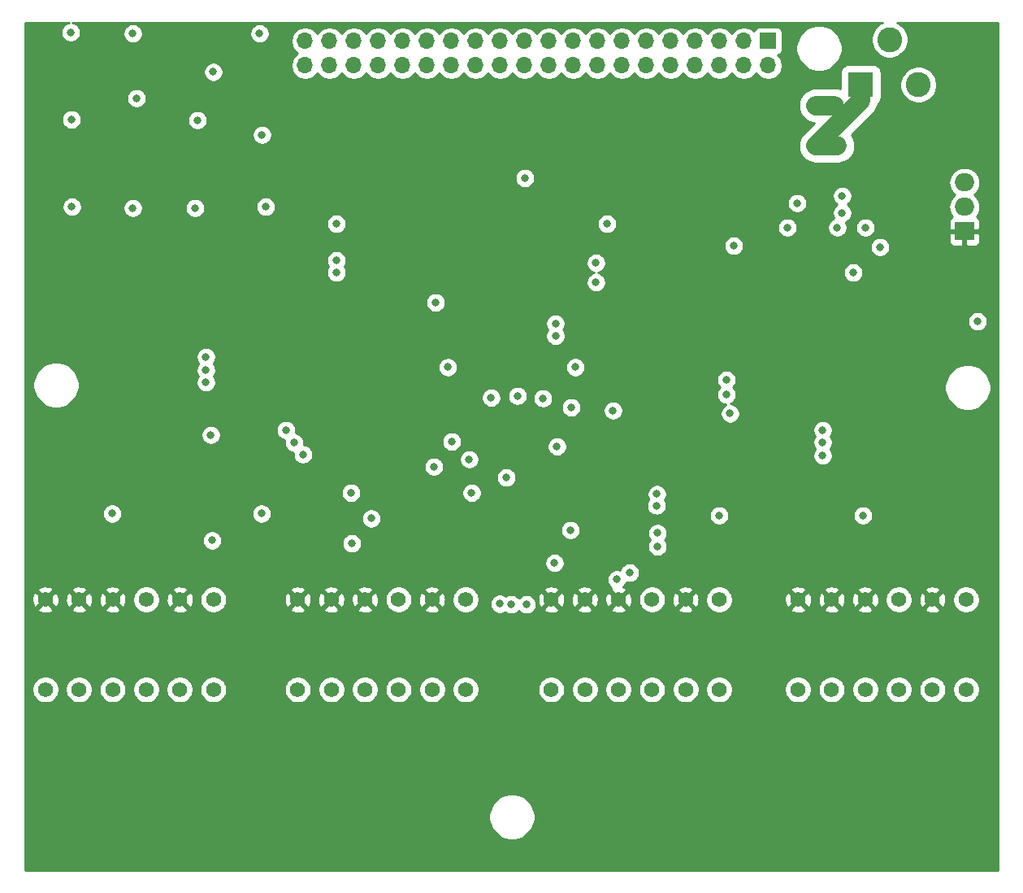
<source format=gbr>
G04 #@! TF.GenerationSoftware,KiCad,Pcbnew,5.1.5*
G04 #@! TF.CreationDate,2020-05-08T01:24:46-04:00*
G04 #@! TF.ProjectId,EVE-PCB-V3,4556452d-5043-4422-9d56-332e6b696361,rev?*
G04 #@! TF.SameCoordinates,Original*
G04 #@! TF.FileFunction,Copper,L3,Inr*
G04 #@! TF.FilePolarity,Positive*
%FSLAX46Y46*%
G04 Gerber Fmt 4.6, Leading zero omitted, Abs format (unit mm)*
G04 Created by KiCad (PCBNEW 5.1.5) date 2020-05-08 01:24:46*
%MOMM*%
%LPD*%
G04 APERTURE LIST*
%ADD10C,1.575000*%
%ADD11O,1.700000X1.700000*%
%ADD12R,1.700000X1.700000*%
%ADD13R,2.600000X2.600000*%
%ADD14C,2.600000*%
%ADD15R,2.000000X1.905000*%
%ADD16O,2.000000X1.905000*%
%ADD17C,0.800000*%
%ADD18C,2.000000*%
%ADD19C,0.254000*%
G04 APERTURE END LIST*
D10*
X108592346Y-95760000D03*
X108592346Y-105110000D03*
X105092346Y-95760000D03*
X105092346Y-105110000D03*
X101592346Y-95760000D03*
X101592346Y-105110000D03*
X98092346Y-95760000D03*
X98092346Y-105110000D03*
X94592346Y-95760000D03*
X94592346Y-105110000D03*
X91092346Y-95760000D03*
X91092346Y-105110000D03*
D11*
X118143346Y-40146769D03*
X118143346Y-37606769D03*
X120683346Y-40146769D03*
X120683346Y-37606769D03*
X123223346Y-40146769D03*
X123223346Y-37606769D03*
X125763346Y-40146769D03*
X125763346Y-37606769D03*
X128303346Y-40146769D03*
X128303346Y-37606769D03*
X130843346Y-40146769D03*
X130843346Y-37606769D03*
X133383346Y-40146769D03*
X133383346Y-37606769D03*
X135923346Y-40146769D03*
X135923346Y-37606769D03*
X138463346Y-40146769D03*
X138463346Y-37606769D03*
X141003346Y-40146769D03*
X141003346Y-37606769D03*
X143543346Y-40146769D03*
X143543346Y-37606769D03*
X146083346Y-40146769D03*
X146083346Y-37606769D03*
X148623346Y-40146769D03*
X148623346Y-37606769D03*
X151163346Y-40146769D03*
X151163346Y-37606769D03*
X153703346Y-40146769D03*
X153703346Y-37606769D03*
X156243346Y-40146769D03*
X156243346Y-37606769D03*
X158783346Y-40146769D03*
X158783346Y-37606769D03*
X161323346Y-40146769D03*
X161323346Y-37606769D03*
X163863346Y-40146769D03*
X163863346Y-37606769D03*
X166403346Y-40146769D03*
D12*
X166403346Y-37606769D03*
D10*
X187014846Y-95760000D03*
X187014846Y-105110000D03*
X183514846Y-95760000D03*
X183514846Y-105110000D03*
X180014846Y-95760000D03*
X180014846Y-105110000D03*
X176514846Y-95760000D03*
X176514846Y-105110000D03*
X173014846Y-95760000D03*
X173014846Y-105110000D03*
X169514846Y-95760000D03*
X169514846Y-105110000D03*
X161297346Y-95760000D03*
X161297346Y-105110000D03*
X157797346Y-95760000D03*
X157797346Y-105110000D03*
X154297346Y-95760000D03*
X154297346Y-105110000D03*
X150797346Y-95760000D03*
X150797346Y-105110000D03*
X147297346Y-95760000D03*
X147297346Y-105110000D03*
X143797346Y-95760000D03*
X143797346Y-105110000D03*
X134881346Y-95760000D03*
X134881346Y-105110000D03*
X131381346Y-95760000D03*
X131381346Y-105110000D03*
X127881346Y-95760000D03*
X127881346Y-105110000D03*
X124381346Y-95760000D03*
X124381346Y-105110000D03*
X120881346Y-95760000D03*
X120881346Y-105110000D03*
X117381346Y-95760000D03*
X117381346Y-105110000D03*
D13*
X176055346Y-42164000D03*
D14*
X182055346Y-42164000D03*
X179055346Y-37464000D03*
D15*
X186850346Y-57418769D03*
D16*
X186850346Y-54878769D03*
X186850346Y-52338769D03*
D17*
X167005000Y-48006000D03*
X169291000Y-48133000D03*
X169291000Y-44831000D03*
X167005000Y-44831000D03*
X188214000Y-61976000D03*
X93472000Y-40640000D03*
X99949000Y-40767000D03*
X113284000Y-40640000D03*
X100076000Y-49784000D03*
X106680000Y-49784000D03*
X94234000Y-49784000D03*
X106807000Y-58801000D03*
X113919000Y-50038000D03*
X94361000Y-59309000D03*
X100203000Y-59055000D03*
X114046000Y-58674000D03*
X166333000Y-46482000D03*
X172593000Y-69215000D03*
X105918000Y-82423000D03*
X113601500Y-68707000D03*
X154686000Y-87312500D03*
X99822000Y-121920000D03*
X126492000Y-121983500D03*
X152908000Y-121920000D03*
X178244500Y-121920000D03*
X168529000Y-79756000D03*
X106743500Y-40767000D03*
X141033500Y-51879500D03*
X150241000Y-76073000D03*
X133032500Y-71564500D03*
X108331000Y-78613000D03*
X140271500Y-74549000D03*
X131572000Y-81915000D03*
X108458000Y-89598500D03*
X188214000Y-66802000D03*
X175260000Y-61722000D03*
X162814000Y-58928000D03*
X149606000Y-56642000D03*
X121412000Y-56642000D03*
X131762500Y-64833500D03*
X142938500Y-74803000D03*
X146304000Y-71564500D03*
X139128500Y-83058000D03*
X125031500Y-87312500D03*
X93726000Y-36703000D03*
X172085000Y-80772000D03*
X100203000Y-36830000D03*
X172085000Y-79375000D03*
X113411000Y-36830000D03*
X172085000Y-78105000D03*
X106934000Y-45847000D03*
X162433000Y-76390500D03*
X162052000Y-72898000D03*
X108585000Y-40830500D03*
X100584000Y-43561000D03*
X162052000Y-74422000D03*
X113665000Y-47371000D03*
X117919500Y-80645000D03*
X114046000Y-54864000D03*
X117030500Y-79438500D03*
X93789500Y-45783500D03*
X116141500Y-78105000D03*
X107823000Y-70485000D03*
X100203000Y-54991000D03*
X107823000Y-71882000D03*
X106680000Y-54991000D03*
X107823000Y-73152000D03*
X93853000Y-54864000D03*
X173609000Y-57023000D03*
X169418000Y-54483000D03*
X178054000Y-59055000D03*
X174117000Y-53721000D03*
X174117000Y-55499000D03*
X122936000Y-84645500D03*
X122999500Y-89916000D03*
X135509000Y-84645500D03*
X168402000Y-57023000D03*
X148463000Y-60706000D03*
X144237000Y-67021000D03*
X121412000Y-60452000D03*
X144399000Y-79819500D03*
X176530000Y-57023000D03*
X148463000Y-62738000D03*
X144247351Y-68301351D03*
X121412000Y-61722000D03*
X135255000Y-81153000D03*
X171069000Y-48514000D03*
X173609000Y-48514000D03*
X173355000Y-44323000D03*
X171069000Y-44323000D03*
X176276000Y-86995000D03*
X154876500Y-90233500D03*
X113601500Y-86804500D03*
X139636500Y-96266000D03*
X151955500Y-92964000D03*
X141224000Y-96266000D03*
X161290000Y-86995000D03*
X154813000Y-84772500D03*
X98044000Y-86804500D03*
X144145000Y-91948000D03*
X150622000Y-93662500D03*
X138430000Y-96202500D03*
X137541000Y-74739500D03*
X154876500Y-88836500D03*
X154749500Y-85979000D03*
X133413500Y-79311500D03*
X145859500Y-75755500D03*
X145796000Y-88519000D03*
D18*
X173355000Y-44323000D02*
X171391001Y-44323000D01*
X176055346Y-43849655D02*
X176055346Y-42164000D01*
X173609000Y-48514000D02*
X171391001Y-48514000D01*
X171391001Y-48514000D02*
X176055346Y-43849655D01*
D19*
G36*
X93424102Y-35707774D02*
G01*
X93235744Y-35785795D01*
X93066226Y-35899063D01*
X92922063Y-36043226D01*
X92808795Y-36212744D01*
X92730774Y-36401102D01*
X92691000Y-36601061D01*
X92691000Y-36804939D01*
X92730774Y-37004898D01*
X92808795Y-37193256D01*
X92922063Y-37362774D01*
X93066226Y-37506937D01*
X93235744Y-37620205D01*
X93424102Y-37698226D01*
X93624061Y-37738000D01*
X93827939Y-37738000D01*
X94027898Y-37698226D01*
X94216256Y-37620205D01*
X94385774Y-37506937D01*
X94529937Y-37362774D01*
X94643205Y-37193256D01*
X94721226Y-37004898D01*
X94761000Y-36804939D01*
X94761000Y-36728061D01*
X99168000Y-36728061D01*
X99168000Y-36931939D01*
X99207774Y-37131898D01*
X99285795Y-37320256D01*
X99399063Y-37489774D01*
X99543226Y-37633937D01*
X99712744Y-37747205D01*
X99901102Y-37825226D01*
X100101061Y-37865000D01*
X100304939Y-37865000D01*
X100504898Y-37825226D01*
X100693256Y-37747205D01*
X100862774Y-37633937D01*
X101006937Y-37489774D01*
X101120205Y-37320256D01*
X101198226Y-37131898D01*
X101238000Y-36931939D01*
X101238000Y-36728061D01*
X112376000Y-36728061D01*
X112376000Y-36931939D01*
X112415774Y-37131898D01*
X112493795Y-37320256D01*
X112607063Y-37489774D01*
X112751226Y-37633937D01*
X112920744Y-37747205D01*
X113109102Y-37825226D01*
X113309061Y-37865000D01*
X113512939Y-37865000D01*
X113712898Y-37825226D01*
X113901256Y-37747205D01*
X114070774Y-37633937D01*
X114214937Y-37489774D01*
X114234491Y-37460509D01*
X116658346Y-37460509D01*
X116658346Y-37753029D01*
X116715414Y-38039927D01*
X116827356Y-38310180D01*
X116989871Y-38553401D01*
X117196714Y-38760244D01*
X117371106Y-38876769D01*
X117196714Y-38993294D01*
X116989871Y-39200137D01*
X116827356Y-39443358D01*
X116715414Y-39713611D01*
X116658346Y-40000509D01*
X116658346Y-40293029D01*
X116715414Y-40579927D01*
X116827356Y-40850180D01*
X116989871Y-41093401D01*
X117196714Y-41300244D01*
X117439935Y-41462759D01*
X117710188Y-41574701D01*
X117997086Y-41631769D01*
X118289606Y-41631769D01*
X118576504Y-41574701D01*
X118846757Y-41462759D01*
X119089978Y-41300244D01*
X119296821Y-41093401D01*
X119413346Y-40919009D01*
X119529871Y-41093401D01*
X119736714Y-41300244D01*
X119979935Y-41462759D01*
X120250188Y-41574701D01*
X120537086Y-41631769D01*
X120829606Y-41631769D01*
X121116504Y-41574701D01*
X121386757Y-41462759D01*
X121629978Y-41300244D01*
X121836821Y-41093401D01*
X121953346Y-40919009D01*
X122069871Y-41093401D01*
X122276714Y-41300244D01*
X122519935Y-41462759D01*
X122790188Y-41574701D01*
X123077086Y-41631769D01*
X123369606Y-41631769D01*
X123656504Y-41574701D01*
X123926757Y-41462759D01*
X124169978Y-41300244D01*
X124376821Y-41093401D01*
X124493346Y-40919009D01*
X124609871Y-41093401D01*
X124816714Y-41300244D01*
X125059935Y-41462759D01*
X125330188Y-41574701D01*
X125617086Y-41631769D01*
X125909606Y-41631769D01*
X126196504Y-41574701D01*
X126466757Y-41462759D01*
X126709978Y-41300244D01*
X126916821Y-41093401D01*
X127033346Y-40919009D01*
X127149871Y-41093401D01*
X127356714Y-41300244D01*
X127599935Y-41462759D01*
X127870188Y-41574701D01*
X128157086Y-41631769D01*
X128449606Y-41631769D01*
X128736504Y-41574701D01*
X129006757Y-41462759D01*
X129249978Y-41300244D01*
X129456821Y-41093401D01*
X129573346Y-40919009D01*
X129689871Y-41093401D01*
X129896714Y-41300244D01*
X130139935Y-41462759D01*
X130410188Y-41574701D01*
X130697086Y-41631769D01*
X130989606Y-41631769D01*
X131276504Y-41574701D01*
X131546757Y-41462759D01*
X131789978Y-41300244D01*
X131996821Y-41093401D01*
X132113346Y-40919009D01*
X132229871Y-41093401D01*
X132436714Y-41300244D01*
X132679935Y-41462759D01*
X132950188Y-41574701D01*
X133237086Y-41631769D01*
X133529606Y-41631769D01*
X133816504Y-41574701D01*
X134086757Y-41462759D01*
X134329978Y-41300244D01*
X134536821Y-41093401D01*
X134653346Y-40919009D01*
X134769871Y-41093401D01*
X134976714Y-41300244D01*
X135219935Y-41462759D01*
X135490188Y-41574701D01*
X135777086Y-41631769D01*
X136069606Y-41631769D01*
X136356504Y-41574701D01*
X136626757Y-41462759D01*
X136869978Y-41300244D01*
X137076821Y-41093401D01*
X137193346Y-40919009D01*
X137309871Y-41093401D01*
X137516714Y-41300244D01*
X137759935Y-41462759D01*
X138030188Y-41574701D01*
X138317086Y-41631769D01*
X138609606Y-41631769D01*
X138896504Y-41574701D01*
X139166757Y-41462759D01*
X139409978Y-41300244D01*
X139616821Y-41093401D01*
X139733346Y-40919009D01*
X139849871Y-41093401D01*
X140056714Y-41300244D01*
X140299935Y-41462759D01*
X140570188Y-41574701D01*
X140857086Y-41631769D01*
X141149606Y-41631769D01*
X141436504Y-41574701D01*
X141706757Y-41462759D01*
X141949978Y-41300244D01*
X142156821Y-41093401D01*
X142273346Y-40919009D01*
X142389871Y-41093401D01*
X142596714Y-41300244D01*
X142839935Y-41462759D01*
X143110188Y-41574701D01*
X143397086Y-41631769D01*
X143689606Y-41631769D01*
X143976504Y-41574701D01*
X144246757Y-41462759D01*
X144489978Y-41300244D01*
X144696821Y-41093401D01*
X144813346Y-40919009D01*
X144929871Y-41093401D01*
X145136714Y-41300244D01*
X145379935Y-41462759D01*
X145650188Y-41574701D01*
X145937086Y-41631769D01*
X146229606Y-41631769D01*
X146516504Y-41574701D01*
X146786757Y-41462759D01*
X147029978Y-41300244D01*
X147236821Y-41093401D01*
X147353346Y-40919009D01*
X147469871Y-41093401D01*
X147676714Y-41300244D01*
X147919935Y-41462759D01*
X148190188Y-41574701D01*
X148477086Y-41631769D01*
X148769606Y-41631769D01*
X149056504Y-41574701D01*
X149326757Y-41462759D01*
X149569978Y-41300244D01*
X149776821Y-41093401D01*
X149893346Y-40919009D01*
X150009871Y-41093401D01*
X150216714Y-41300244D01*
X150459935Y-41462759D01*
X150730188Y-41574701D01*
X151017086Y-41631769D01*
X151309606Y-41631769D01*
X151596504Y-41574701D01*
X151866757Y-41462759D01*
X152109978Y-41300244D01*
X152316821Y-41093401D01*
X152433346Y-40919009D01*
X152549871Y-41093401D01*
X152756714Y-41300244D01*
X152999935Y-41462759D01*
X153270188Y-41574701D01*
X153557086Y-41631769D01*
X153849606Y-41631769D01*
X154136504Y-41574701D01*
X154406757Y-41462759D01*
X154649978Y-41300244D01*
X154856821Y-41093401D01*
X154973346Y-40919009D01*
X155089871Y-41093401D01*
X155296714Y-41300244D01*
X155539935Y-41462759D01*
X155810188Y-41574701D01*
X156097086Y-41631769D01*
X156389606Y-41631769D01*
X156676504Y-41574701D01*
X156946757Y-41462759D01*
X157189978Y-41300244D01*
X157396821Y-41093401D01*
X157513346Y-40919009D01*
X157629871Y-41093401D01*
X157836714Y-41300244D01*
X158079935Y-41462759D01*
X158350188Y-41574701D01*
X158637086Y-41631769D01*
X158929606Y-41631769D01*
X159216504Y-41574701D01*
X159486757Y-41462759D01*
X159729978Y-41300244D01*
X159936821Y-41093401D01*
X160053346Y-40919009D01*
X160169871Y-41093401D01*
X160376714Y-41300244D01*
X160619935Y-41462759D01*
X160890188Y-41574701D01*
X161177086Y-41631769D01*
X161469606Y-41631769D01*
X161756504Y-41574701D01*
X162026757Y-41462759D01*
X162269978Y-41300244D01*
X162476821Y-41093401D01*
X162593346Y-40919009D01*
X162709871Y-41093401D01*
X162916714Y-41300244D01*
X163159935Y-41462759D01*
X163430188Y-41574701D01*
X163717086Y-41631769D01*
X164009606Y-41631769D01*
X164296504Y-41574701D01*
X164566757Y-41462759D01*
X164809978Y-41300244D01*
X165016821Y-41093401D01*
X165133346Y-40919009D01*
X165249871Y-41093401D01*
X165456714Y-41300244D01*
X165699935Y-41462759D01*
X165970188Y-41574701D01*
X166257086Y-41631769D01*
X166549606Y-41631769D01*
X166836504Y-41574701D01*
X167106757Y-41462759D01*
X167349978Y-41300244D01*
X167556821Y-41093401D01*
X167719336Y-40850180D01*
X167831278Y-40579927D01*
X167888346Y-40293029D01*
X167888346Y-40000509D01*
X167831278Y-39713611D01*
X167719336Y-39443358D01*
X167556821Y-39200137D01*
X167424966Y-39068282D01*
X167497526Y-39046271D01*
X167607840Y-38987306D01*
X167704531Y-38907954D01*
X167783883Y-38811263D01*
X167842848Y-38700949D01*
X167879158Y-38581251D01*
X167891418Y-38456769D01*
X167891418Y-38115818D01*
X169285701Y-38115818D01*
X169285701Y-38592182D01*
X169378635Y-39059392D01*
X169560931Y-39499494D01*
X169825585Y-39895576D01*
X170162424Y-40232415D01*
X170558506Y-40497069D01*
X170998608Y-40679365D01*
X171465818Y-40772299D01*
X171942182Y-40772299D01*
X172409392Y-40679365D01*
X172849494Y-40497069D01*
X173245576Y-40232415D01*
X173582415Y-39895576D01*
X173847069Y-39499494D01*
X174029365Y-39059392D01*
X174122299Y-38592182D01*
X174122299Y-38115818D01*
X174029365Y-37648608D01*
X173847069Y-37208506D01*
X173582415Y-36812424D01*
X173245576Y-36475585D01*
X172849494Y-36210931D01*
X172409392Y-36028635D01*
X171942182Y-35935701D01*
X171465818Y-35935701D01*
X170998608Y-36028635D01*
X170558506Y-36210931D01*
X170162424Y-36475585D01*
X169825585Y-36812424D01*
X169560931Y-37208506D01*
X169378635Y-37648608D01*
X169285701Y-38115818D01*
X167891418Y-38115818D01*
X167891418Y-36756769D01*
X167879158Y-36632287D01*
X167842848Y-36512589D01*
X167783883Y-36402275D01*
X167704531Y-36305584D01*
X167607840Y-36226232D01*
X167497526Y-36167267D01*
X167377828Y-36130957D01*
X167253346Y-36118697D01*
X165553346Y-36118697D01*
X165428864Y-36130957D01*
X165309166Y-36167267D01*
X165198852Y-36226232D01*
X165102161Y-36305584D01*
X165022809Y-36402275D01*
X164963844Y-36512589D01*
X164941833Y-36585149D01*
X164809978Y-36453294D01*
X164566757Y-36290779D01*
X164296504Y-36178837D01*
X164009606Y-36121769D01*
X163717086Y-36121769D01*
X163430188Y-36178837D01*
X163159935Y-36290779D01*
X162916714Y-36453294D01*
X162709871Y-36660137D01*
X162593346Y-36834529D01*
X162476821Y-36660137D01*
X162269978Y-36453294D01*
X162026757Y-36290779D01*
X161756504Y-36178837D01*
X161469606Y-36121769D01*
X161177086Y-36121769D01*
X160890188Y-36178837D01*
X160619935Y-36290779D01*
X160376714Y-36453294D01*
X160169871Y-36660137D01*
X160053346Y-36834529D01*
X159936821Y-36660137D01*
X159729978Y-36453294D01*
X159486757Y-36290779D01*
X159216504Y-36178837D01*
X158929606Y-36121769D01*
X158637086Y-36121769D01*
X158350188Y-36178837D01*
X158079935Y-36290779D01*
X157836714Y-36453294D01*
X157629871Y-36660137D01*
X157513346Y-36834529D01*
X157396821Y-36660137D01*
X157189978Y-36453294D01*
X156946757Y-36290779D01*
X156676504Y-36178837D01*
X156389606Y-36121769D01*
X156097086Y-36121769D01*
X155810188Y-36178837D01*
X155539935Y-36290779D01*
X155296714Y-36453294D01*
X155089871Y-36660137D01*
X154973346Y-36834529D01*
X154856821Y-36660137D01*
X154649978Y-36453294D01*
X154406757Y-36290779D01*
X154136504Y-36178837D01*
X153849606Y-36121769D01*
X153557086Y-36121769D01*
X153270188Y-36178837D01*
X152999935Y-36290779D01*
X152756714Y-36453294D01*
X152549871Y-36660137D01*
X152433346Y-36834529D01*
X152316821Y-36660137D01*
X152109978Y-36453294D01*
X151866757Y-36290779D01*
X151596504Y-36178837D01*
X151309606Y-36121769D01*
X151017086Y-36121769D01*
X150730188Y-36178837D01*
X150459935Y-36290779D01*
X150216714Y-36453294D01*
X150009871Y-36660137D01*
X149893346Y-36834529D01*
X149776821Y-36660137D01*
X149569978Y-36453294D01*
X149326757Y-36290779D01*
X149056504Y-36178837D01*
X148769606Y-36121769D01*
X148477086Y-36121769D01*
X148190188Y-36178837D01*
X147919935Y-36290779D01*
X147676714Y-36453294D01*
X147469871Y-36660137D01*
X147353346Y-36834529D01*
X147236821Y-36660137D01*
X147029978Y-36453294D01*
X146786757Y-36290779D01*
X146516504Y-36178837D01*
X146229606Y-36121769D01*
X145937086Y-36121769D01*
X145650188Y-36178837D01*
X145379935Y-36290779D01*
X145136714Y-36453294D01*
X144929871Y-36660137D01*
X144813346Y-36834529D01*
X144696821Y-36660137D01*
X144489978Y-36453294D01*
X144246757Y-36290779D01*
X143976504Y-36178837D01*
X143689606Y-36121769D01*
X143397086Y-36121769D01*
X143110188Y-36178837D01*
X142839935Y-36290779D01*
X142596714Y-36453294D01*
X142389871Y-36660137D01*
X142273346Y-36834529D01*
X142156821Y-36660137D01*
X141949978Y-36453294D01*
X141706757Y-36290779D01*
X141436504Y-36178837D01*
X141149606Y-36121769D01*
X140857086Y-36121769D01*
X140570188Y-36178837D01*
X140299935Y-36290779D01*
X140056714Y-36453294D01*
X139849871Y-36660137D01*
X139733346Y-36834529D01*
X139616821Y-36660137D01*
X139409978Y-36453294D01*
X139166757Y-36290779D01*
X138896504Y-36178837D01*
X138609606Y-36121769D01*
X138317086Y-36121769D01*
X138030188Y-36178837D01*
X137759935Y-36290779D01*
X137516714Y-36453294D01*
X137309871Y-36660137D01*
X137193346Y-36834529D01*
X137076821Y-36660137D01*
X136869978Y-36453294D01*
X136626757Y-36290779D01*
X136356504Y-36178837D01*
X136069606Y-36121769D01*
X135777086Y-36121769D01*
X135490188Y-36178837D01*
X135219935Y-36290779D01*
X134976714Y-36453294D01*
X134769871Y-36660137D01*
X134653346Y-36834529D01*
X134536821Y-36660137D01*
X134329978Y-36453294D01*
X134086757Y-36290779D01*
X133816504Y-36178837D01*
X133529606Y-36121769D01*
X133237086Y-36121769D01*
X132950188Y-36178837D01*
X132679935Y-36290779D01*
X132436714Y-36453294D01*
X132229871Y-36660137D01*
X132113346Y-36834529D01*
X131996821Y-36660137D01*
X131789978Y-36453294D01*
X131546757Y-36290779D01*
X131276504Y-36178837D01*
X130989606Y-36121769D01*
X130697086Y-36121769D01*
X130410188Y-36178837D01*
X130139935Y-36290779D01*
X129896714Y-36453294D01*
X129689871Y-36660137D01*
X129573346Y-36834529D01*
X129456821Y-36660137D01*
X129249978Y-36453294D01*
X129006757Y-36290779D01*
X128736504Y-36178837D01*
X128449606Y-36121769D01*
X128157086Y-36121769D01*
X127870188Y-36178837D01*
X127599935Y-36290779D01*
X127356714Y-36453294D01*
X127149871Y-36660137D01*
X127033346Y-36834529D01*
X126916821Y-36660137D01*
X126709978Y-36453294D01*
X126466757Y-36290779D01*
X126196504Y-36178837D01*
X125909606Y-36121769D01*
X125617086Y-36121769D01*
X125330188Y-36178837D01*
X125059935Y-36290779D01*
X124816714Y-36453294D01*
X124609871Y-36660137D01*
X124493346Y-36834529D01*
X124376821Y-36660137D01*
X124169978Y-36453294D01*
X123926757Y-36290779D01*
X123656504Y-36178837D01*
X123369606Y-36121769D01*
X123077086Y-36121769D01*
X122790188Y-36178837D01*
X122519935Y-36290779D01*
X122276714Y-36453294D01*
X122069871Y-36660137D01*
X121953346Y-36834529D01*
X121836821Y-36660137D01*
X121629978Y-36453294D01*
X121386757Y-36290779D01*
X121116504Y-36178837D01*
X120829606Y-36121769D01*
X120537086Y-36121769D01*
X120250188Y-36178837D01*
X119979935Y-36290779D01*
X119736714Y-36453294D01*
X119529871Y-36660137D01*
X119413346Y-36834529D01*
X119296821Y-36660137D01*
X119089978Y-36453294D01*
X118846757Y-36290779D01*
X118576504Y-36178837D01*
X118289606Y-36121769D01*
X117997086Y-36121769D01*
X117710188Y-36178837D01*
X117439935Y-36290779D01*
X117196714Y-36453294D01*
X116989871Y-36660137D01*
X116827356Y-36903358D01*
X116715414Y-37173611D01*
X116658346Y-37460509D01*
X114234491Y-37460509D01*
X114328205Y-37320256D01*
X114406226Y-37131898D01*
X114446000Y-36931939D01*
X114446000Y-36728061D01*
X114406226Y-36528102D01*
X114328205Y-36339744D01*
X114214937Y-36170226D01*
X114070774Y-36026063D01*
X113901256Y-35912795D01*
X113712898Y-35834774D01*
X113512939Y-35795000D01*
X113309061Y-35795000D01*
X113109102Y-35834774D01*
X112920744Y-35912795D01*
X112751226Y-36026063D01*
X112607063Y-36170226D01*
X112493795Y-36339744D01*
X112415774Y-36528102D01*
X112376000Y-36728061D01*
X101238000Y-36728061D01*
X101198226Y-36528102D01*
X101120205Y-36339744D01*
X101006937Y-36170226D01*
X100862774Y-36026063D01*
X100693256Y-35912795D01*
X100504898Y-35834774D01*
X100304939Y-35795000D01*
X100101061Y-35795000D01*
X99901102Y-35834774D01*
X99712744Y-35912795D01*
X99543226Y-36026063D01*
X99399063Y-36170226D01*
X99285795Y-36339744D01*
X99207774Y-36528102D01*
X99168000Y-36728061D01*
X94761000Y-36728061D01*
X94761000Y-36601061D01*
X94721226Y-36401102D01*
X94643205Y-36212744D01*
X94529937Y-36043226D01*
X94385774Y-35899063D01*
X94216256Y-35785795D01*
X94027898Y-35707774D01*
X93923459Y-35687000D01*
X178289005Y-35687000D01*
X178138780Y-35749225D01*
X177821855Y-35960987D01*
X177552333Y-36230509D01*
X177340571Y-36547434D01*
X177194707Y-36899581D01*
X177120346Y-37273419D01*
X177120346Y-37654581D01*
X177194707Y-38028419D01*
X177340571Y-38380566D01*
X177552333Y-38697491D01*
X177821855Y-38967013D01*
X178138780Y-39178775D01*
X178490927Y-39324639D01*
X178864765Y-39399000D01*
X179245927Y-39399000D01*
X179619765Y-39324639D01*
X179971912Y-39178775D01*
X180288837Y-38967013D01*
X180558359Y-38697491D01*
X180770121Y-38380566D01*
X180915985Y-38028419D01*
X180990346Y-37654581D01*
X180990346Y-37273419D01*
X180915985Y-36899581D01*
X180770121Y-36547434D01*
X180558359Y-36230509D01*
X180288837Y-35960987D01*
X179971912Y-35749225D01*
X179821687Y-35687000D01*
X190343347Y-35687000D01*
X190343346Y-123962269D01*
X89027000Y-123962269D01*
X89027000Y-118125818D01*
X137281701Y-118125818D01*
X137281701Y-118602182D01*
X137374635Y-119069392D01*
X137556931Y-119509494D01*
X137821585Y-119905576D01*
X138158424Y-120242415D01*
X138554506Y-120507069D01*
X138994608Y-120689365D01*
X139461818Y-120782299D01*
X139938182Y-120782299D01*
X140405392Y-120689365D01*
X140845494Y-120507069D01*
X141241576Y-120242415D01*
X141578415Y-119905576D01*
X141843069Y-119509494D01*
X142025365Y-119069392D01*
X142118299Y-118602182D01*
X142118299Y-118125818D01*
X142025365Y-117658608D01*
X141843069Y-117218506D01*
X141578415Y-116822424D01*
X141241576Y-116485585D01*
X140845494Y-116220931D01*
X140405392Y-116038635D01*
X139938182Y-115945701D01*
X139461818Y-115945701D01*
X138994608Y-116038635D01*
X138554506Y-116220931D01*
X138158424Y-116485585D01*
X137821585Y-116822424D01*
X137556931Y-117218506D01*
X137374635Y-117658608D01*
X137281701Y-118125818D01*
X89027000Y-118125818D01*
X89027000Y-104969896D01*
X89669846Y-104969896D01*
X89669846Y-105250104D01*
X89724512Y-105524928D01*
X89831743Y-105783806D01*
X89987418Y-106016791D01*
X90185555Y-106214928D01*
X90418540Y-106370603D01*
X90677418Y-106477834D01*
X90952242Y-106532500D01*
X91232450Y-106532500D01*
X91507274Y-106477834D01*
X91766152Y-106370603D01*
X91999137Y-106214928D01*
X92197274Y-106016791D01*
X92352949Y-105783806D01*
X92460180Y-105524928D01*
X92514846Y-105250104D01*
X92514846Y-104969896D01*
X93169846Y-104969896D01*
X93169846Y-105250104D01*
X93224512Y-105524928D01*
X93331743Y-105783806D01*
X93487418Y-106016791D01*
X93685555Y-106214928D01*
X93918540Y-106370603D01*
X94177418Y-106477834D01*
X94452242Y-106532500D01*
X94732450Y-106532500D01*
X95007274Y-106477834D01*
X95266152Y-106370603D01*
X95499137Y-106214928D01*
X95697274Y-106016791D01*
X95852949Y-105783806D01*
X95960180Y-105524928D01*
X96014846Y-105250104D01*
X96014846Y-104969896D01*
X96669846Y-104969896D01*
X96669846Y-105250104D01*
X96724512Y-105524928D01*
X96831743Y-105783806D01*
X96987418Y-106016791D01*
X97185555Y-106214928D01*
X97418540Y-106370603D01*
X97677418Y-106477834D01*
X97952242Y-106532500D01*
X98232450Y-106532500D01*
X98507274Y-106477834D01*
X98766152Y-106370603D01*
X98999137Y-106214928D01*
X99197274Y-106016791D01*
X99352949Y-105783806D01*
X99460180Y-105524928D01*
X99514846Y-105250104D01*
X99514846Y-104969896D01*
X100169846Y-104969896D01*
X100169846Y-105250104D01*
X100224512Y-105524928D01*
X100331743Y-105783806D01*
X100487418Y-106016791D01*
X100685555Y-106214928D01*
X100918540Y-106370603D01*
X101177418Y-106477834D01*
X101452242Y-106532500D01*
X101732450Y-106532500D01*
X102007274Y-106477834D01*
X102266152Y-106370603D01*
X102499137Y-106214928D01*
X102697274Y-106016791D01*
X102852949Y-105783806D01*
X102960180Y-105524928D01*
X103014846Y-105250104D01*
X103014846Y-104969896D01*
X103669846Y-104969896D01*
X103669846Y-105250104D01*
X103724512Y-105524928D01*
X103831743Y-105783806D01*
X103987418Y-106016791D01*
X104185555Y-106214928D01*
X104418540Y-106370603D01*
X104677418Y-106477834D01*
X104952242Y-106532500D01*
X105232450Y-106532500D01*
X105507274Y-106477834D01*
X105766152Y-106370603D01*
X105999137Y-106214928D01*
X106197274Y-106016791D01*
X106352949Y-105783806D01*
X106460180Y-105524928D01*
X106514846Y-105250104D01*
X106514846Y-104969896D01*
X107169846Y-104969896D01*
X107169846Y-105250104D01*
X107224512Y-105524928D01*
X107331743Y-105783806D01*
X107487418Y-106016791D01*
X107685555Y-106214928D01*
X107918540Y-106370603D01*
X108177418Y-106477834D01*
X108452242Y-106532500D01*
X108732450Y-106532500D01*
X109007274Y-106477834D01*
X109266152Y-106370603D01*
X109499137Y-106214928D01*
X109697274Y-106016791D01*
X109852949Y-105783806D01*
X109960180Y-105524928D01*
X110014846Y-105250104D01*
X110014846Y-104969896D01*
X115958846Y-104969896D01*
X115958846Y-105250104D01*
X116013512Y-105524928D01*
X116120743Y-105783806D01*
X116276418Y-106016791D01*
X116474555Y-106214928D01*
X116707540Y-106370603D01*
X116966418Y-106477834D01*
X117241242Y-106532500D01*
X117521450Y-106532500D01*
X117796274Y-106477834D01*
X118055152Y-106370603D01*
X118288137Y-106214928D01*
X118486274Y-106016791D01*
X118641949Y-105783806D01*
X118749180Y-105524928D01*
X118803846Y-105250104D01*
X118803846Y-104969896D01*
X119458846Y-104969896D01*
X119458846Y-105250104D01*
X119513512Y-105524928D01*
X119620743Y-105783806D01*
X119776418Y-106016791D01*
X119974555Y-106214928D01*
X120207540Y-106370603D01*
X120466418Y-106477834D01*
X120741242Y-106532500D01*
X121021450Y-106532500D01*
X121296274Y-106477834D01*
X121555152Y-106370603D01*
X121788137Y-106214928D01*
X121986274Y-106016791D01*
X122141949Y-105783806D01*
X122249180Y-105524928D01*
X122303846Y-105250104D01*
X122303846Y-104969896D01*
X122958846Y-104969896D01*
X122958846Y-105250104D01*
X123013512Y-105524928D01*
X123120743Y-105783806D01*
X123276418Y-106016791D01*
X123474555Y-106214928D01*
X123707540Y-106370603D01*
X123966418Y-106477834D01*
X124241242Y-106532500D01*
X124521450Y-106532500D01*
X124796274Y-106477834D01*
X125055152Y-106370603D01*
X125288137Y-106214928D01*
X125486274Y-106016791D01*
X125641949Y-105783806D01*
X125749180Y-105524928D01*
X125803846Y-105250104D01*
X125803846Y-104969896D01*
X126458846Y-104969896D01*
X126458846Y-105250104D01*
X126513512Y-105524928D01*
X126620743Y-105783806D01*
X126776418Y-106016791D01*
X126974555Y-106214928D01*
X127207540Y-106370603D01*
X127466418Y-106477834D01*
X127741242Y-106532500D01*
X128021450Y-106532500D01*
X128296274Y-106477834D01*
X128555152Y-106370603D01*
X128788137Y-106214928D01*
X128986274Y-106016791D01*
X129141949Y-105783806D01*
X129249180Y-105524928D01*
X129303846Y-105250104D01*
X129303846Y-104969896D01*
X129958846Y-104969896D01*
X129958846Y-105250104D01*
X130013512Y-105524928D01*
X130120743Y-105783806D01*
X130276418Y-106016791D01*
X130474555Y-106214928D01*
X130707540Y-106370603D01*
X130966418Y-106477834D01*
X131241242Y-106532500D01*
X131521450Y-106532500D01*
X131796274Y-106477834D01*
X132055152Y-106370603D01*
X132288137Y-106214928D01*
X132486274Y-106016791D01*
X132641949Y-105783806D01*
X132749180Y-105524928D01*
X132803846Y-105250104D01*
X132803846Y-104969896D01*
X133458846Y-104969896D01*
X133458846Y-105250104D01*
X133513512Y-105524928D01*
X133620743Y-105783806D01*
X133776418Y-106016791D01*
X133974555Y-106214928D01*
X134207540Y-106370603D01*
X134466418Y-106477834D01*
X134741242Y-106532500D01*
X135021450Y-106532500D01*
X135296274Y-106477834D01*
X135555152Y-106370603D01*
X135788137Y-106214928D01*
X135986274Y-106016791D01*
X136141949Y-105783806D01*
X136249180Y-105524928D01*
X136303846Y-105250104D01*
X136303846Y-104969896D01*
X142374846Y-104969896D01*
X142374846Y-105250104D01*
X142429512Y-105524928D01*
X142536743Y-105783806D01*
X142692418Y-106016791D01*
X142890555Y-106214928D01*
X143123540Y-106370603D01*
X143382418Y-106477834D01*
X143657242Y-106532500D01*
X143937450Y-106532500D01*
X144212274Y-106477834D01*
X144471152Y-106370603D01*
X144704137Y-106214928D01*
X144902274Y-106016791D01*
X145057949Y-105783806D01*
X145165180Y-105524928D01*
X145219846Y-105250104D01*
X145219846Y-104969896D01*
X145874846Y-104969896D01*
X145874846Y-105250104D01*
X145929512Y-105524928D01*
X146036743Y-105783806D01*
X146192418Y-106016791D01*
X146390555Y-106214928D01*
X146623540Y-106370603D01*
X146882418Y-106477834D01*
X147157242Y-106532500D01*
X147437450Y-106532500D01*
X147712274Y-106477834D01*
X147971152Y-106370603D01*
X148204137Y-106214928D01*
X148402274Y-106016791D01*
X148557949Y-105783806D01*
X148665180Y-105524928D01*
X148719846Y-105250104D01*
X148719846Y-104969896D01*
X149374846Y-104969896D01*
X149374846Y-105250104D01*
X149429512Y-105524928D01*
X149536743Y-105783806D01*
X149692418Y-106016791D01*
X149890555Y-106214928D01*
X150123540Y-106370603D01*
X150382418Y-106477834D01*
X150657242Y-106532500D01*
X150937450Y-106532500D01*
X151212274Y-106477834D01*
X151471152Y-106370603D01*
X151704137Y-106214928D01*
X151902274Y-106016791D01*
X152057949Y-105783806D01*
X152165180Y-105524928D01*
X152219846Y-105250104D01*
X152219846Y-104969896D01*
X152874846Y-104969896D01*
X152874846Y-105250104D01*
X152929512Y-105524928D01*
X153036743Y-105783806D01*
X153192418Y-106016791D01*
X153390555Y-106214928D01*
X153623540Y-106370603D01*
X153882418Y-106477834D01*
X154157242Y-106532500D01*
X154437450Y-106532500D01*
X154712274Y-106477834D01*
X154971152Y-106370603D01*
X155204137Y-106214928D01*
X155402274Y-106016791D01*
X155557949Y-105783806D01*
X155665180Y-105524928D01*
X155719846Y-105250104D01*
X155719846Y-104969896D01*
X156374846Y-104969896D01*
X156374846Y-105250104D01*
X156429512Y-105524928D01*
X156536743Y-105783806D01*
X156692418Y-106016791D01*
X156890555Y-106214928D01*
X157123540Y-106370603D01*
X157382418Y-106477834D01*
X157657242Y-106532500D01*
X157937450Y-106532500D01*
X158212274Y-106477834D01*
X158471152Y-106370603D01*
X158704137Y-106214928D01*
X158902274Y-106016791D01*
X159057949Y-105783806D01*
X159165180Y-105524928D01*
X159219846Y-105250104D01*
X159219846Y-104969896D01*
X159874846Y-104969896D01*
X159874846Y-105250104D01*
X159929512Y-105524928D01*
X160036743Y-105783806D01*
X160192418Y-106016791D01*
X160390555Y-106214928D01*
X160623540Y-106370603D01*
X160882418Y-106477834D01*
X161157242Y-106532500D01*
X161437450Y-106532500D01*
X161712274Y-106477834D01*
X161971152Y-106370603D01*
X162204137Y-106214928D01*
X162402274Y-106016791D01*
X162557949Y-105783806D01*
X162665180Y-105524928D01*
X162719846Y-105250104D01*
X162719846Y-104969896D01*
X168092346Y-104969896D01*
X168092346Y-105250104D01*
X168147012Y-105524928D01*
X168254243Y-105783806D01*
X168409918Y-106016791D01*
X168608055Y-106214928D01*
X168841040Y-106370603D01*
X169099918Y-106477834D01*
X169374742Y-106532500D01*
X169654950Y-106532500D01*
X169929774Y-106477834D01*
X170188652Y-106370603D01*
X170421637Y-106214928D01*
X170619774Y-106016791D01*
X170775449Y-105783806D01*
X170882680Y-105524928D01*
X170937346Y-105250104D01*
X170937346Y-104969896D01*
X171592346Y-104969896D01*
X171592346Y-105250104D01*
X171647012Y-105524928D01*
X171754243Y-105783806D01*
X171909918Y-106016791D01*
X172108055Y-106214928D01*
X172341040Y-106370603D01*
X172599918Y-106477834D01*
X172874742Y-106532500D01*
X173154950Y-106532500D01*
X173429774Y-106477834D01*
X173688652Y-106370603D01*
X173921637Y-106214928D01*
X174119774Y-106016791D01*
X174275449Y-105783806D01*
X174382680Y-105524928D01*
X174437346Y-105250104D01*
X174437346Y-104969896D01*
X175092346Y-104969896D01*
X175092346Y-105250104D01*
X175147012Y-105524928D01*
X175254243Y-105783806D01*
X175409918Y-106016791D01*
X175608055Y-106214928D01*
X175841040Y-106370603D01*
X176099918Y-106477834D01*
X176374742Y-106532500D01*
X176654950Y-106532500D01*
X176929774Y-106477834D01*
X177188652Y-106370603D01*
X177421637Y-106214928D01*
X177619774Y-106016791D01*
X177775449Y-105783806D01*
X177882680Y-105524928D01*
X177937346Y-105250104D01*
X177937346Y-104969896D01*
X178592346Y-104969896D01*
X178592346Y-105250104D01*
X178647012Y-105524928D01*
X178754243Y-105783806D01*
X178909918Y-106016791D01*
X179108055Y-106214928D01*
X179341040Y-106370603D01*
X179599918Y-106477834D01*
X179874742Y-106532500D01*
X180154950Y-106532500D01*
X180429774Y-106477834D01*
X180688652Y-106370603D01*
X180921637Y-106214928D01*
X181119774Y-106016791D01*
X181275449Y-105783806D01*
X181382680Y-105524928D01*
X181437346Y-105250104D01*
X181437346Y-104969896D01*
X182092346Y-104969896D01*
X182092346Y-105250104D01*
X182147012Y-105524928D01*
X182254243Y-105783806D01*
X182409918Y-106016791D01*
X182608055Y-106214928D01*
X182841040Y-106370603D01*
X183099918Y-106477834D01*
X183374742Y-106532500D01*
X183654950Y-106532500D01*
X183929774Y-106477834D01*
X184188652Y-106370603D01*
X184421637Y-106214928D01*
X184619774Y-106016791D01*
X184775449Y-105783806D01*
X184882680Y-105524928D01*
X184937346Y-105250104D01*
X184937346Y-104969896D01*
X185592346Y-104969896D01*
X185592346Y-105250104D01*
X185647012Y-105524928D01*
X185754243Y-105783806D01*
X185909918Y-106016791D01*
X186108055Y-106214928D01*
X186341040Y-106370603D01*
X186599918Y-106477834D01*
X186874742Y-106532500D01*
X187154950Y-106532500D01*
X187429774Y-106477834D01*
X187688652Y-106370603D01*
X187921637Y-106214928D01*
X188119774Y-106016791D01*
X188275449Y-105783806D01*
X188382680Y-105524928D01*
X188437346Y-105250104D01*
X188437346Y-104969896D01*
X188382680Y-104695072D01*
X188275449Y-104436194D01*
X188119774Y-104203209D01*
X187921637Y-104005072D01*
X187688652Y-103849397D01*
X187429774Y-103742166D01*
X187154950Y-103687500D01*
X186874742Y-103687500D01*
X186599918Y-103742166D01*
X186341040Y-103849397D01*
X186108055Y-104005072D01*
X185909918Y-104203209D01*
X185754243Y-104436194D01*
X185647012Y-104695072D01*
X185592346Y-104969896D01*
X184937346Y-104969896D01*
X184882680Y-104695072D01*
X184775449Y-104436194D01*
X184619774Y-104203209D01*
X184421637Y-104005072D01*
X184188652Y-103849397D01*
X183929774Y-103742166D01*
X183654950Y-103687500D01*
X183374742Y-103687500D01*
X183099918Y-103742166D01*
X182841040Y-103849397D01*
X182608055Y-104005072D01*
X182409918Y-104203209D01*
X182254243Y-104436194D01*
X182147012Y-104695072D01*
X182092346Y-104969896D01*
X181437346Y-104969896D01*
X181382680Y-104695072D01*
X181275449Y-104436194D01*
X181119774Y-104203209D01*
X180921637Y-104005072D01*
X180688652Y-103849397D01*
X180429774Y-103742166D01*
X180154950Y-103687500D01*
X179874742Y-103687500D01*
X179599918Y-103742166D01*
X179341040Y-103849397D01*
X179108055Y-104005072D01*
X178909918Y-104203209D01*
X178754243Y-104436194D01*
X178647012Y-104695072D01*
X178592346Y-104969896D01*
X177937346Y-104969896D01*
X177882680Y-104695072D01*
X177775449Y-104436194D01*
X177619774Y-104203209D01*
X177421637Y-104005072D01*
X177188652Y-103849397D01*
X176929774Y-103742166D01*
X176654950Y-103687500D01*
X176374742Y-103687500D01*
X176099918Y-103742166D01*
X175841040Y-103849397D01*
X175608055Y-104005072D01*
X175409918Y-104203209D01*
X175254243Y-104436194D01*
X175147012Y-104695072D01*
X175092346Y-104969896D01*
X174437346Y-104969896D01*
X174382680Y-104695072D01*
X174275449Y-104436194D01*
X174119774Y-104203209D01*
X173921637Y-104005072D01*
X173688652Y-103849397D01*
X173429774Y-103742166D01*
X173154950Y-103687500D01*
X172874742Y-103687500D01*
X172599918Y-103742166D01*
X172341040Y-103849397D01*
X172108055Y-104005072D01*
X171909918Y-104203209D01*
X171754243Y-104436194D01*
X171647012Y-104695072D01*
X171592346Y-104969896D01*
X170937346Y-104969896D01*
X170882680Y-104695072D01*
X170775449Y-104436194D01*
X170619774Y-104203209D01*
X170421637Y-104005072D01*
X170188652Y-103849397D01*
X169929774Y-103742166D01*
X169654950Y-103687500D01*
X169374742Y-103687500D01*
X169099918Y-103742166D01*
X168841040Y-103849397D01*
X168608055Y-104005072D01*
X168409918Y-104203209D01*
X168254243Y-104436194D01*
X168147012Y-104695072D01*
X168092346Y-104969896D01*
X162719846Y-104969896D01*
X162665180Y-104695072D01*
X162557949Y-104436194D01*
X162402274Y-104203209D01*
X162204137Y-104005072D01*
X161971152Y-103849397D01*
X161712274Y-103742166D01*
X161437450Y-103687500D01*
X161157242Y-103687500D01*
X160882418Y-103742166D01*
X160623540Y-103849397D01*
X160390555Y-104005072D01*
X160192418Y-104203209D01*
X160036743Y-104436194D01*
X159929512Y-104695072D01*
X159874846Y-104969896D01*
X159219846Y-104969896D01*
X159165180Y-104695072D01*
X159057949Y-104436194D01*
X158902274Y-104203209D01*
X158704137Y-104005072D01*
X158471152Y-103849397D01*
X158212274Y-103742166D01*
X157937450Y-103687500D01*
X157657242Y-103687500D01*
X157382418Y-103742166D01*
X157123540Y-103849397D01*
X156890555Y-104005072D01*
X156692418Y-104203209D01*
X156536743Y-104436194D01*
X156429512Y-104695072D01*
X156374846Y-104969896D01*
X155719846Y-104969896D01*
X155665180Y-104695072D01*
X155557949Y-104436194D01*
X155402274Y-104203209D01*
X155204137Y-104005072D01*
X154971152Y-103849397D01*
X154712274Y-103742166D01*
X154437450Y-103687500D01*
X154157242Y-103687500D01*
X153882418Y-103742166D01*
X153623540Y-103849397D01*
X153390555Y-104005072D01*
X153192418Y-104203209D01*
X153036743Y-104436194D01*
X152929512Y-104695072D01*
X152874846Y-104969896D01*
X152219846Y-104969896D01*
X152165180Y-104695072D01*
X152057949Y-104436194D01*
X151902274Y-104203209D01*
X151704137Y-104005072D01*
X151471152Y-103849397D01*
X151212274Y-103742166D01*
X150937450Y-103687500D01*
X150657242Y-103687500D01*
X150382418Y-103742166D01*
X150123540Y-103849397D01*
X149890555Y-104005072D01*
X149692418Y-104203209D01*
X149536743Y-104436194D01*
X149429512Y-104695072D01*
X149374846Y-104969896D01*
X148719846Y-104969896D01*
X148665180Y-104695072D01*
X148557949Y-104436194D01*
X148402274Y-104203209D01*
X148204137Y-104005072D01*
X147971152Y-103849397D01*
X147712274Y-103742166D01*
X147437450Y-103687500D01*
X147157242Y-103687500D01*
X146882418Y-103742166D01*
X146623540Y-103849397D01*
X146390555Y-104005072D01*
X146192418Y-104203209D01*
X146036743Y-104436194D01*
X145929512Y-104695072D01*
X145874846Y-104969896D01*
X145219846Y-104969896D01*
X145165180Y-104695072D01*
X145057949Y-104436194D01*
X144902274Y-104203209D01*
X144704137Y-104005072D01*
X144471152Y-103849397D01*
X144212274Y-103742166D01*
X143937450Y-103687500D01*
X143657242Y-103687500D01*
X143382418Y-103742166D01*
X143123540Y-103849397D01*
X142890555Y-104005072D01*
X142692418Y-104203209D01*
X142536743Y-104436194D01*
X142429512Y-104695072D01*
X142374846Y-104969896D01*
X136303846Y-104969896D01*
X136249180Y-104695072D01*
X136141949Y-104436194D01*
X135986274Y-104203209D01*
X135788137Y-104005072D01*
X135555152Y-103849397D01*
X135296274Y-103742166D01*
X135021450Y-103687500D01*
X134741242Y-103687500D01*
X134466418Y-103742166D01*
X134207540Y-103849397D01*
X133974555Y-104005072D01*
X133776418Y-104203209D01*
X133620743Y-104436194D01*
X133513512Y-104695072D01*
X133458846Y-104969896D01*
X132803846Y-104969896D01*
X132749180Y-104695072D01*
X132641949Y-104436194D01*
X132486274Y-104203209D01*
X132288137Y-104005072D01*
X132055152Y-103849397D01*
X131796274Y-103742166D01*
X131521450Y-103687500D01*
X131241242Y-103687500D01*
X130966418Y-103742166D01*
X130707540Y-103849397D01*
X130474555Y-104005072D01*
X130276418Y-104203209D01*
X130120743Y-104436194D01*
X130013512Y-104695072D01*
X129958846Y-104969896D01*
X129303846Y-104969896D01*
X129249180Y-104695072D01*
X129141949Y-104436194D01*
X128986274Y-104203209D01*
X128788137Y-104005072D01*
X128555152Y-103849397D01*
X128296274Y-103742166D01*
X128021450Y-103687500D01*
X127741242Y-103687500D01*
X127466418Y-103742166D01*
X127207540Y-103849397D01*
X126974555Y-104005072D01*
X126776418Y-104203209D01*
X126620743Y-104436194D01*
X126513512Y-104695072D01*
X126458846Y-104969896D01*
X125803846Y-104969896D01*
X125749180Y-104695072D01*
X125641949Y-104436194D01*
X125486274Y-104203209D01*
X125288137Y-104005072D01*
X125055152Y-103849397D01*
X124796274Y-103742166D01*
X124521450Y-103687500D01*
X124241242Y-103687500D01*
X123966418Y-103742166D01*
X123707540Y-103849397D01*
X123474555Y-104005072D01*
X123276418Y-104203209D01*
X123120743Y-104436194D01*
X123013512Y-104695072D01*
X122958846Y-104969896D01*
X122303846Y-104969896D01*
X122249180Y-104695072D01*
X122141949Y-104436194D01*
X121986274Y-104203209D01*
X121788137Y-104005072D01*
X121555152Y-103849397D01*
X121296274Y-103742166D01*
X121021450Y-103687500D01*
X120741242Y-103687500D01*
X120466418Y-103742166D01*
X120207540Y-103849397D01*
X119974555Y-104005072D01*
X119776418Y-104203209D01*
X119620743Y-104436194D01*
X119513512Y-104695072D01*
X119458846Y-104969896D01*
X118803846Y-104969896D01*
X118749180Y-104695072D01*
X118641949Y-104436194D01*
X118486274Y-104203209D01*
X118288137Y-104005072D01*
X118055152Y-103849397D01*
X117796274Y-103742166D01*
X117521450Y-103687500D01*
X117241242Y-103687500D01*
X116966418Y-103742166D01*
X116707540Y-103849397D01*
X116474555Y-104005072D01*
X116276418Y-104203209D01*
X116120743Y-104436194D01*
X116013512Y-104695072D01*
X115958846Y-104969896D01*
X110014846Y-104969896D01*
X109960180Y-104695072D01*
X109852949Y-104436194D01*
X109697274Y-104203209D01*
X109499137Y-104005072D01*
X109266152Y-103849397D01*
X109007274Y-103742166D01*
X108732450Y-103687500D01*
X108452242Y-103687500D01*
X108177418Y-103742166D01*
X107918540Y-103849397D01*
X107685555Y-104005072D01*
X107487418Y-104203209D01*
X107331743Y-104436194D01*
X107224512Y-104695072D01*
X107169846Y-104969896D01*
X106514846Y-104969896D01*
X106460180Y-104695072D01*
X106352949Y-104436194D01*
X106197274Y-104203209D01*
X105999137Y-104005072D01*
X105766152Y-103849397D01*
X105507274Y-103742166D01*
X105232450Y-103687500D01*
X104952242Y-103687500D01*
X104677418Y-103742166D01*
X104418540Y-103849397D01*
X104185555Y-104005072D01*
X103987418Y-104203209D01*
X103831743Y-104436194D01*
X103724512Y-104695072D01*
X103669846Y-104969896D01*
X103014846Y-104969896D01*
X102960180Y-104695072D01*
X102852949Y-104436194D01*
X102697274Y-104203209D01*
X102499137Y-104005072D01*
X102266152Y-103849397D01*
X102007274Y-103742166D01*
X101732450Y-103687500D01*
X101452242Y-103687500D01*
X101177418Y-103742166D01*
X100918540Y-103849397D01*
X100685555Y-104005072D01*
X100487418Y-104203209D01*
X100331743Y-104436194D01*
X100224512Y-104695072D01*
X100169846Y-104969896D01*
X99514846Y-104969896D01*
X99460180Y-104695072D01*
X99352949Y-104436194D01*
X99197274Y-104203209D01*
X98999137Y-104005072D01*
X98766152Y-103849397D01*
X98507274Y-103742166D01*
X98232450Y-103687500D01*
X97952242Y-103687500D01*
X97677418Y-103742166D01*
X97418540Y-103849397D01*
X97185555Y-104005072D01*
X96987418Y-104203209D01*
X96831743Y-104436194D01*
X96724512Y-104695072D01*
X96669846Y-104969896D01*
X96014846Y-104969896D01*
X95960180Y-104695072D01*
X95852949Y-104436194D01*
X95697274Y-104203209D01*
X95499137Y-104005072D01*
X95266152Y-103849397D01*
X95007274Y-103742166D01*
X94732450Y-103687500D01*
X94452242Y-103687500D01*
X94177418Y-103742166D01*
X93918540Y-103849397D01*
X93685555Y-104005072D01*
X93487418Y-104203209D01*
X93331743Y-104436194D01*
X93224512Y-104695072D01*
X93169846Y-104969896D01*
X92514846Y-104969896D01*
X92460180Y-104695072D01*
X92352949Y-104436194D01*
X92197274Y-104203209D01*
X91999137Y-104005072D01*
X91766152Y-103849397D01*
X91507274Y-103742166D01*
X91232450Y-103687500D01*
X90952242Y-103687500D01*
X90677418Y-103742166D01*
X90418540Y-103849397D01*
X90185555Y-104005072D01*
X89987418Y-104203209D01*
X89831743Y-104436194D01*
X89724512Y-104695072D01*
X89669846Y-104969896D01*
X89027000Y-104969896D01*
X89027000Y-96743776D01*
X90288175Y-96743776D01*
X90358244Y-96986470D01*
X90611622Y-97106121D01*
X90883474Y-97174040D01*
X91163354Y-97187619D01*
X91440503Y-97146334D01*
X91704274Y-97051774D01*
X91826448Y-96986470D01*
X91896517Y-96743776D01*
X93788175Y-96743776D01*
X93858244Y-96986470D01*
X94111622Y-97106121D01*
X94383474Y-97174040D01*
X94663354Y-97187619D01*
X94940503Y-97146334D01*
X95204274Y-97051774D01*
X95326448Y-96986470D01*
X95396517Y-96743776D01*
X97288175Y-96743776D01*
X97358244Y-96986470D01*
X97611622Y-97106121D01*
X97883474Y-97174040D01*
X98163354Y-97187619D01*
X98440503Y-97146334D01*
X98704274Y-97051774D01*
X98826448Y-96986470D01*
X98896517Y-96743776D01*
X98092346Y-95939605D01*
X97288175Y-96743776D01*
X95396517Y-96743776D01*
X94592346Y-95939605D01*
X93788175Y-96743776D01*
X91896517Y-96743776D01*
X91092346Y-95939605D01*
X90288175Y-96743776D01*
X89027000Y-96743776D01*
X89027000Y-95831008D01*
X89664727Y-95831008D01*
X89706012Y-96108157D01*
X89800572Y-96371928D01*
X89865876Y-96494102D01*
X90108570Y-96564171D01*
X90912741Y-95760000D01*
X91271951Y-95760000D01*
X92076122Y-96564171D01*
X92318816Y-96494102D01*
X92438467Y-96240724D01*
X92506386Y-95968872D01*
X92513074Y-95831008D01*
X93164727Y-95831008D01*
X93206012Y-96108157D01*
X93300572Y-96371928D01*
X93365876Y-96494102D01*
X93608570Y-96564171D01*
X94412741Y-95760000D01*
X94771951Y-95760000D01*
X95576122Y-96564171D01*
X95818816Y-96494102D01*
X95938467Y-96240724D01*
X96006386Y-95968872D01*
X96013074Y-95831008D01*
X96664727Y-95831008D01*
X96706012Y-96108157D01*
X96800572Y-96371928D01*
X96865876Y-96494102D01*
X97108570Y-96564171D01*
X97912741Y-95760000D01*
X98271951Y-95760000D01*
X99076122Y-96564171D01*
X99318816Y-96494102D01*
X99438467Y-96240724D01*
X99506386Y-95968872D01*
X99519965Y-95688992D01*
X99509673Y-95619896D01*
X100169846Y-95619896D01*
X100169846Y-95900104D01*
X100224512Y-96174928D01*
X100331743Y-96433806D01*
X100487418Y-96666791D01*
X100685555Y-96864928D01*
X100918540Y-97020603D01*
X101177418Y-97127834D01*
X101452242Y-97182500D01*
X101732450Y-97182500D01*
X102007274Y-97127834D01*
X102266152Y-97020603D01*
X102499137Y-96864928D01*
X102620289Y-96743776D01*
X104288175Y-96743776D01*
X104358244Y-96986470D01*
X104611622Y-97106121D01*
X104883474Y-97174040D01*
X105163354Y-97187619D01*
X105440503Y-97146334D01*
X105704274Y-97051774D01*
X105826448Y-96986470D01*
X105896517Y-96743776D01*
X105092346Y-95939605D01*
X104288175Y-96743776D01*
X102620289Y-96743776D01*
X102697274Y-96666791D01*
X102852949Y-96433806D01*
X102960180Y-96174928D01*
X103014846Y-95900104D01*
X103014846Y-95831008D01*
X103664727Y-95831008D01*
X103706012Y-96108157D01*
X103800572Y-96371928D01*
X103865876Y-96494102D01*
X104108570Y-96564171D01*
X104912741Y-95760000D01*
X105271951Y-95760000D01*
X106076122Y-96564171D01*
X106318816Y-96494102D01*
X106438467Y-96240724D01*
X106506386Y-95968872D01*
X106519965Y-95688992D01*
X106509673Y-95619896D01*
X107169846Y-95619896D01*
X107169846Y-95900104D01*
X107224512Y-96174928D01*
X107331743Y-96433806D01*
X107487418Y-96666791D01*
X107685555Y-96864928D01*
X107918540Y-97020603D01*
X108177418Y-97127834D01*
X108452242Y-97182500D01*
X108732450Y-97182500D01*
X109007274Y-97127834D01*
X109266152Y-97020603D01*
X109499137Y-96864928D01*
X109620289Y-96743776D01*
X116577175Y-96743776D01*
X116647244Y-96986470D01*
X116900622Y-97106121D01*
X117172474Y-97174040D01*
X117452354Y-97187619D01*
X117729503Y-97146334D01*
X117993274Y-97051774D01*
X118115448Y-96986470D01*
X118185517Y-96743776D01*
X120077175Y-96743776D01*
X120147244Y-96986470D01*
X120400622Y-97106121D01*
X120672474Y-97174040D01*
X120952354Y-97187619D01*
X121229503Y-97146334D01*
X121493274Y-97051774D01*
X121615448Y-96986470D01*
X121685517Y-96743776D01*
X123577175Y-96743776D01*
X123647244Y-96986470D01*
X123900622Y-97106121D01*
X124172474Y-97174040D01*
X124452354Y-97187619D01*
X124729503Y-97146334D01*
X124993274Y-97051774D01*
X125115448Y-96986470D01*
X125185517Y-96743776D01*
X124381346Y-95939605D01*
X123577175Y-96743776D01*
X121685517Y-96743776D01*
X120881346Y-95939605D01*
X120077175Y-96743776D01*
X118185517Y-96743776D01*
X117381346Y-95939605D01*
X116577175Y-96743776D01*
X109620289Y-96743776D01*
X109697274Y-96666791D01*
X109852949Y-96433806D01*
X109960180Y-96174928D01*
X110014846Y-95900104D01*
X110014846Y-95831008D01*
X115953727Y-95831008D01*
X115995012Y-96108157D01*
X116089572Y-96371928D01*
X116154876Y-96494102D01*
X116397570Y-96564171D01*
X117201741Y-95760000D01*
X117560951Y-95760000D01*
X118365122Y-96564171D01*
X118607816Y-96494102D01*
X118727467Y-96240724D01*
X118795386Y-95968872D01*
X118802074Y-95831008D01*
X119453727Y-95831008D01*
X119495012Y-96108157D01*
X119589572Y-96371928D01*
X119654876Y-96494102D01*
X119897570Y-96564171D01*
X120701741Y-95760000D01*
X121060951Y-95760000D01*
X121865122Y-96564171D01*
X122107816Y-96494102D01*
X122227467Y-96240724D01*
X122295386Y-95968872D01*
X122302074Y-95831008D01*
X122953727Y-95831008D01*
X122995012Y-96108157D01*
X123089572Y-96371928D01*
X123154876Y-96494102D01*
X123397570Y-96564171D01*
X124201741Y-95760000D01*
X124560951Y-95760000D01*
X125365122Y-96564171D01*
X125607816Y-96494102D01*
X125727467Y-96240724D01*
X125795386Y-95968872D01*
X125808965Y-95688992D01*
X125798673Y-95619896D01*
X126458846Y-95619896D01*
X126458846Y-95900104D01*
X126513512Y-96174928D01*
X126620743Y-96433806D01*
X126776418Y-96666791D01*
X126974555Y-96864928D01*
X127207540Y-97020603D01*
X127466418Y-97127834D01*
X127741242Y-97182500D01*
X128021450Y-97182500D01*
X128296274Y-97127834D01*
X128555152Y-97020603D01*
X128788137Y-96864928D01*
X128909289Y-96743776D01*
X130577175Y-96743776D01*
X130647244Y-96986470D01*
X130900622Y-97106121D01*
X131172474Y-97174040D01*
X131452354Y-97187619D01*
X131729503Y-97146334D01*
X131993274Y-97051774D01*
X132115448Y-96986470D01*
X132185517Y-96743776D01*
X131381346Y-95939605D01*
X130577175Y-96743776D01*
X128909289Y-96743776D01*
X128986274Y-96666791D01*
X129141949Y-96433806D01*
X129249180Y-96174928D01*
X129303846Y-95900104D01*
X129303846Y-95831008D01*
X129953727Y-95831008D01*
X129995012Y-96108157D01*
X130089572Y-96371928D01*
X130154876Y-96494102D01*
X130397570Y-96564171D01*
X131201741Y-95760000D01*
X131560951Y-95760000D01*
X132365122Y-96564171D01*
X132607816Y-96494102D01*
X132727467Y-96240724D01*
X132795386Y-95968872D01*
X132808965Y-95688992D01*
X132798673Y-95619896D01*
X133458846Y-95619896D01*
X133458846Y-95900104D01*
X133513512Y-96174928D01*
X133620743Y-96433806D01*
X133776418Y-96666791D01*
X133974555Y-96864928D01*
X134207540Y-97020603D01*
X134466418Y-97127834D01*
X134741242Y-97182500D01*
X135021450Y-97182500D01*
X135296274Y-97127834D01*
X135555152Y-97020603D01*
X135788137Y-96864928D01*
X135986274Y-96666791D01*
X136141949Y-96433806D01*
X136249180Y-96174928D01*
X136263972Y-96100561D01*
X137395000Y-96100561D01*
X137395000Y-96304439D01*
X137434774Y-96504398D01*
X137512795Y-96692756D01*
X137626063Y-96862274D01*
X137770226Y-97006437D01*
X137939744Y-97119705D01*
X138128102Y-97197726D01*
X138328061Y-97237500D01*
X138531939Y-97237500D01*
X138731898Y-97197726D01*
X138920256Y-97119705D01*
X138985733Y-97075955D01*
X139146244Y-97183205D01*
X139334602Y-97261226D01*
X139534561Y-97301000D01*
X139738439Y-97301000D01*
X139938398Y-97261226D01*
X140126756Y-97183205D01*
X140296274Y-97069937D01*
X140430250Y-96935961D01*
X140564226Y-97069937D01*
X140733744Y-97183205D01*
X140922102Y-97261226D01*
X141122061Y-97301000D01*
X141325939Y-97301000D01*
X141525898Y-97261226D01*
X141714256Y-97183205D01*
X141883774Y-97069937D01*
X142027937Y-96925774D01*
X142141205Y-96756256D01*
X142146374Y-96743776D01*
X142993175Y-96743776D01*
X143063244Y-96986470D01*
X143316622Y-97106121D01*
X143588474Y-97174040D01*
X143868354Y-97187619D01*
X144145503Y-97146334D01*
X144409274Y-97051774D01*
X144531448Y-96986470D01*
X144601517Y-96743776D01*
X146493175Y-96743776D01*
X146563244Y-96986470D01*
X146816622Y-97106121D01*
X147088474Y-97174040D01*
X147368354Y-97187619D01*
X147645503Y-97146334D01*
X147909274Y-97051774D01*
X148031448Y-96986470D01*
X148101517Y-96743776D01*
X149993175Y-96743776D01*
X150063244Y-96986470D01*
X150316622Y-97106121D01*
X150588474Y-97174040D01*
X150868354Y-97187619D01*
X151145503Y-97146334D01*
X151409274Y-97051774D01*
X151531448Y-96986470D01*
X151601517Y-96743776D01*
X150797346Y-95939605D01*
X149993175Y-96743776D01*
X148101517Y-96743776D01*
X147297346Y-95939605D01*
X146493175Y-96743776D01*
X144601517Y-96743776D01*
X143797346Y-95939605D01*
X142993175Y-96743776D01*
X142146374Y-96743776D01*
X142219226Y-96567898D01*
X142259000Y-96367939D01*
X142259000Y-96164061D01*
X142219226Y-95964102D01*
X142164097Y-95831008D01*
X142369727Y-95831008D01*
X142411012Y-96108157D01*
X142505572Y-96371928D01*
X142570876Y-96494102D01*
X142813570Y-96564171D01*
X143617741Y-95760000D01*
X143976951Y-95760000D01*
X144781122Y-96564171D01*
X145023816Y-96494102D01*
X145143467Y-96240724D01*
X145211386Y-95968872D01*
X145218074Y-95831008D01*
X145869727Y-95831008D01*
X145911012Y-96108157D01*
X146005572Y-96371928D01*
X146070876Y-96494102D01*
X146313570Y-96564171D01*
X147117741Y-95760000D01*
X147476951Y-95760000D01*
X148281122Y-96564171D01*
X148523816Y-96494102D01*
X148643467Y-96240724D01*
X148711386Y-95968872D01*
X148718074Y-95831008D01*
X149369727Y-95831008D01*
X149411012Y-96108157D01*
X149505572Y-96371928D01*
X149570876Y-96494102D01*
X149813570Y-96564171D01*
X150617741Y-95760000D01*
X150976951Y-95760000D01*
X151781122Y-96564171D01*
X152023816Y-96494102D01*
X152143467Y-96240724D01*
X152211386Y-95968872D01*
X152224965Y-95688992D01*
X152214673Y-95619896D01*
X152874846Y-95619896D01*
X152874846Y-95900104D01*
X152929512Y-96174928D01*
X153036743Y-96433806D01*
X153192418Y-96666791D01*
X153390555Y-96864928D01*
X153623540Y-97020603D01*
X153882418Y-97127834D01*
X154157242Y-97182500D01*
X154437450Y-97182500D01*
X154712274Y-97127834D01*
X154971152Y-97020603D01*
X155204137Y-96864928D01*
X155325289Y-96743776D01*
X156993175Y-96743776D01*
X157063244Y-96986470D01*
X157316622Y-97106121D01*
X157588474Y-97174040D01*
X157868354Y-97187619D01*
X158145503Y-97146334D01*
X158409274Y-97051774D01*
X158531448Y-96986470D01*
X158601517Y-96743776D01*
X157797346Y-95939605D01*
X156993175Y-96743776D01*
X155325289Y-96743776D01*
X155402274Y-96666791D01*
X155557949Y-96433806D01*
X155665180Y-96174928D01*
X155719846Y-95900104D01*
X155719846Y-95831008D01*
X156369727Y-95831008D01*
X156411012Y-96108157D01*
X156505572Y-96371928D01*
X156570876Y-96494102D01*
X156813570Y-96564171D01*
X157617741Y-95760000D01*
X157976951Y-95760000D01*
X158781122Y-96564171D01*
X159023816Y-96494102D01*
X159143467Y-96240724D01*
X159211386Y-95968872D01*
X159224965Y-95688992D01*
X159214673Y-95619896D01*
X159874846Y-95619896D01*
X159874846Y-95900104D01*
X159929512Y-96174928D01*
X160036743Y-96433806D01*
X160192418Y-96666791D01*
X160390555Y-96864928D01*
X160623540Y-97020603D01*
X160882418Y-97127834D01*
X161157242Y-97182500D01*
X161437450Y-97182500D01*
X161712274Y-97127834D01*
X161971152Y-97020603D01*
X162204137Y-96864928D01*
X162325289Y-96743776D01*
X168710675Y-96743776D01*
X168780744Y-96986470D01*
X169034122Y-97106121D01*
X169305974Y-97174040D01*
X169585854Y-97187619D01*
X169863003Y-97146334D01*
X170126774Y-97051774D01*
X170248948Y-96986470D01*
X170319017Y-96743776D01*
X172210675Y-96743776D01*
X172280744Y-96986470D01*
X172534122Y-97106121D01*
X172805974Y-97174040D01*
X173085854Y-97187619D01*
X173363003Y-97146334D01*
X173626774Y-97051774D01*
X173748948Y-96986470D01*
X173819017Y-96743776D01*
X175710675Y-96743776D01*
X175780744Y-96986470D01*
X176034122Y-97106121D01*
X176305974Y-97174040D01*
X176585854Y-97187619D01*
X176863003Y-97146334D01*
X177126774Y-97051774D01*
X177248948Y-96986470D01*
X177319017Y-96743776D01*
X176514846Y-95939605D01*
X175710675Y-96743776D01*
X173819017Y-96743776D01*
X173014846Y-95939605D01*
X172210675Y-96743776D01*
X170319017Y-96743776D01*
X169514846Y-95939605D01*
X168710675Y-96743776D01*
X162325289Y-96743776D01*
X162402274Y-96666791D01*
X162557949Y-96433806D01*
X162665180Y-96174928D01*
X162719846Y-95900104D01*
X162719846Y-95831008D01*
X168087227Y-95831008D01*
X168128512Y-96108157D01*
X168223072Y-96371928D01*
X168288376Y-96494102D01*
X168531070Y-96564171D01*
X169335241Y-95760000D01*
X169694451Y-95760000D01*
X170498622Y-96564171D01*
X170741316Y-96494102D01*
X170860967Y-96240724D01*
X170928886Y-95968872D01*
X170935574Y-95831008D01*
X171587227Y-95831008D01*
X171628512Y-96108157D01*
X171723072Y-96371928D01*
X171788376Y-96494102D01*
X172031070Y-96564171D01*
X172835241Y-95760000D01*
X173194451Y-95760000D01*
X173998622Y-96564171D01*
X174241316Y-96494102D01*
X174360967Y-96240724D01*
X174428886Y-95968872D01*
X174435574Y-95831008D01*
X175087227Y-95831008D01*
X175128512Y-96108157D01*
X175223072Y-96371928D01*
X175288376Y-96494102D01*
X175531070Y-96564171D01*
X176335241Y-95760000D01*
X176694451Y-95760000D01*
X177498622Y-96564171D01*
X177741316Y-96494102D01*
X177860967Y-96240724D01*
X177928886Y-95968872D01*
X177942465Y-95688992D01*
X177932173Y-95619896D01*
X178592346Y-95619896D01*
X178592346Y-95900104D01*
X178647012Y-96174928D01*
X178754243Y-96433806D01*
X178909918Y-96666791D01*
X179108055Y-96864928D01*
X179341040Y-97020603D01*
X179599918Y-97127834D01*
X179874742Y-97182500D01*
X180154950Y-97182500D01*
X180429774Y-97127834D01*
X180688652Y-97020603D01*
X180921637Y-96864928D01*
X181042789Y-96743776D01*
X182710675Y-96743776D01*
X182780744Y-96986470D01*
X183034122Y-97106121D01*
X183305974Y-97174040D01*
X183585854Y-97187619D01*
X183863003Y-97146334D01*
X184126774Y-97051774D01*
X184248948Y-96986470D01*
X184319017Y-96743776D01*
X183514846Y-95939605D01*
X182710675Y-96743776D01*
X181042789Y-96743776D01*
X181119774Y-96666791D01*
X181275449Y-96433806D01*
X181382680Y-96174928D01*
X181437346Y-95900104D01*
X181437346Y-95831008D01*
X182087227Y-95831008D01*
X182128512Y-96108157D01*
X182223072Y-96371928D01*
X182288376Y-96494102D01*
X182531070Y-96564171D01*
X183335241Y-95760000D01*
X183694451Y-95760000D01*
X184498622Y-96564171D01*
X184741316Y-96494102D01*
X184860967Y-96240724D01*
X184928886Y-95968872D01*
X184942465Y-95688992D01*
X184932173Y-95619896D01*
X185592346Y-95619896D01*
X185592346Y-95900104D01*
X185647012Y-96174928D01*
X185754243Y-96433806D01*
X185909918Y-96666791D01*
X186108055Y-96864928D01*
X186341040Y-97020603D01*
X186599918Y-97127834D01*
X186874742Y-97182500D01*
X187154950Y-97182500D01*
X187429774Y-97127834D01*
X187688652Y-97020603D01*
X187921637Y-96864928D01*
X188119774Y-96666791D01*
X188275449Y-96433806D01*
X188382680Y-96174928D01*
X188437346Y-95900104D01*
X188437346Y-95619896D01*
X188382680Y-95345072D01*
X188275449Y-95086194D01*
X188119774Y-94853209D01*
X187921637Y-94655072D01*
X187688652Y-94499397D01*
X187429774Y-94392166D01*
X187154950Y-94337500D01*
X186874742Y-94337500D01*
X186599918Y-94392166D01*
X186341040Y-94499397D01*
X186108055Y-94655072D01*
X185909918Y-94853209D01*
X185754243Y-95086194D01*
X185647012Y-95345072D01*
X185592346Y-95619896D01*
X184932173Y-95619896D01*
X184901180Y-95411843D01*
X184806620Y-95148072D01*
X184741316Y-95025898D01*
X184498622Y-94955829D01*
X183694451Y-95760000D01*
X183335241Y-95760000D01*
X182531070Y-94955829D01*
X182288376Y-95025898D01*
X182168725Y-95279276D01*
X182100806Y-95551128D01*
X182087227Y-95831008D01*
X181437346Y-95831008D01*
X181437346Y-95619896D01*
X181382680Y-95345072D01*
X181275449Y-95086194D01*
X181119774Y-94853209D01*
X181042789Y-94776224D01*
X182710675Y-94776224D01*
X183514846Y-95580395D01*
X184319017Y-94776224D01*
X184248948Y-94533530D01*
X183995570Y-94413879D01*
X183723718Y-94345960D01*
X183443838Y-94332381D01*
X183166689Y-94373666D01*
X182902918Y-94468226D01*
X182780744Y-94533530D01*
X182710675Y-94776224D01*
X181042789Y-94776224D01*
X180921637Y-94655072D01*
X180688652Y-94499397D01*
X180429774Y-94392166D01*
X180154950Y-94337500D01*
X179874742Y-94337500D01*
X179599918Y-94392166D01*
X179341040Y-94499397D01*
X179108055Y-94655072D01*
X178909918Y-94853209D01*
X178754243Y-95086194D01*
X178647012Y-95345072D01*
X178592346Y-95619896D01*
X177932173Y-95619896D01*
X177901180Y-95411843D01*
X177806620Y-95148072D01*
X177741316Y-95025898D01*
X177498622Y-94955829D01*
X176694451Y-95760000D01*
X176335241Y-95760000D01*
X175531070Y-94955829D01*
X175288376Y-95025898D01*
X175168725Y-95279276D01*
X175100806Y-95551128D01*
X175087227Y-95831008D01*
X174435574Y-95831008D01*
X174442465Y-95688992D01*
X174401180Y-95411843D01*
X174306620Y-95148072D01*
X174241316Y-95025898D01*
X173998622Y-94955829D01*
X173194451Y-95760000D01*
X172835241Y-95760000D01*
X172031070Y-94955829D01*
X171788376Y-95025898D01*
X171668725Y-95279276D01*
X171600806Y-95551128D01*
X171587227Y-95831008D01*
X170935574Y-95831008D01*
X170942465Y-95688992D01*
X170901180Y-95411843D01*
X170806620Y-95148072D01*
X170741316Y-95025898D01*
X170498622Y-94955829D01*
X169694451Y-95760000D01*
X169335241Y-95760000D01*
X168531070Y-94955829D01*
X168288376Y-95025898D01*
X168168725Y-95279276D01*
X168100806Y-95551128D01*
X168087227Y-95831008D01*
X162719846Y-95831008D01*
X162719846Y-95619896D01*
X162665180Y-95345072D01*
X162557949Y-95086194D01*
X162402274Y-94853209D01*
X162325289Y-94776224D01*
X168710675Y-94776224D01*
X169514846Y-95580395D01*
X170319017Y-94776224D01*
X172210675Y-94776224D01*
X173014846Y-95580395D01*
X173819017Y-94776224D01*
X175710675Y-94776224D01*
X176514846Y-95580395D01*
X177319017Y-94776224D01*
X177248948Y-94533530D01*
X176995570Y-94413879D01*
X176723718Y-94345960D01*
X176443838Y-94332381D01*
X176166689Y-94373666D01*
X175902918Y-94468226D01*
X175780744Y-94533530D01*
X175710675Y-94776224D01*
X173819017Y-94776224D01*
X173748948Y-94533530D01*
X173495570Y-94413879D01*
X173223718Y-94345960D01*
X172943838Y-94332381D01*
X172666689Y-94373666D01*
X172402918Y-94468226D01*
X172280744Y-94533530D01*
X172210675Y-94776224D01*
X170319017Y-94776224D01*
X170248948Y-94533530D01*
X169995570Y-94413879D01*
X169723718Y-94345960D01*
X169443838Y-94332381D01*
X169166689Y-94373666D01*
X168902918Y-94468226D01*
X168780744Y-94533530D01*
X168710675Y-94776224D01*
X162325289Y-94776224D01*
X162204137Y-94655072D01*
X161971152Y-94499397D01*
X161712274Y-94392166D01*
X161437450Y-94337500D01*
X161157242Y-94337500D01*
X160882418Y-94392166D01*
X160623540Y-94499397D01*
X160390555Y-94655072D01*
X160192418Y-94853209D01*
X160036743Y-95086194D01*
X159929512Y-95345072D01*
X159874846Y-95619896D01*
X159214673Y-95619896D01*
X159183680Y-95411843D01*
X159089120Y-95148072D01*
X159023816Y-95025898D01*
X158781122Y-94955829D01*
X157976951Y-95760000D01*
X157617741Y-95760000D01*
X156813570Y-94955829D01*
X156570876Y-95025898D01*
X156451225Y-95279276D01*
X156383306Y-95551128D01*
X156369727Y-95831008D01*
X155719846Y-95831008D01*
X155719846Y-95619896D01*
X155665180Y-95345072D01*
X155557949Y-95086194D01*
X155402274Y-94853209D01*
X155325289Y-94776224D01*
X156993175Y-94776224D01*
X157797346Y-95580395D01*
X158601517Y-94776224D01*
X158531448Y-94533530D01*
X158278070Y-94413879D01*
X158006218Y-94345960D01*
X157726338Y-94332381D01*
X157449189Y-94373666D01*
X157185418Y-94468226D01*
X157063244Y-94533530D01*
X156993175Y-94776224D01*
X155325289Y-94776224D01*
X155204137Y-94655072D01*
X154971152Y-94499397D01*
X154712274Y-94392166D01*
X154437450Y-94337500D01*
X154157242Y-94337500D01*
X153882418Y-94392166D01*
X153623540Y-94499397D01*
X153390555Y-94655072D01*
X153192418Y-94853209D01*
X153036743Y-95086194D01*
X152929512Y-95345072D01*
X152874846Y-95619896D01*
X152214673Y-95619896D01*
X152183680Y-95411843D01*
X152089120Y-95148072D01*
X152023816Y-95025898D01*
X151781122Y-94955829D01*
X150976951Y-95760000D01*
X150617741Y-95760000D01*
X149813570Y-94955829D01*
X149570876Y-95025898D01*
X149451225Y-95279276D01*
X149383306Y-95551128D01*
X149369727Y-95831008D01*
X148718074Y-95831008D01*
X148724965Y-95688992D01*
X148683680Y-95411843D01*
X148589120Y-95148072D01*
X148523816Y-95025898D01*
X148281122Y-94955829D01*
X147476951Y-95760000D01*
X147117741Y-95760000D01*
X146313570Y-94955829D01*
X146070876Y-95025898D01*
X145951225Y-95279276D01*
X145883306Y-95551128D01*
X145869727Y-95831008D01*
X145218074Y-95831008D01*
X145224965Y-95688992D01*
X145183680Y-95411843D01*
X145089120Y-95148072D01*
X145023816Y-95025898D01*
X144781122Y-94955829D01*
X143976951Y-95760000D01*
X143617741Y-95760000D01*
X142813570Y-94955829D01*
X142570876Y-95025898D01*
X142451225Y-95279276D01*
X142383306Y-95551128D01*
X142369727Y-95831008D01*
X142164097Y-95831008D01*
X142141205Y-95775744D01*
X142027937Y-95606226D01*
X141883774Y-95462063D01*
X141714256Y-95348795D01*
X141525898Y-95270774D01*
X141325939Y-95231000D01*
X141122061Y-95231000D01*
X140922102Y-95270774D01*
X140733744Y-95348795D01*
X140564226Y-95462063D01*
X140430250Y-95596039D01*
X140296274Y-95462063D01*
X140126756Y-95348795D01*
X139938398Y-95270774D01*
X139738439Y-95231000D01*
X139534561Y-95231000D01*
X139334602Y-95270774D01*
X139146244Y-95348795D01*
X139080767Y-95392545D01*
X138920256Y-95285295D01*
X138731898Y-95207274D01*
X138531939Y-95167500D01*
X138328061Y-95167500D01*
X138128102Y-95207274D01*
X137939744Y-95285295D01*
X137770226Y-95398563D01*
X137626063Y-95542726D01*
X137512795Y-95712244D01*
X137434774Y-95900602D01*
X137395000Y-96100561D01*
X136263972Y-96100561D01*
X136303846Y-95900104D01*
X136303846Y-95619896D01*
X136249180Y-95345072D01*
X136141949Y-95086194D01*
X135986274Y-94853209D01*
X135909289Y-94776224D01*
X142993175Y-94776224D01*
X143797346Y-95580395D01*
X144601517Y-94776224D01*
X146493175Y-94776224D01*
X147297346Y-95580395D01*
X148101517Y-94776224D01*
X148031448Y-94533530D01*
X147778070Y-94413879D01*
X147506218Y-94345960D01*
X147226338Y-94332381D01*
X146949189Y-94373666D01*
X146685418Y-94468226D01*
X146563244Y-94533530D01*
X146493175Y-94776224D01*
X144601517Y-94776224D01*
X144531448Y-94533530D01*
X144278070Y-94413879D01*
X144006218Y-94345960D01*
X143726338Y-94332381D01*
X143449189Y-94373666D01*
X143185418Y-94468226D01*
X143063244Y-94533530D01*
X142993175Y-94776224D01*
X135909289Y-94776224D01*
X135788137Y-94655072D01*
X135555152Y-94499397D01*
X135296274Y-94392166D01*
X135021450Y-94337500D01*
X134741242Y-94337500D01*
X134466418Y-94392166D01*
X134207540Y-94499397D01*
X133974555Y-94655072D01*
X133776418Y-94853209D01*
X133620743Y-95086194D01*
X133513512Y-95345072D01*
X133458846Y-95619896D01*
X132798673Y-95619896D01*
X132767680Y-95411843D01*
X132673120Y-95148072D01*
X132607816Y-95025898D01*
X132365122Y-94955829D01*
X131560951Y-95760000D01*
X131201741Y-95760000D01*
X130397570Y-94955829D01*
X130154876Y-95025898D01*
X130035225Y-95279276D01*
X129967306Y-95551128D01*
X129953727Y-95831008D01*
X129303846Y-95831008D01*
X129303846Y-95619896D01*
X129249180Y-95345072D01*
X129141949Y-95086194D01*
X128986274Y-94853209D01*
X128909289Y-94776224D01*
X130577175Y-94776224D01*
X131381346Y-95580395D01*
X132185517Y-94776224D01*
X132115448Y-94533530D01*
X131862070Y-94413879D01*
X131590218Y-94345960D01*
X131310338Y-94332381D01*
X131033189Y-94373666D01*
X130769418Y-94468226D01*
X130647244Y-94533530D01*
X130577175Y-94776224D01*
X128909289Y-94776224D01*
X128788137Y-94655072D01*
X128555152Y-94499397D01*
X128296274Y-94392166D01*
X128021450Y-94337500D01*
X127741242Y-94337500D01*
X127466418Y-94392166D01*
X127207540Y-94499397D01*
X126974555Y-94655072D01*
X126776418Y-94853209D01*
X126620743Y-95086194D01*
X126513512Y-95345072D01*
X126458846Y-95619896D01*
X125798673Y-95619896D01*
X125767680Y-95411843D01*
X125673120Y-95148072D01*
X125607816Y-95025898D01*
X125365122Y-94955829D01*
X124560951Y-95760000D01*
X124201741Y-95760000D01*
X123397570Y-94955829D01*
X123154876Y-95025898D01*
X123035225Y-95279276D01*
X122967306Y-95551128D01*
X122953727Y-95831008D01*
X122302074Y-95831008D01*
X122308965Y-95688992D01*
X122267680Y-95411843D01*
X122173120Y-95148072D01*
X122107816Y-95025898D01*
X121865122Y-94955829D01*
X121060951Y-95760000D01*
X120701741Y-95760000D01*
X119897570Y-94955829D01*
X119654876Y-95025898D01*
X119535225Y-95279276D01*
X119467306Y-95551128D01*
X119453727Y-95831008D01*
X118802074Y-95831008D01*
X118808965Y-95688992D01*
X118767680Y-95411843D01*
X118673120Y-95148072D01*
X118607816Y-95025898D01*
X118365122Y-94955829D01*
X117560951Y-95760000D01*
X117201741Y-95760000D01*
X116397570Y-94955829D01*
X116154876Y-95025898D01*
X116035225Y-95279276D01*
X115967306Y-95551128D01*
X115953727Y-95831008D01*
X110014846Y-95831008D01*
X110014846Y-95619896D01*
X109960180Y-95345072D01*
X109852949Y-95086194D01*
X109697274Y-94853209D01*
X109620289Y-94776224D01*
X116577175Y-94776224D01*
X117381346Y-95580395D01*
X118185517Y-94776224D01*
X120077175Y-94776224D01*
X120881346Y-95580395D01*
X121685517Y-94776224D01*
X123577175Y-94776224D01*
X124381346Y-95580395D01*
X125185517Y-94776224D01*
X125115448Y-94533530D01*
X124862070Y-94413879D01*
X124590218Y-94345960D01*
X124310338Y-94332381D01*
X124033189Y-94373666D01*
X123769418Y-94468226D01*
X123647244Y-94533530D01*
X123577175Y-94776224D01*
X121685517Y-94776224D01*
X121615448Y-94533530D01*
X121362070Y-94413879D01*
X121090218Y-94345960D01*
X120810338Y-94332381D01*
X120533189Y-94373666D01*
X120269418Y-94468226D01*
X120147244Y-94533530D01*
X120077175Y-94776224D01*
X118185517Y-94776224D01*
X118115448Y-94533530D01*
X117862070Y-94413879D01*
X117590218Y-94345960D01*
X117310338Y-94332381D01*
X117033189Y-94373666D01*
X116769418Y-94468226D01*
X116647244Y-94533530D01*
X116577175Y-94776224D01*
X109620289Y-94776224D01*
X109499137Y-94655072D01*
X109266152Y-94499397D01*
X109007274Y-94392166D01*
X108732450Y-94337500D01*
X108452242Y-94337500D01*
X108177418Y-94392166D01*
X107918540Y-94499397D01*
X107685555Y-94655072D01*
X107487418Y-94853209D01*
X107331743Y-95086194D01*
X107224512Y-95345072D01*
X107169846Y-95619896D01*
X106509673Y-95619896D01*
X106478680Y-95411843D01*
X106384120Y-95148072D01*
X106318816Y-95025898D01*
X106076122Y-94955829D01*
X105271951Y-95760000D01*
X104912741Y-95760000D01*
X104108570Y-94955829D01*
X103865876Y-95025898D01*
X103746225Y-95279276D01*
X103678306Y-95551128D01*
X103664727Y-95831008D01*
X103014846Y-95831008D01*
X103014846Y-95619896D01*
X102960180Y-95345072D01*
X102852949Y-95086194D01*
X102697274Y-94853209D01*
X102620289Y-94776224D01*
X104288175Y-94776224D01*
X105092346Y-95580395D01*
X105896517Y-94776224D01*
X105826448Y-94533530D01*
X105573070Y-94413879D01*
X105301218Y-94345960D01*
X105021338Y-94332381D01*
X104744189Y-94373666D01*
X104480418Y-94468226D01*
X104358244Y-94533530D01*
X104288175Y-94776224D01*
X102620289Y-94776224D01*
X102499137Y-94655072D01*
X102266152Y-94499397D01*
X102007274Y-94392166D01*
X101732450Y-94337500D01*
X101452242Y-94337500D01*
X101177418Y-94392166D01*
X100918540Y-94499397D01*
X100685555Y-94655072D01*
X100487418Y-94853209D01*
X100331743Y-95086194D01*
X100224512Y-95345072D01*
X100169846Y-95619896D01*
X99509673Y-95619896D01*
X99478680Y-95411843D01*
X99384120Y-95148072D01*
X99318816Y-95025898D01*
X99076122Y-94955829D01*
X98271951Y-95760000D01*
X97912741Y-95760000D01*
X97108570Y-94955829D01*
X96865876Y-95025898D01*
X96746225Y-95279276D01*
X96678306Y-95551128D01*
X96664727Y-95831008D01*
X96013074Y-95831008D01*
X96019965Y-95688992D01*
X95978680Y-95411843D01*
X95884120Y-95148072D01*
X95818816Y-95025898D01*
X95576122Y-94955829D01*
X94771951Y-95760000D01*
X94412741Y-95760000D01*
X93608570Y-94955829D01*
X93365876Y-95025898D01*
X93246225Y-95279276D01*
X93178306Y-95551128D01*
X93164727Y-95831008D01*
X92513074Y-95831008D01*
X92519965Y-95688992D01*
X92478680Y-95411843D01*
X92384120Y-95148072D01*
X92318816Y-95025898D01*
X92076122Y-94955829D01*
X91271951Y-95760000D01*
X90912741Y-95760000D01*
X90108570Y-94955829D01*
X89865876Y-95025898D01*
X89746225Y-95279276D01*
X89678306Y-95551128D01*
X89664727Y-95831008D01*
X89027000Y-95831008D01*
X89027000Y-94776224D01*
X90288175Y-94776224D01*
X91092346Y-95580395D01*
X91896517Y-94776224D01*
X93788175Y-94776224D01*
X94592346Y-95580395D01*
X95396517Y-94776224D01*
X97288175Y-94776224D01*
X98092346Y-95580395D01*
X98896517Y-94776224D01*
X98826448Y-94533530D01*
X98573070Y-94413879D01*
X98301218Y-94345960D01*
X98021338Y-94332381D01*
X97744189Y-94373666D01*
X97480418Y-94468226D01*
X97358244Y-94533530D01*
X97288175Y-94776224D01*
X95396517Y-94776224D01*
X95326448Y-94533530D01*
X95073070Y-94413879D01*
X94801218Y-94345960D01*
X94521338Y-94332381D01*
X94244189Y-94373666D01*
X93980418Y-94468226D01*
X93858244Y-94533530D01*
X93788175Y-94776224D01*
X91896517Y-94776224D01*
X91826448Y-94533530D01*
X91573070Y-94413879D01*
X91301218Y-94345960D01*
X91021338Y-94332381D01*
X90744189Y-94373666D01*
X90480418Y-94468226D01*
X90358244Y-94533530D01*
X90288175Y-94776224D01*
X89027000Y-94776224D01*
X89027000Y-93560561D01*
X149587000Y-93560561D01*
X149587000Y-93764439D01*
X149626774Y-93964398D01*
X149704795Y-94152756D01*
X149818063Y-94322274D01*
X149962226Y-94466437D01*
X150063146Y-94533869D01*
X149993175Y-94776224D01*
X150797346Y-95580395D01*
X151601517Y-94776224D01*
X151531448Y-94533530D01*
X151316286Y-94431925D01*
X151425937Y-94322274D01*
X151539205Y-94152756D01*
X151617226Y-93964398D01*
X151620945Y-93945699D01*
X151653602Y-93959226D01*
X151853561Y-93999000D01*
X152057439Y-93999000D01*
X152257398Y-93959226D01*
X152445756Y-93881205D01*
X152615274Y-93767937D01*
X152759437Y-93623774D01*
X152872705Y-93454256D01*
X152950726Y-93265898D01*
X152990500Y-93065939D01*
X152990500Y-92862061D01*
X152950726Y-92662102D01*
X152872705Y-92473744D01*
X152759437Y-92304226D01*
X152615274Y-92160063D01*
X152445756Y-92046795D01*
X152257398Y-91968774D01*
X152057439Y-91929000D01*
X151853561Y-91929000D01*
X151653602Y-91968774D01*
X151465244Y-92046795D01*
X151295726Y-92160063D01*
X151151563Y-92304226D01*
X151038295Y-92473744D01*
X150960274Y-92662102D01*
X150956555Y-92680801D01*
X150923898Y-92667274D01*
X150723939Y-92627500D01*
X150520061Y-92627500D01*
X150320102Y-92667274D01*
X150131744Y-92745295D01*
X149962226Y-92858563D01*
X149818063Y-93002726D01*
X149704795Y-93172244D01*
X149626774Y-93360602D01*
X149587000Y-93560561D01*
X89027000Y-93560561D01*
X89027000Y-91846061D01*
X143110000Y-91846061D01*
X143110000Y-92049939D01*
X143149774Y-92249898D01*
X143227795Y-92438256D01*
X143341063Y-92607774D01*
X143485226Y-92751937D01*
X143654744Y-92865205D01*
X143843102Y-92943226D01*
X144043061Y-92983000D01*
X144246939Y-92983000D01*
X144446898Y-92943226D01*
X144635256Y-92865205D01*
X144804774Y-92751937D01*
X144948937Y-92607774D01*
X145062205Y-92438256D01*
X145140226Y-92249898D01*
X145180000Y-92049939D01*
X145180000Y-91846061D01*
X145140226Y-91646102D01*
X145062205Y-91457744D01*
X144948937Y-91288226D01*
X144804774Y-91144063D01*
X144635256Y-91030795D01*
X144446898Y-90952774D01*
X144246939Y-90913000D01*
X144043061Y-90913000D01*
X143843102Y-90952774D01*
X143654744Y-91030795D01*
X143485226Y-91144063D01*
X143341063Y-91288226D01*
X143227795Y-91457744D01*
X143149774Y-91646102D01*
X143110000Y-91846061D01*
X89027000Y-91846061D01*
X89027000Y-89496561D01*
X107423000Y-89496561D01*
X107423000Y-89700439D01*
X107462774Y-89900398D01*
X107540795Y-90088756D01*
X107654063Y-90258274D01*
X107798226Y-90402437D01*
X107967744Y-90515705D01*
X108156102Y-90593726D01*
X108356061Y-90633500D01*
X108559939Y-90633500D01*
X108759898Y-90593726D01*
X108948256Y-90515705D01*
X109117774Y-90402437D01*
X109261937Y-90258274D01*
X109375205Y-90088756D01*
X109453226Y-89900398D01*
X109470399Y-89814061D01*
X121964500Y-89814061D01*
X121964500Y-90017939D01*
X122004274Y-90217898D01*
X122082295Y-90406256D01*
X122195563Y-90575774D01*
X122339726Y-90719937D01*
X122509244Y-90833205D01*
X122697602Y-90911226D01*
X122897561Y-90951000D01*
X123101439Y-90951000D01*
X123301398Y-90911226D01*
X123489756Y-90833205D01*
X123659274Y-90719937D01*
X123803437Y-90575774D01*
X123916705Y-90406256D01*
X123994726Y-90217898D01*
X124034500Y-90017939D01*
X124034500Y-89814061D01*
X123994726Y-89614102D01*
X123916705Y-89425744D01*
X123803437Y-89256226D01*
X123659274Y-89112063D01*
X123489756Y-88998795D01*
X123301398Y-88920774D01*
X123101439Y-88881000D01*
X122897561Y-88881000D01*
X122697602Y-88920774D01*
X122509244Y-88998795D01*
X122339726Y-89112063D01*
X122195563Y-89256226D01*
X122082295Y-89425744D01*
X122004274Y-89614102D01*
X121964500Y-89814061D01*
X109470399Y-89814061D01*
X109493000Y-89700439D01*
X109493000Y-89496561D01*
X109453226Y-89296602D01*
X109375205Y-89108244D01*
X109261937Y-88938726D01*
X109117774Y-88794563D01*
X108948256Y-88681295D01*
X108759898Y-88603274D01*
X108559939Y-88563500D01*
X108356061Y-88563500D01*
X108156102Y-88603274D01*
X107967744Y-88681295D01*
X107798226Y-88794563D01*
X107654063Y-88938726D01*
X107540795Y-89108244D01*
X107462774Y-89296602D01*
X107423000Y-89496561D01*
X89027000Y-89496561D01*
X89027000Y-88417061D01*
X144761000Y-88417061D01*
X144761000Y-88620939D01*
X144800774Y-88820898D01*
X144878795Y-89009256D01*
X144992063Y-89178774D01*
X145136226Y-89322937D01*
X145305744Y-89436205D01*
X145494102Y-89514226D01*
X145694061Y-89554000D01*
X145897939Y-89554000D01*
X146097898Y-89514226D01*
X146286256Y-89436205D01*
X146455774Y-89322937D01*
X146599937Y-89178774D01*
X146713205Y-89009256D01*
X146791226Y-88820898D01*
X146808399Y-88734561D01*
X153841500Y-88734561D01*
X153841500Y-88938439D01*
X153881274Y-89138398D01*
X153959295Y-89326756D01*
X154072563Y-89496274D01*
X154111289Y-89535000D01*
X154072563Y-89573726D01*
X153959295Y-89743244D01*
X153881274Y-89931602D01*
X153841500Y-90131561D01*
X153841500Y-90335439D01*
X153881274Y-90535398D01*
X153959295Y-90723756D01*
X154072563Y-90893274D01*
X154216726Y-91037437D01*
X154386244Y-91150705D01*
X154574602Y-91228726D01*
X154774561Y-91268500D01*
X154978439Y-91268500D01*
X155178398Y-91228726D01*
X155366756Y-91150705D01*
X155536274Y-91037437D01*
X155680437Y-90893274D01*
X155793705Y-90723756D01*
X155871726Y-90535398D01*
X155911500Y-90335439D01*
X155911500Y-90131561D01*
X155871726Y-89931602D01*
X155793705Y-89743244D01*
X155680437Y-89573726D01*
X155641711Y-89535000D01*
X155680437Y-89496274D01*
X155793705Y-89326756D01*
X155871726Y-89138398D01*
X155911500Y-88938439D01*
X155911500Y-88734561D01*
X155871726Y-88534602D01*
X155793705Y-88346244D01*
X155680437Y-88176726D01*
X155536274Y-88032563D01*
X155366756Y-87919295D01*
X155178398Y-87841274D01*
X154978439Y-87801500D01*
X154774561Y-87801500D01*
X154574602Y-87841274D01*
X154386244Y-87919295D01*
X154216726Y-88032563D01*
X154072563Y-88176726D01*
X153959295Y-88346244D01*
X153881274Y-88534602D01*
X153841500Y-88734561D01*
X146808399Y-88734561D01*
X146831000Y-88620939D01*
X146831000Y-88417061D01*
X146791226Y-88217102D01*
X146713205Y-88028744D01*
X146599937Y-87859226D01*
X146455774Y-87715063D01*
X146286256Y-87601795D01*
X146097898Y-87523774D01*
X145897939Y-87484000D01*
X145694061Y-87484000D01*
X145494102Y-87523774D01*
X145305744Y-87601795D01*
X145136226Y-87715063D01*
X144992063Y-87859226D01*
X144878795Y-88028744D01*
X144800774Y-88217102D01*
X144761000Y-88417061D01*
X89027000Y-88417061D01*
X89027000Y-86702561D01*
X97009000Y-86702561D01*
X97009000Y-86906439D01*
X97048774Y-87106398D01*
X97126795Y-87294756D01*
X97240063Y-87464274D01*
X97384226Y-87608437D01*
X97553744Y-87721705D01*
X97742102Y-87799726D01*
X97942061Y-87839500D01*
X98145939Y-87839500D01*
X98345898Y-87799726D01*
X98534256Y-87721705D01*
X98703774Y-87608437D01*
X98847937Y-87464274D01*
X98961205Y-87294756D01*
X99039226Y-87106398D01*
X99079000Y-86906439D01*
X99079000Y-86702561D01*
X112566500Y-86702561D01*
X112566500Y-86906439D01*
X112606274Y-87106398D01*
X112684295Y-87294756D01*
X112797563Y-87464274D01*
X112941726Y-87608437D01*
X113111244Y-87721705D01*
X113299602Y-87799726D01*
X113499561Y-87839500D01*
X113703439Y-87839500D01*
X113903398Y-87799726D01*
X114091756Y-87721705D01*
X114261274Y-87608437D01*
X114405437Y-87464274D01*
X114518705Y-87294756D01*
X114553579Y-87210561D01*
X123996500Y-87210561D01*
X123996500Y-87414439D01*
X124036274Y-87614398D01*
X124114295Y-87802756D01*
X124227563Y-87972274D01*
X124371726Y-88116437D01*
X124541244Y-88229705D01*
X124729602Y-88307726D01*
X124929561Y-88347500D01*
X125133439Y-88347500D01*
X125333398Y-88307726D01*
X125521756Y-88229705D01*
X125691274Y-88116437D01*
X125835437Y-87972274D01*
X125948705Y-87802756D01*
X126026726Y-87614398D01*
X126066500Y-87414439D01*
X126066500Y-87210561D01*
X126026726Y-87010602D01*
X125948705Y-86822244D01*
X125835437Y-86652726D01*
X125691274Y-86508563D01*
X125521756Y-86395295D01*
X125333398Y-86317274D01*
X125133439Y-86277500D01*
X124929561Y-86277500D01*
X124729602Y-86317274D01*
X124541244Y-86395295D01*
X124371726Y-86508563D01*
X124227563Y-86652726D01*
X124114295Y-86822244D01*
X124036274Y-87010602D01*
X123996500Y-87210561D01*
X114553579Y-87210561D01*
X114596726Y-87106398D01*
X114636500Y-86906439D01*
X114636500Y-86702561D01*
X114596726Y-86502602D01*
X114518705Y-86314244D01*
X114405437Y-86144726D01*
X114261274Y-86000563D01*
X114091756Y-85887295D01*
X114067050Y-85877061D01*
X153714500Y-85877061D01*
X153714500Y-86080939D01*
X153754274Y-86280898D01*
X153832295Y-86469256D01*
X153945563Y-86638774D01*
X154089726Y-86782937D01*
X154259244Y-86896205D01*
X154447602Y-86974226D01*
X154647561Y-87014000D01*
X154851439Y-87014000D01*
X155051398Y-86974226D01*
X155239756Y-86896205D01*
X155244461Y-86893061D01*
X160255000Y-86893061D01*
X160255000Y-87096939D01*
X160294774Y-87296898D01*
X160372795Y-87485256D01*
X160486063Y-87654774D01*
X160630226Y-87798937D01*
X160799744Y-87912205D01*
X160988102Y-87990226D01*
X161188061Y-88030000D01*
X161391939Y-88030000D01*
X161591898Y-87990226D01*
X161780256Y-87912205D01*
X161949774Y-87798937D01*
X162093937Y-87654774D01*
X162207205Y-87485256D01*
X162285226Y-87296898D01*
X162325000Y-87096939D01*
X162325000Y-86893061D01*
X175241000Y-86893061D01*
X175241000Y-87096939D01*
X175280774Y-87296898D01*
X175358795Y-87485256D01*
X175472063Y-87654774D01*
X175616226Y-87798937D01*
X175785744Y-87912205D01*
X175974102Y-87990226D01*
X176174061Y-88030000D01*
X176377939Y-88030000D01*
X176577898Y-87990226D01*
X176766256Y-87912205D01*
X176935774Y-87798937D01*
X177079937Y-87654774D01*
X177193205Y-87485256D01*
X177271226Y-87296898D01*
X177311000Y-87096939D01*
X177311000Y-86893061D01*
X177271226Y-86693102D01*
X177193205Y-86504744D01*
X177079937Y-86335226D01*
X176935774Y-86191063D01*
X176766256Y-86077795D01*
X176577898Y-85999774D01*
X176377939Y-85960000D01*
X176174061Y-85960000D01*
X175974102Y-85999774D01*
X175785744Y-86077795D01*
X175616226Y-86191063D01*
X175472063Y-86335226D01*
X175358795Y-86504744D01*
X175280774Y-86693102D01*
X175241000Y-86893061D01*
X162325000Y-86893061D01*
X162285226Y-86693102D01*
X162207205Y-86504744D01*
X162093937Y-86335226D01*
X161949774Y-86191063D01*
X161780256Y-86077795D01*
X161591898Y-85999774D01*
X161391939Y-85960000D01*
X161188061Y-85960000D01*
X160988102Y-85999774D01*
X160799744Y-86077795D01*
X160630226Y-86191063D01*
X160486063Y-86335226D01*
X160372795Y-86504744D01*
X160294774Y-86693102D01*
X160255000Y-86893061D01*
X155244461Y-86893061D01*
X155409274Y-86782937D01*
X155553437Y-86638774D01*
X155666705Y-86469256D01*
X155744726Y-86280898D01*
X155784500Y-86080939D01*
X155784500Y-85877061D01*
X155744726Y-85677102D01*
X155666705Y-85488744D01*
X155622955Y-85423267D01*
X155730205Y-85262756D01*
X155808226Y-85074398D01*
X155848000Y-84874439D01*
X155848000Y-84670561D01*
X155808226Y-84470602D01*
X155730205Y-84282244D01*
X155616937Y-84112726D01*
X155472774Y-83968563D01*
X155303256Y-83855295D01*
X155114898Y-83777274D01*
X154914939Y-83737500D01*
X154711061Y-83737500D01*
X154511102Y-83777274D01*
X154322744Y-83855295D01*
X154153226Y-83968563D01*
X154009063Y-84112726D01*
X153895795Y-84282244D01*
X153817774Y-84470602D01*
X153778000Y-84670561D01*
X153778000Y-84874439D01*
X153817774Y-85074398D01*
X153895795Y-85262756D01*
X153939545Y-85328233D01*
X153832295Y-85488744D01*
X153754274Y-85677102D01*
X153714500Y-85877061D01*
X114067050Y-85877061D01*
X113903398Y-85809274D01*
X113703439Y-85769500D01*
X113499561Y-85769500D01*
X113299602Y-85809274D01*
X113111244Y-85887295D01*
X112941726Y-86000563D01*
X112797563Y-86144726D01*
X112684295Y-86314244D01*
X112606274Y-86502602D01*
X112566500Y-86702561D01*
X99079000Y-86702561D01*
X99039226Y-86502602D01*
X98961205Y-86314244D01*
X98847937Y-86144726D01*
X98703774Y-86000563D01*
X98534256Y-85887295D01*
X98345898Y-85809274D01*
X98145939Y-85769500D01*
X97942061Y-85769500D01*
X97742102Y-85809274D01*
X97553744Y-85887295D01*
X97384226Y-86000563D01*
X97240063Y-86144726D01*
X97126795Y-86314244D01*
X97048774Y-86502602D01*
X97009000Y-86702561D01*
X89027000Y-86702561D01*
X89027000Y-84543561D01*
X121901000Y-84543561D01*
X121901000Y-84747439D01*
X121940774Y-84947398D01*
X122018795Y-85135756D01*
X122132063Y-85305274D01*
X122276226Y-85449437D01*
X122445744Y-85562705D01*
X122634102Y-85640726D01*
X122834061Y-85680500D01*
X123037939Y-85680500D01*
X123237898Y-85640726D01*
X123426256Y-85562705D01*
X123595774Y-85449437D01*
X123739937Y-85305274D01*
X123853205Y-85135756D01*
X123931226Y-84947398D01*
X123971000Y-84747439D01*
X123971000Y-84543561D01*
X134474000Y-84543561D01*
X134474000Y-84747439D01*
X134513774Y-84947398D01*
X134591795Y-85135756D01*
X134705063Y-85305274D01*
X134849226Y-85449437D01*
X135018744Y-85562705D01*
X135207102Y-85640726D01*
X135407061Y-85680500D01*
X135610939Y-85680500D01*
X135810898Y-85640726D01*
X135999256Y-85562705D01*
X136168774Y-85449437D01*
X136312937Y-85305274D01*
X136426205Y-85135756D01*
X136504226Y-84947398D01*
X136544000Y-84747439D01*
X136544000Y-84543561D01*
X136504226Y-84343602D01*
X136426205Y-84155244D01*
X136312937Y-83985726D01*
X136168774Y-83841563D01*
X135999256Y-83728295D01*
X135810898Y-83650274D01*
X135610939Y-83610500D01*
X135407061Y-83610500D01*
X135207102Y-83650274D01*
X135018744Y-83728295D01*
X134849226Y-83841563D01*
X134705063Y-83985726D01*
X134591795Y-84155244D01*
X134513774Y-84343602D01*
X134474000Y-84543561D01*
X123971000Y-84543561D01*
X123931226Y-84343602D01*
X123853205Y-84155244D01*
X123739937Y-83985726D01*
X123595774Y-83841563D01*
X123426256Y-83728295D01*
X123237898Y-83650274D01*
X123037939Y-83610500D01*
X122834061Y-83610500D01*
X122634102Y-83650274D01*
X122445744Y-83728295D01*
X122276226Y-83841563D01*
X122132063Y-83985726D01*
X122018795Y-84155244D01*
X121940774Y-84343602D01*
X121901000Y-84543561D01*
X89027000Y-84543561D01*
X89027000Y-82956061D01*
X138093500Y-82956061D01*
X138093500Y-83159939D01*
X138133274Y-83359898D01*
X138211295Y-83548256D01*
X138324563Y-83717774D01*
X138468726Y-83861937D01*
X138638244Y-83975205D01*
X138826602Y-84053226D01*
X139026561Y-84093000D01*
X139230439Y-84093000D01*
X139430398Y-84053226D01*
X139618756Y-83975205D01*
X139788274Y-83861937D01*
X139932437Y-83717774D01*
X140045705Y-83548256D01*
X140123726Y-83359898D01*
X140163500Y-83159939D01*
X140163500Y-82956061D01*
X140123726Y-82756102D01*
X140045705Y-82567744D01*
X139932437Y-82398226D01*
X139788274Y-82254063D01*
X139618756Y-82140795D01*
X139430398Y-82062774D01*
X139230439Y-82023000D01*
X139026561Y-82023000D01*
X138826602Y-82062774D01*
X138638244Y-82140795D01*
X138468726Y-82254063D01*
X138324563Y-82398226D01*
X138211295Y-82567744D01*
X138133274Y-82756102D01*
X138093500Y-82956061D01*
X89027000Y-82956061D01*
X89027000Y-81813061D01*
X130537000Y-81813061D01*
X130537000Y-82016939D01*
X130576774Y-82216898D01*
X130654795Y-82405256D01*
X130768063Y-82574774D01*
X130912226Y-82718937D01*
X131081744Y-82832205D01*
X131270102Y-82910226D01*
X131470061Y-82950000D01*
X131673939Y-82950000D01*
X131873898Y-82910226D01*
X132062256Y-82832205D01*
X132231774Y-82718937D01*
X132375937Y-82574774D01*
X132489205Y-82405256D01*
X132567226Y-82216898D01*
X132607000Y-82016939D01*
X132607000Y-81813061D01*
X132567226Y-81613102D01*
X132489205Y-81424744D01*
X132375937Y-81255226D01*
X132231774Y-81111063D01*
X132141975Y-81051061D01*
X134220000Y-81051061D01*
X134220000Y-81254939D01*
X134259774Y-81454898D01*
X134337795Y-81643256D01*
X134451063Y-81812774D01*
X134595226Y-81956937D01*
X134764744Y-82070205D01*
X134953102Y-82148226D01*
X135153061Y-82188000D01*
X135356939Y-82188000D01*
X135556898Y-82148226D01*
X135745256Y-82070205D01*
X135914774Y-81956937D01*
X136058937Y-81812774D01*
X136172205Y-81643256D01*
X136250226Y-81454898D01*
X136290000Y-81254939D01*
X136290000Y-81051061D01*
X136250226Y-80851102D01*
X136172205Y-80662744D01*
X136058937Y-80493226D01*
X135914774Y-80349063D01*
X135745256Y-80235795D01*
X135556898Y-80157774D01*
X135356939Y-80118000D01*
X135153061Y-80118000D01*
X134953102Y-80157774D01*
X134764744Y-80235795D01*
X134595226Y-80349063D01*
X134451063Y-80493226D01*
X134337795Y-80662744D01*
X134259774Y-80851102D01*
X134220000Y-81051061D01*
X132141975Y-81051061D01*
X132062256Y-80997795D01*
X131873898Y-80919774D01*
X131673939Y-80880000D01*
X131470061Y-80880000D01*
X131270102Y-80919774D01*
X131081744Y-80997795D01*
X130912226Y-81111063D01*
X130768063Y-81255226D01*
X130654795Y-81424744D01*
X130576774Y-81613102D01*
X130537000Y-81813061D01*
X89027000Y-81813061D01*
X89027000Y-78511061D01*
X107296000Y-78511061D01*
X107296000Y-78714939D01*
X107335774Y-78914898D01*
X107413795Y-79103256D01*
X107527063Y-79272774D01*
X107671226Y-79416937D01*
X107840744Y-79530205D01*
X108029102Y-79608226D01*
X108229061Y-79648000D01*
X108432939Y-79648000D01*
X108632898Y-79608226D01*
X108821256Y-79530205D01*
X108990774Y-79416937D01*
X109134937Y-79272774D01*
X109248205Y-79103256D01*
X109326226Y-78914898D01*
X109366000Y-78714939D01*
X109366000Y-78511061D01*
X109326226Y-78311102D01*
X109248205Y-78122744D01*
X109168236Y-78003061D01*
X115106500Y-78003061D01*
X115106500Y-78206939D01*
X115146274Y-78406898D01*
X115224295Y-78595256D01*
X115337563Y-78764774D01*
X115481726Y-78908937D01*
X115651244Y-79022205D01*
X115839602Y-79100226D01*
X116034787Y-79139050D01*
X115995500Y-79336561D01*
X115995500Y-79540439D01*
X116035274Y-79740398D01*
X116113295Y-79928756D01*
X116226563Y-80098274D01*
X116370726Y-80242437D01*
X116540244Y-80355705D01*
X116728602Y-80433726D01*
X116899487Y-80467717D01*
X116884500Y-80543061D01*
X116884500Y-80746939D01*
X116924274Y-80946898D01*
X117002295Y-81135256D01*
X117115563Y-81304774D01*
X117259726Y-81448937D01*
X117429244Y-81562205D01*
X117617602Y-81640226D01*
X117817561Y-81680000D01*
X118021439Y-81680000D01*
X118221398Y-81640226D01*
X118409756Y-81562205D01*
X118579274Y-81448937D01*
X118723437Y-81304774D01*
X118836705Y-81135256D01*
X118914726Y-80946898D01*
X118954500Y-80746939D01*
X118954500Y-80543061D01*
X118914726Y-80343102D01*
X118836705Y-80154744D01*
X118723437Y-79985226D01*
X118579274Y-79841063D01*
X118409756Y-79727795D01*
X118221398Y-79649774D01*
X118050513Y-79615783D01*
X118065500Y-79540439D01*
X118065500Y-79336561D01*
X118040239Y-79209561D01*
X132378500Y-79209561D01*
X132378500Y-79413439D01*
X132418274Y-79613398D01*
X132496295Y-79801756D01*
X132609563Y-79971274D01*
X132753726Y-80115437D01*
X132923244Y-80228705D01*
X133111602Y-80306726D01*
X133311561Y-80346500D01*
X133515439Y-80346500D01*
X133715398Y-80306726D01*
X133903756Y-80228705D01*
X134073274Y-80115437D01*
X134217437Y-79971274D01*
X134330705Y-79801756D01*
X134365579Y-79717561D01*
X143364000Y-79717561D01*
X143364000Y-79921439D01*
X143403774Y-80121398D01*
X143481795Y-80309756D01*
X143595063Y-80479274D01*
X143739226Y-80623437D01*
X143908744Y-80736705D01*
X144097102Y-80814726D01*
X144297061Y-80854500D01*
X144500939Y-80854500D01*
X144700898Y-80814726D01*
X144889256Y-80736705D01*
X145058774Y-80623437D01*
X145202937Y-80479274D01*
X145316205Y-80309756D01*
X145394226Y-80121398D01*
X145434000Y-79921439D01*
X145434000Y-79717561D01*
X145394226Y-79517602D01*
X145316205Y-79329244D01*
X145202937Y-79159726D01*
X145058774Y-79015563D01*
X144889256Y-78902295D01*
X144700898Y-78824274D01*
X144500939Y-78784500D01*
X144297061Y-78784500D01*
X144097102Y-78824274D01*
X143908744Y-78902295D01*
X143739226Y-79015563D01*
X143595063Y-79159726D01*
X143481795Y-79329244D01*
X143403774Y-79517602D01*
X143364000Y-79717561D01*
X134365579Y-79717561D01*
X134408726Y-79613398D01*
X134448500Y-79413439D01*
X134448500Y-79209561D01*
X134408726Y-79009602D01*
X134330705Y-78821244D01*
X134217437Y-78651726D01*
X134073274Y-78507563D01*
X133903756Y-78394295D01*
X133715398Y-78316274D01*
X133515439Y-78276500D01*
X133311561Y-78276500D01*
X133111602Y-78316274D01*
X132923244Y-78394295D01*
X132753726Y-78507563D01*
X132609563Y-78651726D01*
X132496295Y-78821244D01*
X132418274Y-79009602D01*
X132378500Y-79209561D01*
X118040239Y-79209561D01*
X118025726Y-79136602D01*
X117947705Y-78948244D01*
X117834437Y-78778726D01*
X117690274Y-78634563D01*
X117520756Y-78521295D01*
X117332398Y-78443274D01*
X117137213Y-78404450D01*
X117176500Y-78206939D01*
X117176500Y-78003061D01*
X171050000Y-78003061D01*
X171050000Y-78206939D01*
X171089774Y-78406898D01*
X171167795Y-78595256D01*
X171264510Y-78740000D01*
X171167795Y-78884744D01*
X171089774Y-79073102D01*
X171050000Y-79273061D01*
X171050000Y-79476939D01*
X171089774Y-79676898D01*
X171167795Y-79865256D01*
X171281063Y-80034774D01*
X171319789Y-80073500D01*
X171281063Y-80112226D01*
X171167795Y-80281744D01*
X171089774Y-80470102D01*
X171050000Y-80670061D01*
X171050000Y-80873939D01*
X171089774Y-81073898D01*
X171167795Y-81262256D01*
X171281063Y-81431774D01*
X171425226Y-81575937D01*
X171594744Y-81689205D01*
X171783102Y-81767226D01*
X171983061Y-81807000D01*
X172186939Y-81807000D01*
X172386898Y-81767226D01*
X172575256Y-81689205D01*
X172744774Y-81575937D01*
X172888937Y-81431774D01*
X173002205Y-81262256D01*
X173080226Y-81073898D01*
X173120000Y-80873939D01*
X173120000Y-80670061D01*
X173080226Y-80470102D01*
X173002205Y-80281744D01*
X172888937Y-80112226D01*
X172850211Y-80073500D01*
X172888937Y-80034774D01*
X173002205Y-79865256D01*
X173080226Y-79676898D01*
X173120000Y-79476939D01*
X173120000Y-79273061D01*
X173080226Y-79073102D01*
X173002205Y-78884744D01*
X172905490Y-78740000D01*
X173002205Y-78595256D01*
X173080226Y-78406898D01*
X173120000Y-78206939D01*
X173120000Y-78003061D01*
X173080226Y-77803102D01*
X173002205Y-77614744D01*
X172888937Y-77445226D01*
X172744774Y-77301063D01*
X172575256Y-77187795D01*
X172386898Y-77109774D01*
X172186939Y-77070000D01*
X171983061Y-77070000D01*
X171783102Y-77109774D01*
X171594744Y-77187795D01*
X171425226Y-77301063D01*
X171281063Y-77445226D01*
X171167795Y-77614744D01*
X171089774Y-77803102D01*
X171050000Y-78003061D01*
X117176500Y-78003061D01*
X117136726Y-77803102D01*
X117058705Y-77614744D01*
X116945437Y-77445226D01*
X116801274Y-77301063D01*
X116631756Y-77187795D01*
X116443398Y-77109774D01*
X116243439Y-77070000D01*
X116039561Y-77070000D01*
X115839602Y-77109774D01*
X115651244Y-77187795D01*
X115481726Y-77301063D01*
X115337563Y-77445226D01*
X115224295Y-77614744D01*
X115146274Y-77803102D01*
X115106500Y-78003061D01*
X109168236Y-78003061D01*
X109134937Y-77953226D01*
X108990774Y-77809063D01*
X108821256Y-77695795D01*
X108632898Y-77617774D01*
X108432939Y-77578000D01*
X108229061Y-77578000D01*
X108029102Y-77617774D01*
X107840744Y-77695795D01*
X107671226Y-77809063D01*
X107527063Y-77953226D01*
X107413795Y-78122744D01*
X107335774Y-78311102D01*
X107296000Y-78511061D01*
X89027000Y-78511061D01*
X89027000Y-73167818D01*
X89783701Y-73167818D01*
X89783701Y-73644182D01*
X89876635Y-74111392D01*
X90058931Y-74551494D01*
X90323585Y-74947576D01*
X90660424Y-75284415D01*
X91056506Y-75549069D01*
X91496608Y-75731365D01*
X91963818Y-75824299D01*
X92440182Y-75824299D01*
X92907392Y-75731365D01*
X93347494Y-75549069D01*
X93743576Y-75284415D01*
X94080415Y-74947576D01*
X94287560Y-74637561D01*
X136506000Y-74637561D01*
X136506000Y-74841439D01*
X136545774Y-75041398D01*
X136623795Y-75229756D01*
X136737063Y-75399274D01*
X136881226Y-75543437D01*
X137050744Y-75656705D01*
X137239102Y-75734726D01*
X137439061Y-75774500D01*
X137642939Y-75774500D01*
X137842898Y-75734726D01*
X138031256Y-75656705D01*
X138200774Y-75543437D01*
X138344937Y-75399274D01*
X138458205Y-75229756D01*
X138536226Y-75041398D01*
X138576000Y-74841439D01*
X138576000Y-74637561D01*
X138538108Y-74447061D01*
X139236500Y-74447061D01*
X139236500Y-74650939D01*
X139276274Y-74850898D01*
X139354295Y-75039256D01*
X139467563Y-75208774D01*
X139611726Y-75352937D01*
X139781244Y-75466205D01*
X139969602Y-75544226D01*
X140169561Y-75584000D01*
X140373439Y-75584000D01*
X140573398Y-75544226D01*
X140761756Y-75466205D01*
X140931274Y-75352937D01*
X141075437Y-75208774D01*
X141188705Y-75039256D01*
X141266726Y-74850898D01*
X141296530Y-74701061D01*
X141903500Y-74701061D01*
X141903500Y-74904939D01*
X141943274Y-75104898D01*
X142021295Y-75293256D01*
X142134563Y-75462774D01*
X142278726Y-75606937D01*
X142448244Y-75720205D01*
X142636602Y-75798226D01*
X142836561Y-75838000D01*
X143040439Y-75838000D01*
X143240398Y-75798226D01*
X143428756Y-75720205D01*
X143528496Y-75653561D01*
X144824500Y-75653561D01*
X144824500Y-75857439D01*
X144864274Y-76057398D01*
X144942295Y-76245756D01*
X145055563Y-76415274D01*
X145199726Y-76559437D01*
X145369244Y-76672705D01*
X145557602Y-76750726D01*
X145757561Y-76790500D01*
X145961439Y-76790500D01*
X146161398Y-76750726D01*
X146349756Y-76672705D01*
X146519274Y-76559437D01*
X146663437Y-76415274D01*
X146776705Y-76245756D01*
X146854726Y-76057398D01*
X146871899Y-75971061D01*
X149206000Y-75971061D01*
X149206000Y-76174939D01*
X149245774Y-76374898D01*
X149323795Y-76563256D01*
X149437063Y-76732774D01*
X149581226Y-76876937D01*
X149750744Y-76990205D01*
X149939102Y-77068226D01*
X150139061Y-77108000D01*
X150342939Y-77108000D01*
X150542898Y-77068226D01*
X150731256Y-76990205D01*
X150900774Y-76876937D01*
X151044937Y-76732774D01*
X151158205Y-76563256D01*
X151236226Y-76374898D01*
X151276000Y-76174939D01*
X151276000Y-75971061D01*
X151236226Y-75771102D01*
X151158205Y-75582744D01*
X151044937Y-75413226D01*
X150900774Y-75269063D01*
X150731256Y-75155795D01*
X150542898Y-75077774D01*
X150342939Y-75038000D01*
X150139061Y-75038000D01*
X149939102Y-75077774D01*
X149750744Y-75155795D01*
X149581226Y-75269063D01*
X149437063Y-75413226D01*
X149323795Y-75582744D01*
X149245774Y-75771102D01*
X149206000Y-75971061D01*
X146871899Y-75971061D01*
X146894500Y-75857439D01*
X146894500Y-75653561D01*
X146854726Y-75453602D01*
X146776705Y-75265244D01*
X146663437Y-75095726D01*
X146519274Y-74951563D01*
X146349756Y-74838295D01*
X146161398Y-74760274D01*
X145961439Y-74720500D01*
X145757561Y-74720500D01*
X145557602Y-74760274D01*
X145369244Y-74838295D01*
X145199726Y-74951563D01*
X145055563Y-75095726D01*
X144942295Y-75265244D01*
X144864274Y-75453602D01*
X144824500Y-75653561D01*
X143528496Y-75653561D01*
X143598274Y-75606937D01*
X143742437Y-75462774D01*
X143855705Y-75293256D01*
X143933726Y-75104898D01*
X143973500Y-74904939D01*
X143973500Y-74701061D01*
X143933726Y-74501102D01*
X143855705Y-74312744D01*
X143742437Y-74143226D01*
X143598274Y-73999063D01*
X143428756Y-73885795D01*
X143240398Y-73807774D01*
X143040439Y-73768000D01*
X142836561Y-73768000D01*
X142636602Y-73807774D01*
X142448244Y-73885795D01*
X142278726Y-73999063D01*
X142134563Y-74143226D01*
X142021295Y-74312744D01*
X141943274Y-74501102D01*
X141903500Y-74701061D01*
X141296530Y-74701061D01*
X141306500Y-74650939D01*
X141306500Y-74447061D01*
X141266726Y-74247102D01*
X141188705Y-74058744D01*
X141075437Y-73889226D01*
X140931274Y-73745063D01*
X140761756Y-73631795D01*
X140573398Y-73553774D01*
X140373439Y-73514000D01*
X140169561Y-73514000D01*
X139969602Y-73553774D01*
X139781244Y-73631795D01*
X139611726Y-73745063D01*
X139467563Y-73889226D01*
X139354295Y-74058744D01*
X139276274Y-74247102D01*
X139236500Y-74447061D01*
X138538108Y-74447061D01*
X138536226Y-74437602D01*
X138458205Y-74249244D01*
X138344937Y-74079726D01*
X138200774Y-73935563D01*
X138031256Y-73822295D01*
X137842898Y-73744274D01*
X137642939Y-73704500D01*
X137439061Y-73704500D01*
X137239102Y-73744274D01*
X137050744Y-73822295D01*
X136881226Y-73935563D01*
X136737063Y-74079726D01*
X136623795Y-74249244D01*
X136545774Y-74437602D01*
X136506000Y-74637561D01*
X94287560Y-74637561D01*
X94345069Y-74551494D01*
X94527365Y-74111392D01*
X94620299Y-73644182D01*
X94620299Y-73167818D01*
X94527365Y-72700608D01*
X94345069Y-72260506D01*
X94080415Y-71864424D01*
X93743576Y-71527585D01*
X93347494Y-71262931D01*
X92907392Y-71080635D01*
X92440182Y-70987701D01*
X91963818Y-70987701D01*
X91496608Y-71080635D01*
X91056506Y-71262931D01*
X90660424Y-71527585D01*
X90323585Y-71864424D01*
X90058931Y-72260506D01*
X89876635Y-72700608D01*
X89783701Y-73167818D01*
X89027000Y-73167818D01*
X89027000Y-70383061D01*
X106788000Y-70383061D01*
X106788000Y-70586939D01*
X106827774Y-70786898D01*
X106905795Y-70975256D01*
X107019063Y-71144774D01*
X107057789Y-71183500D01*
X107019063Y-71222226D01*
X106905795Y-71391744D01*
X106827774Y-71580102D01*
X106788000Y-71780061D01*
X106788000Y-71983939D01*
X106827774Y-72183898D01*
X106905795Y-72372256D01*
X107002510Y-72517000D01*
X106905795Y-72661744D01*
X106827774Y-72850102D01*
X106788000Y-73050061D01*
X106788000Y-73253939D01*
X106827774Y-73453898D01*
X106905795Y-73642256D01*
X107019063Y-73811774D01*
X107163226Y-73955937D01*
X107332744Y-74069205D01*
X107521102Y-74147226D01*
X107721061Y-74187000D01*
X107924939Y-74187000D01*
X108124898Y-74147226D01*
X108313256Y-74069205D01*
X108482774Y-73955937D01*
X108626937Y-73811774D01*
X108740205Y-73642256D01*
X108818226Y-73453898D01*
X108858000Y-73253939D01*
X108858000Y-73050061D01*
X108818226Y-72850102D01*
X108795842Y-72796061D01*
X161017000Y-72796061D01*
X161017000Y-72999939D01*
X161056774Y-73199898D01*
X161134795Y-73388256D01*
X161248063Y-73557774D01*
X161350289Y-73660000D01*
X161248063Y-73762226D01*
X161134795Y-73931744D01*
X161056774Y-74120102D01*
X161017000Y-74320061D01*
X161017000Y-74523939D01*
X161056774Y-74723898D01*
X161134795Y-74912256D01*
X161248063Y-75081774D01*
X161392226Y-75225937D01*
X161561744Y-75339205D01*
X161750102Y-75417226D01*
X161950061Y-75457000D01*
X161982083Y-75457000D01*
X161942744Y-75473295D01*
X161773226Y-75586563D01*
X161629063Y-75730726D01*
X161515795Y-75900244D01*
X161437774Y-76088602D01*
X161398000Y-76288561D01*
X161398000Y-76492439D01*
X161437774Y-76692398D01*
X161515795Y-76880756D01*
X161629063Y-77050274D01*
X161773226Y-77194437D01*
X161942744Y-77307705D01*
X162131102Y-77385726D01*
X162331061Y-77425500D01*
X162534939Y-77425500D01*
X162734898Y-77385726D01*
X162923256Y-77307705D01*
X163092774Y-77194437D01*
X163236937Y-77050274D01*
X163350205Y-76880756D01*
X163428226Y-76692398D01*
X163468000Y-76492439D01*
X163468000Y-76288561D01*
X163428226Y-76088602D01*
X163350205Y-75900244D01*
X163236937Y-75730726D01*
X163092774Y-75586563D01*
X162923256Y-75473295D01*
X162734898Y-75395274D01*
X162534939Y-75355500D01*
X162502917Y-75355500D01*
X162542256Y-75339205D01*
X162711774Y-75225937D01*
X162855937Y-75081774D01*
X162969205Y-74912256D01*
X163047226Y-74723898D01*
X163087000Y-74523939D01*
X163087000Y-74320061D01*
X163047226Y-74120102D01*
X162969205Y-73931744D01*
X162855937Y-73762226D01*
X162753711Y-73660000D01*
X162855937Y-73557774D01*
X162946779Y-73421818D01*
X184779701Y-73421818D01*
X184779701Y-73898182D01*
X184872635Y-74365392D01*
X185054931Y-74805494D01*
X185319585Y-75201576D01*
X185656424Y-75538415D01*
X186052506Y-75803069D01*
X186492608Y-75985365D01*
X186959818Y-76078299D01*
X187436182Y-76078299D01*
X187903392Y-75985365D01*
X188343494Y-75803069D01*
X188739576Y-75538415D01*
X189076415Y-75201576D01*
X189341069Y-74805494D01*
X189523365Y-74365392D01*
X189616299Y-73898182D01*
X189616299Y-73421818D01*
X189523365Y-72954608D01*
X189341069Y-72514506D01*
X189076415Y-72118424D01*
X188739576Y-71781585D01*
X188343494Y-71516931D01*
X187903392Y-71334635D01*
X187436182Y-71241701D01*
X186959818Y-71241701D01*
X186492608Y-71334635D01*
X186052506Y-71516931D01*
X185656424Y-71781585D01*
X185319585Y-72118424D01*
X185054931Y-72514506D01*
X184872635Y-72954608D01*
X184779701Y-73421818D01*
X162946779Y-73421818D01*
X162969205Y-73388256D01*
X163047226Y-73199898D01*
X163087000Y-72999939D01*
X163087000Y-72796061D01*
X163047226Y-72596102D01*
X162969205Y-72407744D01*
X162855937Y-72238226D01*
X162711774Y-72094063D01*
X162542256Y-71980795D01*
X162353898Y-71902774D01*
X162153939Y-71863000D01*
X161950061Y-71863000D01*
X161750102Y-71902774D01*
X161561744Y-71980795D01*
X161392226Y-72094063D01*
X161248063Y-72238226D01*
X161134795Y-72407744D01*
X161056774Y-72596102D01*
X161017000Y-72796061D01*
X108795842Y-72796061D01*
X108740205Y-72661744D01*
X108643490Y-72517000D01*
X108740205Y-72372256D01*
X108818226Y-72183898D01*
X108858000Y-71983939D01*
X108858000Y-71780061D01*
X108818226Y-71580102D01*
X108769539Y-71462561D01*
X131997500Y-71462561D01*
X131997500Y-71666439D01*
X132037274Y-71866398D01*
X132115295Y-72054756D01*
X132228563Y-72224274D01*
X132372726Y-72368437D01*
X132542244Y-72481705D01*
X132730602Y-72559726D01*
X132930561Y-72599500D01*
X133134439Y-72599500D01*
X133334398Y-72559726D01*
X133522756Y-72481705D01*
X133692274Y-72368437D01*
X133836437Y-72224274D01*
X133949705Y-72054756D01*
X134027726Y-71866398D01*
X134067500Y-71666439D01*
X134067500Y-71462561D01*
X145269000Y-71462561D01*
X145269000Y-71666439D01*
X145308774Y-71866398D01*
X145386795Y-72054756D01*
X145500063Y-72224274D01*
X145644226Y-72368437D01*
X145813744Y-72481705D01*
X146002102Y-72559726D01*
X146202061Y-72599500D01*
X146405939Y-72599500D01*
X146605898Y-72559726D01*
X146794256Y-72481705D01*
X146963774Y-72368437D01*
X147107937Y-72224274D01*
X147221205Y-72054756D01*
X147299226Y-71866398D01*
X147339000Y-71666439D01*
X147339000Y-71462561D01*
X147299226Y-71262602D01*
X147221205Y-71074244D01*
X147107937Y-70904726D01*
X146963774Y-70760563D01*
X146794256Y-70647295D01*
X146605898Y-70569274D01*
X146405939Y-70529500D01*
X146202061Y-70529500D01*
X146002102Y-70569274D01*
X145813744Y-70647295D01*
X145644226Y-70760563D01*
X145500063Y-70904726D01*
X145386795Y-71074244D01*
X145308774Y-71262602D01*
X145269000Y-71462561D01*
X134067500Y-71462561D01*
X134027726Y-71262602D01*
X133949705Y-71074244D01*
X133836437Y-70904726D01*
X133692274Y-70760563D01*
X133522756Y-70647295D01*
X133334398Y-70569274D01*
X133134439Y-70529500D01*
X132930561Y-70529500D01*
X132730602Y-70569274D01*
X132542244Y-70647295D01*
X132372726Y-70760563D01*
X132228563Y-70904726D01*
X132115295Y-71074244D01*
X132037274Y-71262602D01*
X131997500Y-71462561D01*
X108769539Y-71462561D01*
X108740205Y-71391744D01*
X108626937Y-71222226D01*
X108588211Y-71183500D01*
X108626937Y-71144774D01*
X108740205Y-70975256D01*
X108818226Y-70786898D01*
X108858000Y-70586939D01*
X108858000Y-70383061D01*
X108818226Y-70183102D01*
X108740205Y-69994744D01*
X108626937Y-69825226D01*
X108482774Y-69681063D01*
X108313256Y-69567795D01*
X108124898Y-69489774D01*
X107924939Y-69450000D01*
X107721061Y-69450000D01*
X107521102Y-69489774D01*
X107332744Y-69567795D01*
X107163226Y-69681063D01*
X107019063Y-69825226D01*
X106905795Y-69994744D01*
X106827774Y-70183102D01*
X106788000Y-70383061D01*
X89027000Y-70383061D01*
X89027000Y-66919061D01*
X143202000Y-66919061D01*
X143202000Y-67122939D01*
X143241774Y-67322898D01*
X143319795Y-67511256D01*
X143425143Y-67668921D01*
X143330146Y-67811095D01*
X143252125Y-67999453D01*
X143212351Y-68199412D01*
X143212351Y-68403290D01*
X143252125Y-68603249D01*
X143330146Y-68791607D01*
X143443414Y-68961125D01*
X143587577Y-69105288D01*
X143757095Y-69218556D01*
X143945453Y-69296577D01*
X144145412Y-69336351D01*
X144349290Y-69336351D01*
X144549249Y-69296577D01*
X144737607Y-69218556D01*
X144907125Y-69105288D01*
X145051288Y-68961125D01*
X145164556Y-68791607D01*
X145242577Y-68603249D01*
X145282351Y-68403290D01*
X145282351Y-68199412D01*
X145242577Y-67999453D01*
X145164556Y-67811095D01*
X145059208Y-67653430D01*
X145154205Y-67511256D01*
X145232226Y-67322898D01*
X145272000Y-67122939D01*
X145272000Y-66919061D01*
X145232226Y-66719102D01*
X145224339Y-66700061D01*
X187179000Y-66700061D01*
X187179000Y-66903939D01*
X187218774Y-67103898D01*
X187296795Y-67292256D01*
X187410063Y-67461774D01*
X187554226Y-67605937D01*
X187723744Y-67719205D01*
X187912102Y-67797226D01*
X188112061Y-67837000D01*
X188315939Y-67837000D01*
X188515898Y-67797226D01*
X188704256Y-67719205D01*
X188873774Y-67605937D01*
X189017937Y-67461774D01*
X189131205Y-67292256D01*
X189209226Y-67103898D01*
X189249000Y-66903939D01*
X189249000Y-66700061D01*
X189209226Y-66500102D01*
X189131205Y-66311744D01*
X189017937Y-66142226D01*
X188873774Y-65998063D01*
X188704256Y-65884795D01*
X188515898Y-65806774D01*
X188315939Y-65767000D01*
X188112061Y-65767000D01*
X187912102Y-65806774D01*
X187723744Y-65884795D01*
X187554226Y-65998063D01*
X187410063Y-66142226D01*
X187296795Y-66311744D01*
X187218774Y-66500102D01*
X187179000Y-66700061D01*
X145224339Y-66700061D01*
X145154205Y-66530744D01*
X145040937Y-66361226D01*
X144896774Y-66217063D01*
X144727256Y-66103795D01*
X144538898Y-66025774D01*
X144338939Y-65986000D01*
X144135061Y-65986000D01*
X143935102Y-66025774D01*
X143746744Y-66103795D01*
X143577226Y-66217063D01*
X143433063Y-66361226D01*
X143319795Y-66530744D01*
X143241774Y-66719102D01*
X143202000Y-66919061D01*
X89027000Y-66919061D01*
X89027000Y-64731561D01*
X130727500Y-64731561D01*
X130727500Y-64935439D01*
X130767274Y-65135398D01*
X130845295Y-65323756D01*
X130958563Y-65493274D01*
X131102726Y-65637437D01*
X131272244Y-65750705D01*
X131460602Y-65828726D01*
X131660561Y-65868500D01*
X131864439Y-65868500D01*
X132064398Y-65828726D01*
X132252756Y-65750705D01*
X132422274Y-65637437D01*
X132566437Y-65493274D01*
X132679705Y-65323756D01*
X132757726Y-65135398D01*
X132797500Y-64935439D01*
X132797500Y-64731561D01*
X132757726Y-64531602D01*
X132679705Y-64343244D01*
X132566437Y-64173726D01*
X132422274Y-64029563D01*
X132252756Y-63916295D01*
X132064398Y-63838274D01*
X131864439Y-63798500D01*
X131660561Y-63798500D01*
X131460602Y-63838274D01*
X131272244Y-63916295D01*
X131102726Y-64029563D01*
X130958563Y-64173726D01*
X130845295Y-64343244D01*
X130767274Y-64531602D01*
X130727500Y-64731561D01*
X89027000Y-64731561D01*
X89027000Y-60350061D01*
X120377000Y-60350061D01*
X120377000Y-60553939D01*
X120416774Y-60753898D01*
X120494795Y-60942256D01*
X120591510Y-61087000D01*
X120494795Y-61231744D01*
X120416774Y-61420102D01*
X120377000Y-61620061D01*
X120377000Y-61823939D01*
X120416774Y-62023898D01*
X120494795Y-62212256D01*
X120608063Y-62381774D01*
X120752226Y-62525937D01*
X120921744Y-62639205D01*
X121110102Y-62717226D01*
X121310061Y-62757000D01*
X121513939Y-62757000D01*
X121713898Y-62717226D01*
X121902256Y-62639205D01*
X122071774Y-62525937D01*
X122215937Y-62381774D01*
X122329205Y-62212256D01*
X122407226Y-62023898D01*
X122447000Y-61823939D01*
X122447000Y-61620061D01*
X122407226Y-61420102D01*
X122329205Y-61231744D01*
X122232490Y-61087000D01*
X122329205Y-60942256D01*
X122407226Y-60753898D01*
X122437030Y-60604061D01*
X147428000Y-60604061D01*
X147428000Y-60807939D01*
X147467774Y-61007898D01*
X147545795Y-61196256D01*
X147659063Y-61365774D01*
X147803226Y-61509937D01*
X147972744Y-61623205D01*
X148161102Y-61701226D01*
X148265541Y-61722000D01*
X148161102Y-61742774D01*
X147972744Y-61820795D01*
X147803226Y-61934063D01*
X147659063Y-62078226D01*
X147545795Y-62247744D01*
X147467774Y-62436102D01*
X147428000Y-62636061D01*
X147428000Y-62839939D01*
X147467774Y-63039898D01*
X147545795Y-63228256D01*
X147659063Y-63397774D01*
X147803226Y-63541937D01*
X147972744Y-63655205D01*
X148161102Y-63733226D01*
X148361061Y-63773000D01*
X148564939Y-63773000D01*
X148764898Y-63733226D01*
X148953256Y-63655205D01*
X149122774Y-63541937D01*
X149266937Y-63397774D01*
X149380205Y-63228256D01*
X149458226Y-63039898D01*
X149498000Y-62839939D01*
X149498000Y-62636061D01*
X149458226Y-62436102D01*
X149380205Y-62247744D01*
X149266937Y-62078226D01*
X149122774Y-61934063D01*
X148953256Y-61820795D01*
X148764898Y-61742774D01*
X148660459Y-61722000D01*
X148764898Y-61701226D01*
X148953256Y-61623205D01*
X148957961Y-61620061D01*
X174225000Y-61620061D01*
X174225000Y-61823939D01*
X174264774Y-62023898D01*
X174342795Y-62212256D01*
X174456063Y-62381774D01*
X174600226Y-62525937D01*
X174769744Y-62639205D01*
X174958102Y-62717226D01*
X175158061Y-62757000D01*
X175361939Y-62757000D01*
X175561898Y-62717226D01*
X175750256Y-62639205D01*
X175919774Y-62525937D01*
X176063937Y-62381774D01*
X176177205Y-62212256D01*
X176255226Y-62023898D01*
X176295000Y-61823939D01*
X176295000Y-61620061D01*
X176255226Y-61420102D01*
X176177205Y-61231744D01*
X176063937Y-61062226D01*
X175919774Y-60918063D01*
X175750256Y-60804795D01*
X175561898Y-60726774D01*
X175361939Y-60687000D01*
X175158061Y-60687000D01*
X174958102Y-60726774D01*
X174769744Y-60804795D01*
X174600226Y-60918063D01*
X174456063Y-61062226D01*
X174342795Y-61231744D01*
X174264774Y-61420102D01*
X174225000Y-61620061D01*
X148957961Y-61620061D01*
X149122774Y-61509937D01*
X149266937Y-61365774D01*
X149380205Y-61196256D01*
X149458226Y-61007898D01*
X149498000Y-60807939D01*
X149498000Y-60604061D01*
X149458226Y-60404102D01*
X149380205Y-60215744D01*
X149266937Y-60046226D01*
X149122774Y-59902063D01*
X148953256Y-59788795D01*
X148764898Y-59710774D01*
X148564939Y-59671000D01*
X148361061Y-59671000D01*
X148161102Y-59710774D01*
X147972744Y-59788795D01*
X147803226Y-59902063D01*
X147659063Y-60046226D01*
X147545795Y-60215744D01*
X147467774Y-60404102D01*
X147428000Y-60604061D01*
X122437030Y-60604061D01*
X122447000Y-60553939D01*
X122447000Y-60350061D01*
X122407226Y-60150102D01*
X122329205Y-59961744D01*
X122215937Y-59792226D01*
X122071774Y-59648063D01*
X121902256Y-59534795D01*
X121713898Y-59456774D01*
X121513939Y-59417000D01*
X121310061Y-59417000D01*
X121110102Y-59456774D01*
X120921744Y-59534795D01*
X120752226Y-59648063D01*
X120608063Y-59792226D01*
X120494795Y-59961744D01*
X120416774Y-60150102D01*
X120377000Y-60350061D01*
X89027000Y-60350061D01*
X89027000Y-58826061D01*
X161779000Y-58826061D01*
X161779000Y-59029939D01*
X161818774Y-59229898D01*
X161896795Y-59418256D01*
X162010063Y-59587774D01*
X162154226Y-59731937D01*
X162323744Y-59845205D01*
X162512102Y-59923226D01*
X162712061Y-59963000D01*
X162915939Y-59963000D01*
X163115898Y-59923226D01*
X163304256Y-59845205D01*
X163473774Y-59731937D01*
X163617937Y-59587774D01*
X163731205Y-59418256D01*
X163809226Y-59229898D01*
X163849000Y-59029939D01*
X163849000Y-58953061D01*
X177019000Y-58953061D01*
X177019000Y-59156939D01*
X177058774Y-59356898D01*
X177136795Y-59545256D01*
X177250063Y-59714774D01*
X177394226Y-59858937D01*
X177563744Y-59972205D01*
X177752102Y-60050226D01*
X177952061Y-60090000D01*
X178155939Y-60090000D01*
X178355898Y-60050226D01*
X178544256Y-59972205D01*
X178713774Y-59858937D01*
X178857937Y-59714774D01*
X178971205Y-59545256D01*
X179049226Y-59356898D01*
X179089000Y-59156939D01*
X179089000Y-58953061D01*
X179049226Y-58753102D01*
X178971205Y-58564744D01*
X178857937Y-58395226D01*
X178833980Y-58371269D01*
X185212274Y-58371269D01*
X185224534Y-58495751D01*
X185260844Y-58615449D01*
X185319809Y-58725763D01*
X185399161Y-58822454D01*
X185495852Y-58901806D01*
X185606166Y-58960771D01*
X185725864Y-58997081D01*
X185850346Y-59009341D01*
X186564596Y-59006269D01*
X186723346Y-58847519D01*
X186723346Y-57545769D01*
X186977346Y-57545769D01*
X186977346Y-58847519D01*
X187136096Y-59006269D01*
X187850346Y-59009341D01*
X187974828Y-58997081D01*
X188094526Y-58960771D01*
X188204840Y-58901806D01*
X188301531Y-58822454D01*
X188380883Y-58725763D01*
X188439848Y-58615449D01*
X188476158Y-58495751D01*
X188488418Y-58371269D01*
X188485346Y-57704519D01*
X188326596Y-57545769D01*
X186977346Y-57545769D01*
X186723346Y-57545769D01*
X185374096Y-57545769D01*
X185215346Y-57704519D01*
X185212274Y-58371269D01*
X178833980Y-58371269D01*
X178713774Y-58251063D01*
X178544256Y-58137795D01*
X178355898Y-58059774D01*
X178155939Y-58020000D01*
X177952061Y-58020000D01*
X177752102Y-58059774D01*
X177563744Y-58137795D01*
X177394226Y-58251063D01*
X177250063Y-58395226D01*
X177136795Y-58564744D01*
X177058774Y-58753102D01*
X177019000Y-58953061D01*
X163849000Y-58953061D01*
X163849000Y-58826061D01*
X163809226Y-58626102D01*
X163731205Y-58437744D01*
X163617937Y-58268226D01*
X163473774Y-58124063D01*
X163304256Y-58010795D01*
X163115898Y-57932774D01*
X162915939Y-57893000D01*
X162712061Y-57893000D01*
X162512102Y-57932774D01*
X162323744Y-58010795D01*
X162154226Y-58124063D01*
X162010063Y-58268226D01*
X161896795Y-58437744D01*
X161818774Y-58626102D01*
X161779000Y-58826061D01*
X89027000Y-58826061D01*
X89027000Y-56540061D01*
X120377000Y-56540061D01*
X120377000Y-56743939D01*
X120416774Y-56943898D01*
X120494795Y-57132256D01*
X120608063Y-57301774D01*
X120752226Y-57445937D01*
X120921744Y-57559205D01*
X121110102Y-57637226D01*
X121310061Y-57677000D01*
X121513939Y-57677000D01*
X121713898Y-57637226D01*
X121902256Y-57559205D01*
X122071774Y-57445937D01*
X122215937Y-57301774D01*
X122329205Y-57132256D01*
X122407226Y-56943898D01*
X122447000Y-56743939D01*
X122447000Y-56540061D01*
X148571000Y-56540061D01*
X148571000Y-56743939D01*
X148610774Y-56943898D01*
X148688795Y-57132256D01*
X148802063Y-57301774D01*
X148946226Y-57445937D01*
X149115744Y-57559205D01*
X149304102Y-57637226D01*
X149504061Y-57677000D01*
X149707939Y-57677000D01*
X149907898Y-57637226D01*
X150096256Y-57559205D01*
X150265774Y-57445937D01*
X150409937Y-57301774D01*
X150523205Y-57132256D01*
X150601226Y-56943898D01*
X150605768Y-56921061D01*
X167367000Y-56921061D01*
X167367000Y-57124939D01*
X167406774Y-57324898D01*
X167484795Y-57513256D01*
X167598063Y-57682774D01*
X167742226Y-57826937D01*
X167911744Y-57940205D01*
X168100102Y-58018226D01*
X168300061Y-58058000D01*
X168503939Y-58058000D01*
X168703898Y-58018226D01*
X168892256Y-57940205D01*
X169061774Y-57826937D01*
X169205937Y-57682774D01*
X169319205Y-57513256D01*
X169397226Y-57324898D01*
X169437000Y-57124939D01*
X169437000Y-56921061D01*
X172574000Y-56921061D01*
X172574000Y-57124939D01*
X172613774Y-57324898D01*
X172691795Y-57513256D01*
X172805063Y-57682774D01*
X172949226Y-57826937D01*
X173118744Y-57940205D01*
X173307102Y-58018226D01*
X173507061Y-58058000D01*
X173710939Y-58058000D01*
X173910898Y-58018226D01*
X174099256Y-57940205D01*
X174268774Y-57826937D01*
X174412937Y-57682774D01*
X174526205Y-57513256D01*
X174604226Y-57324898D01*
X174644000Y-57124939D01*
X174644000Y-56921061D01*
X175495000Y-56921061D01*
X175495000Y-57124939D01*
X175534774Y-57324898D01*
X175612795Y-57513256D01*
X175726063Y-57682774D01*
X175870226Y-57826937D01*
X176039744Y-57940205D01*
X176228102Y-58018226D01*
X176428061Y-58058000D01*
X176631939Y-58058000D01*
X176831898Y-58018226D01*
X177020256Y-57940205D01*
X177189774Y-57826937D01*
X177333937Y-57682774D01*
X177447205Y-57513256D01*
X177525226Y-57324898D01*
X177565000Y-57124939D01*
X177565000Y-56921061D01*
X177525226Y-56721102D01*
X177447205Y-56532744D01*
X177333937Y-56363226D01*
X177189774Y-56219063D01*
X177020256Y-56105795D01*
X176831898Y-56027774D01*
X176631939Y-55988000D01*
X176428061Y-55988000D01*
X176228102Y-56027774D01*
X176039744Y-56105795D01*
X175870226Y-56219063D01*
X175726063Y-56363226D01*
X175612795Y-56532744D01*
X175534774Y-56721102D01*
X175495000Y-56921061D01*
X174644000Y-56921061D01*
X174604226Y-56721102D01*
X174526205Y-56532744D01*
X174482786Y-56467763D01*
X174607256Y-56416205D01*
X174776774Y-56302937D01*
X174920937Y-56158774D01*
X175034205Y-55989256D01*
X175112226Y-55800898D01*
X175152000Y-55600939D01*
X175152000Y-55397061D01*
X175112226Y-55197102D01*
X175034205Y-55008744D01*
X174920937Y-54839226D01*
X174776774Y-54695063D01*
X174649468Y-54610000D01*
X174776774Y-54524937D01*
X174920937Y-54380774D01*
X175034205Y-54211256D01*
X175112226Y-54022898D01*
X175152000Y-53822939D01*
X175152000Y-53619061D01*
X175112226Y-53419102D01*
X175034205Y-53230744D01*
X174920937Y-53061226D01*
X174776774Y-52917063D01*
X174607256Y-52803795D01*
X174418898Y-52725774D01*
X174218939Y-52686000D01*
X174015061Y-52686000D01*
X173815102Y-52725774D01*
X173626744Y-52803795D01*
X173457226Y-52917063D01*
X173313063Y-53061226D01*
X173199795Y-53230744D01*
X173121774Y-53419102D01*
X173082000Y-53619061D01*
X173082000Y-53822939D01*
X173121774Y-54022898D01*
X173199795Y-54211256D01*
X173313063Y-54380774D01*
X173457226Y-54524937D01*
X173584532Y-54610000D01*
X173457226Y-54695063D01*
X173313063Y-54839226D01*
X173199795Y-55008744D01*
X173121774Y-55197102D01*
X173082000Y-55397061D01*
X173082000Y-55600939D01*
X173121774Y-55800898D01*
X173199795Y-55989256D01*
X173243214Y-56054237D01*
X173118744Y-56105795D01*
X172949226Y-56219063D01*
X172805063Y-56363226D01*
X172691795Y-56532744D01*
X172613774Y-56721102D01*
X172574000Y-56921061D01*
X169437000Y-56921061D01*
X169397226Y-56721102D01*
X169319205Y-56532744D01*
X169205937Y-56363226D01*
X169061774Y-56219063D01*
X168892256Y-56105795D01*
X168703898Y-56027774D01*
X168503939Y-55988000D01*
X168300061Y-55988000D01*
X168100102Y-56027774D01*
X167911744Y-56105795D01*
X167742226Y-56219063D01*
X167598063Y-56363226D01*
X167484795Y-56532744D01*
X167406774Y-56721102D01*
X167367000Y-56921061D01*
X150605768Y-56921061D01*
X150641000Y-56743939D01*
X150641000Y-56540061D01*
X150601226Y-56340102D01*
X150523205Y-56151744D01*
X150409937Y-55982226D01*
X150265774Y-55838063D01*
X150096256Y-55724795D01*
X149907898Y-55646774D01*
X149707939Y-55607000D01*
X149504061Y-55607000D01*
X149304102Y-55646774D01*
X149115744Y-55724795D01*
X148946226Y-55838063D01*
X148802063Y-55982226D01*
X148688795Y-56151744D01*
X148610774Y-56340102D01*
X148571000Y-56540061D01*
X122447000Y-56540061D01*
X122407226Y-56340102D01*
X122329205Y-56151744D01*
X122215937Y-55982226D01*
X122071774Y-55838063D01*
X121902256Y-55724795D01*
X121713898Y-55646774D01*
X121513939Y-55607000D01*
X121310061Y-55607000D01*
X121110102Y-55646774D01*
X120921744Y-55724795D01*
X120752226Y-55838063D01*
X120608063Y-55982226D01*
X120494795Y-56151744D01*
X120416774Y-56340102D01*
X120377000Y-56540061D01*
X89027000Y-56540061D01*
X89027000Y-54762061D01*
X92818000Y-54762061D01*
X92818000Y-54965939D01*
X92857774Y-55165898D01*
X92935795Y-55354256D01*
X93049063Y-55523774D01*
X93193226Y-55667937D01*
X93362744Y-55781205D01*
X93551102Y-55859226D01*
X93751061Y-55899000D01*
X93954939Y-55899000D01*
X94154898Y-55859226D01*
X94343256Y-55781205D01*
X94512774Y-55667937D01*
X94656937Y-55523774D01*
X94770205Y-55354256D01*
X94848226Y-55165898D01*
X94888000Y-54965939D01*
X94888000Y-54889061D01*
X99168000Y-54889061D01*
X99168000Y-55092939D01*
X99207774Y-55292898D01*
X99285795Y-55481256D01*
X99399063Y-55650774D01*
X99543226Y-55794937D01*
X99712744Y-55908205D01*
X99901102Y-55986226D01*
X100101061Y-56026000D01*
X100304939Y-56026000D01*
X100504898Y-55986226D01*
X100693256Y-55908205D01*
X100862774Y-55794937D01*
X101006937Y-55650774D01*
X101120205Y-55481256D01*
X101198226Y-55292898D01*
X101238000Y-55092939D01*
X101238000Y-54889061D01*
X105645000Y-54889061D01*
X105645000Y-55092939D01*
X105684774Y-55292898D01*
X105762795Y-55481256D01*
X105876063Y-55650774D01*
X106020226Y-55794937D01*
X106189744Y-55908205D01*
X106378102Y-55986226D01*
X106578061Y-56026000D01*
X106781939Y-56026000D01*
X106981898Y-55986226D01*
X107170256Y-55908205D01*
X107339774Y-55794937D01*
X107483937Y-55650774D01*
X107597205Y-55481256D01*
X107675226Y-55292898D01*
X107715000Y-55092939D01*
X107715000Y-54889061D01*
X107689739Y-54762061D01*
X113011000Y-54762061D01*
X113011000Y-54965939D01*
X113050774Y-55165898D01*
X113128795Y-55354256D01*
X113242063Y-55523774D01*
X113386226Y-55667937D01*
X113555744Y-55781205D01*
X113744102Y-55859226D01*
X113944061Y-55899000D01*
X114147939Y-55899000D01*
X114347898Y-55859226D01*
X114536256Y-55781205D01*
X114705774Y-55667937D01*
X114849937Y-55523774D01*
X114963205Y-55354256D01*
X115041226Y-55165898D01*
X115081000Y-54965939D01*
X115081000Y-54762061D01*
X115041226Y-54562102D01*
X114966236Y-54381061D01*
X168383000Y-54381061D01*
X168383000Y-54584939D01*
X168422774Y-54784898D01*
X168500795Y-54973256D01*
X168614063Y-55142774D01*
X168758226Y-55286937D01*
X168927744Y-55400205D01*
X169116102Y-55478226D01*
X169316061Y-55518000D01*
X169519939Y-55518000D01*
X169719898Y-55478226D01*
X169908256Y-55400205D01*
X170077774Y-55286937D01*
X170221937Y-55142774D01*
X170335205Y-54973256D01*
X170413226Y-54784898D01*
X170453000Y-54584939D01*
X170453000Y-54381061D01*
X170413226Y-54181102D01*
X170335205Y-53992744D01*
X170221937Y-53823226D01*
X170077774Y-53679063D01*
X169908256Y-53565795D01*
X169719898Y-53487774D01*
X169519939Y-53448000D01*
X169316061Y-53448000D01*
X169116102Y-53487774D01*
X168927744Y-53565795D01*
X168758226Y-53679063D01*
X168614063Y-53823226D01*
X168500795Y-53992744D01*
X168422774Y-54181102D01*
X168383000Y-54381061D01*
X114966236Y-54381061D01*
X114963205Y-54373744D01*
X114849937Y-54204226D01*
X114705774Y-54060063D01*
X114536256Y-53946795D01*
X114347898Y-53868774D01*
X114147939Y-53829000D01*
X113944061Y-53829000D01*
X113744102Y-53868774D01*
X113555744Y-53946795D01*
X113386226Y-54060063D01*
X113242063Y-54204226D01*
X113128795Y-54373744D01*
X113050774Y-54562102D01*
X113011000Y-54762061D01*
X107689739Y-54762061D01*
X107675226Y-54689102D01*
X107597205Y-54500744D01*
X107483937Y-54331226D01*
X107339774Y-54187063D01*
X107170256Y-54073795D01*
X106981898Y-53995774D01*
X106781939Y-53956000D01*
X106578061Y-53956000D01*
X106378102Y-53995774D01*
X106189744Y-54073795D01*
X106020226Y-54187063D01*
X105876063Y-54331226D01*
X105762795Y-54500744D01*
X105684774Y-54689102D01*
X105645000Y-54889061D01*
X101238000Y-54889061D01*
X101198226Y-54689102D01*
X101120205Y-54500744D01*
X101006937Y-54331226D01*
X100862774Y-54187063D01*
X100693256Y-54073795D01*
X100504898Y-53995774D01*
X100304939Y-53956000D01*
X100101061Y-53956000D01*
X99901102Y-53995774D01*
X99712744Y-54073795D01*
X99543226Y-54187063D01*
X99399063Y-54331226D01*
X99285795Y-54500744D01*
X99207774Y-54689102D01*
X99168000Y-54889061D01*
X94888000Y-54889061D01*
X94888000Y-54762061D01*
X94848226Y-54562102D01*
X94770205Y-54373744D01*
X94656937Y-54204226D01*
X94512774Y-54060063D01*
X94343256Y-53946795D01*
X94154898Y-53868774D01*
X93954939Y-53829000D01*
X93751061Y-53829000D01*
X93551102Y-53868774D01*
X93362744Y-53946795D01*
X93193226Y-54060063D01*
X93049063Y-54204226D01*
X92935795Y-54373744D01*
X92857774Y-54562102D01*
X92818000Y-54762061D01*
X89027000Y-54762061D01*
X89027000Y-51777561D01*
X139998500Y-51777561D01*
X139998500Y-51981439D01*
X140038274Y-52181398D01*
X140116295Y-52369756D01*
X140229563Y-52539274D01*
X140373726Y-52683437D01*
X140543244Y-52796705D01*
X140731602Y-52874726D01*
X140931561Y-52914500D01*
X141135439Y-52914500D01*
X141335398Y-52874726D01*
X141523756Y-52796705D01*
X141693274Y-52683437D01*
X141837437Y-52539274D01*
X141950705Y-52369756D01*
X141963540Y-52338769D01*
X185207665Y-52338769D01*
X185238316Y-52649973D01*
X185329091Y-52949218D01*
X185476501Y-53225004D01*
X185674883Y-53466732D01*
X185847955Y-53608769D01*
X185674883Y-53750806D01*
X185476501Y-53992534D01*
X185329091Y-54268320D01*
X185238316Y-54567565D01*
X185207665Y-54878769D01*
X185238316Y-55189973D01*
X185329091Y-55489218D01*
X185476501Y-55765004D01*
X185579792Y-55890864D01*
X185495852Y-55935732D01*
X185399161Y-56015084D01*
X185319809Y-56111775D01*
X185260844Y-56222089D01*
X185224534Y-56341787D01*
X185212274Y-56466269D01*
X185215346Y-57133019D01*
X185374096Y-57291769D01*
X186723346Y-57291769D01*
X186723346Y-57271769D01*
X186977346Y-57271769D01*
X186977346Y-57291769D01*
X188326596Y-57291769D01*
X188485346Y-57133019D01*
X188488418Y-56466269D01*
X188476158Y-56341787D01*
X188439848Y-56222089D01*
X188380883Y-56111775D01*
X188301531Y-56015084D01*
X188204840Y-55935732D01*
X188120900Y-55890864D01*
X188224191Y-55765004D01*
X188371601Y-55489218D01*
X188462376Y-55189973D01*
X188493027Y-54878769D01*
X188462376Y-54567565D01*
X188371601Y-54268320D01*
X188224191Y-53992534D01*
X188025809Y-53750806D01*
X187852737Y-53608769D01*
X188025809Y-53466732D01*
X188224191Y-53225004D01*
X188371601Y-52949218D01*
X188462376Y-52649973D01*
X188493027Y-52338769D01*
X188462376Y-52027565D01*
X188371601Y-51728320D01*
X188224191Y-51452534D01*
X188025809Y-51210806D01*
X187784081Y-51012424D01*
X187508295Y-50865014D01*
X187209050Y-50774239D01*
X186975832Y-50751269D01*
X186724860Y-50751269D01*
X186491642Y-50774239D01*
X186192397Y-50865014D01*
X185916611Y-51012424D01*
X185674883Y-51210806D01*
X185476501Y-51452534D01*
X185329091Y-51728320D01*
X185238316Y-52027565D01*
X185207665Y-52338769D01*
X141963540Y-52338769D01*
X142028726Y-52181398D01*
X142068500Y-51981439D01*
X142068500Y-51777561D01*
X142028726Y-51577602D01*
X141950705Y-51389244D01*
X141837437Y-51219726D01*
X141693274Y-51075563D01*
X141523756Y-50962295D01*
X141335398Y-50884274D01*
X141135439Y-50844500D01*
X140931561Y-50844500D01*
X140731602Y-50884274D01*
X140543244Y-50962295D01*
X140373726Y-51075563D01*
X140229563Y-51219726D01*
X140116295Y-51389244D01*
X140038274Y-51577602D01*
X139998500Y-51777561D01*
X89027000Y-51777561D01*
X89027000Y-47269061D01*
X112630000Y-47269061D01*
X112630000Y-47472939D01*
X112669774Y-47672898D01*
X112747795Y-47861256D01*
X112861063Y-48030774D01*
X113005226Y-48174937D01*
X113174744Y-48288205D01*
X113363102Y-48366226D01*
X113563061Y-48406000D01*
X113766939Y-48406000D01*
X113966898Y-48366226D01*
X114155256Y-48288205D01*
X114324774Y-48174937D01*
X114468937Y-48030774D01*
X114582205Y-47861256D01*
X114660226Y-47672898D01*
X114700000Y-47472939D01*
X114700000Y-47269061D01*
X114660226Y-47069102D01*
X114582205Y-46880744D01*
X114468937Y-46711226D01*
X114324774Y-46567063D01*
X114155256Y-46453795D01*
X113966898Y-46375774D01*
X113766939Y-46336000D01*
X113563061Y-46336000D01*
X113363102Y-46375774D01*
X113174744Y-46453795D01*
X113005226Y-46567063D01*
X112861063Y-46711226D01*
X112747795Y-46880744D01*
X112669774Y-47069102D01*
X112630000Y-47269061D01*
X89027000Y-47269061D01*
X89027000Y-45681561D01*
X92754500Y-45681561D01*
X92754500Y-45885439D01*
X92794274Y-46085398D01*
X92872295Y-46273756D01*
X92985563Y-46443274D01*
X93129726Y-46587437D01*
X93299244Y-46700705D01*
X93487602Y-46778726D01*
X93687561Y-46818500D01*
X93891439Y-46818500D01*
X94091398Y-46778726D01*
X94279756Y-46700705D01*
X94449274Y-46587437D01*
X94593437Y-46443274D01*
X94706705Y-46273756D01*
X94784726Y-46085398D01*
X94824500Y-45885439D01*
X94824500Y-45745061D01*
X105899000Y-45745061D01*
X105899000Y-45948939D01*
X105938774Y-46148898D01*
X106016795Y-46337256D01*
X106130063Y-46506774D01*
X106274226Y-46650937D01*
X106443744Y-46764205D01*
X106632102Y-46842226D01*
X106832061Y-46882000D01*
X107035939Y-46882000D01*
X107235898Y-46842226D01*
X107424256Y-46764205D01*
X107593774Y-46650937D01*
X107737937Y-46506774D01*
X107851205Y-46337256D01*
X107929226Y-46148898D01*
X107969000Y-45948939D01*
X107969000Y-45745061D01*
X107929226Y-45545102D01*
X107851205Y-45356744D01*
X107737937Y-45187226D01*
X107593774Y-45043063D01*
X107424256Y-44929795D01*
X107235898Y-44851774D01*
X107035939Y-44812000D01*
X106832061Y-44812000D01*
X106632102Y-44851774D01*
X106443744Y-44929795D01*
X106274226Y-45043063D01*
X106130063Y-45187226D01*
X106016795Y-45356744D01*
X105938774Y-45545102D01*
X105899000Y-45745061D01*
X94824500Y-45745061D01*
X94824500Y-45681561D01*
X94784726Y-45481602D01*
X94706705Y-45293244D01*
X94593437Y-45123726D01*
X94449274Y-44979563D01*
X94279756Y-44866295D01*
X94091398Y-44788274D01*
X93891439Y-44748500D01*
X93687561Y-44748500D01*
X93487602Y-44788274D01*
X93299244Y-44866295D01*
X93129726Y-44979563D01*
X92985563Y-45123726D01*
X92872295Y-45293244D01*
X92794274Y-45481602D01*
X92754500Y-45681561D01*
X89027000Y-45681561D01*
X89027000Y-43459061D01*
X99549000Y-43459061D01*
X99549000Y-43662939D01*
X99588774Y-43862898D01*
X99666795Y-44051256D01*
X99780063Y-44220774D01*
X99924226Y-44364937D01*
X100093744Y-44478205D01*
X100282102Y-44556226D01*
X100482061Y-44596000D01*
X100685939Y-44596000D01*
X100885898Y-44556226D01*
X101074256Y-44478205D01*
X101243774Y-44364937D01*
X101285711Y-44323000D01*
X169555161Y-44323000D01*
X169590436Y-44681155D01*
X169694906Y-45025546D01*
X169864556Y-45342938D01*
X170092866Y-45621135D01*
X170371063Y-45849445D01*
X170688455Y-46019095D01*
X171032846Y-46123565D01*
X171182891Y-46138343D01*
X170162589Y-47158645D01*
X170092866Y-47215865D01*
X169864556Y-47494062D01*
X169694906Y-47811454D01*
X169590436Y-48155845D01*
X169555161Y-48514000D01*
X169590436Y-48872155D01*
X169694906Y-49216546D01*
X169864556Y-49533938D01*
X170092866Y-49812135D01*
X170371063Y-50040445D01*
X170688455Y-50210095D01*
X171032846Y-50314565D01*
X171301246Y-50341000D01*
X171301249Y-50341000D01*
X171391001Y-50349840D01*
X171480753Y-50341000D01*
X173698755Y-50341000D01*
X173967155Y-50314565D01*
X174311546Y-50210095D01*
X174628938Y-50040445D01*
X174907135Y-49812135D01*
X175135445Y-49533938D01*
X175305095Y-49216546D01*
X175409565Y-48872155D01*
X175444840Y-48514000D01*
X175409565Y-48155845D01*
X175305095Y-47811454D01*
X175135445Y-47494062D01*
X175072007Y-47416762D01*
X177283764Y-45205005D01*
X177353481Y-45147790D01*
X177581791Y-44869593D01*
X177751441Y-44552201D01*
X177855911Y-44207810D01*
X177864994Y-44115584D01*
X177942952Y-44051606D01*
X178046298Y-43925679D01*
X178123091Y-43782010D01*
X178170380Y-43626120D01*
X178186347Y-43464000D01*
X178186347Y-41973419D01*
X180120346Y-41973419D01*
X180120346Y-42354581D01*
X180194707Y-42728419D01*
X180340571Y-43080566D01*
X180552333Y-43397491D01*
X180821855Y-43667013D01*
X181138780Y-43878775D01*
X181490927Y-44024639D01*
X181864765Y-44099000D01*
X182245927Y-44099000D01*
X182619765Y-44024639D01*
X182971912Y-43878775D01*
X183288837Y-43667013D01*
X183558359Y-43397491D01*
X183770121Y-43080566D01*
X183915985Y-42728419D01*
X183990346Y-42354581D01*
X183990346Y-41973419D01*
X183915985Y-41599581D01*
X183770121Y-41247434D01*
X183558359Y-40930509D01*
X183288837Y-40660987D01*
X182971912Y-40449225D01*
X182619765Y-40303361D01*
X182245927Y-40229000D01*
X181864765Y-40229000D01*
X181490927Y-40303361D01*
X181138780Y-40449225D01*
X180821855Y-40660987D01*
X180552333Y-40930509D01*
X180340571Y-41247434D01*
X180194707Y-41599581D01*
X180120346Y-41973419D01*
X178186347Y-41973419D01*
X178186347Y-40864000D01*
X178170380Y-40701880D01*
X178123091Y-40545990D01*
X178046298Y-40402321D01*
X177942952Y-40276394D01*
X177817025Y-40173048D01*
X177673356Y-40096255D01*
X177517466Y-40048966D01*
X177355346Y-40032999D01*
X174755346Y-40032999D01*
X174593226Y-40048966D01*
X174437336Y-40096255D01*
X174293667Y-40173048D01*
X174167740Y-40276394D01*
X174064394Y-40402321D01*
X173987601Y-40545990D01*
X173940312Y-40701880D01*
X173924345Y-40864000D01*
X173924345Y-42586499D01*
X173713155Y-42522435D01*
X173444755Y-42496000D01*
X171301246Y-42496000D01*
X171032846Y-42522435D01*
X170688455Y-42626905D01*
X170371063Y-42796555D01*
X170092866Y-43024865D01*
X169864556Y-43303062D01*
X169694906Y-43620454D01*
X169590436Y-43964845D01*
X169555161Y-44323000D01*
X101285711Y-44323000D01*
X101387937Y-44220774D01*
X101501205Y-44051256D01*
X101579226Y-43862898D01*
X101619000Y-43662939D01*
X101619000Y-43459061D01*
X101579226Y-43259102D01*
X101501205Y-43070744D01*
X101387937Y-42901226D01*
X101243774Y-42757063D01*
X101074256Y-42643795D01*
X100885898Y-42565774D01*
X100685939Y-42526000D01*
X100482061Y-42526000D01*
X100282102Y-42565774D01*
X100093744Y-42643795D01*
X99924226Y-42757063D01*
X99780063Y-42901226D01*
X99666795Y-43070744D01*
X99588774Y-43259102D01*
X99549000Y-43459061D01*
X89027000Y-43459061D01*
X89027000Y-40728561D01*
X107550000Y-40728561D01*
X107550000Y-40932439D01*
X107589774Y-41132398D01*
X107667795Y-41320756D01*
X107781063Y-41490274D01*
X107925226Y-41634437D01*
X108094744Y-41747705D01*
X108283102Y-41825726D01*
X108483061Y-41865500D01*
X108686939Y-41865500D01*
X108886898Y-41825726D01*
X109075256Y-41747705D01*
X109244774Y-41634437D01*
X109388937Y-41490274D01*
X109502205Y-41320756D01*
X109580226Y-41132398D01*
X109620000Y-40932439D01*
X109620000Y-40728561D01*
X109580226Y-40528602D01*
X109502205Y-40340244D01*
X109388937Y-40170726D01*
X109244774Y-40026563D01*
X109075256Y-39913295D01*
X108886898Y-39835274D01*
X108686939Y-39795500D01*
X108483061Y-39795500D01*
X108283102Y-39835274D01*
X108094744Y-39913295D01*
X107925226Y-40026563D01*
X107781063Y-40170726D01*
X107667795Y-40340244D01*
X107589774Y-40528602D01*
X107550000Y-40728561D01*
X89027000Y-40728561D01*
X89027000Y-35687000D01*
X93528541Y-35687000D01*
X93424102Y-35707774D01*
G37*
X93424102Y-35707774D02*
X93235744Y-35785795D01*
X93066226Y-35899063D01*
X92922063Y-36043226D01*
X92808795Y-36212744D01*
X92730774Y-36401102D01*
X92691000Y-36601061D01*
X92691000Y-36804939D01*
X92730774Y-37004898D01*
X92808795Y-37193256D01*
X92922063Y-37362774D01*
X93066226Y-37506937D01*
X93235744Y-37620205D01*
X93424102Y-37698226D01*
X93624061Y-37738000D01*
X93827939Y-37738000D01*
X94027898Y-37698226D01*
X94216256Y-37620205D01*
X94385774Y-37506937D01*
X94529937Y-37362774D01*
X94643205Y-37193256D01*
X94721226Y-37004898D01*
X94761000Y-36804939D01*
X94761000Y-36728061D01*
X99168000Y-36728061D01*
X99168000Y-36931939D01*
X99207774Y-37131898D01*
X99285795Y-37320256D01*
X99399063Y-37489774D01*
X99543226Y-37633937D01*
X99712744Y-37747205D01*
X99901102Y-37825226D01*
X100101061Y-37865000D01*
X100304939Y-37865000D01*
X100504898Y-37825226D01*
X100693256Y-37747205D01*
X100862774Y-37633937D01*
X101006937Y-37489774D01*
X101120205Y-37320256D01*
X101198226Y-37131898D01*
X101238000Y-36931939D01*
X101238000Y-36728061D01*
X112376000Y-36728061D01*
X112376000Y-36931939D01*
X112415774Y-37131898D01*
X112493795Y-37320256D01*
X112607063Y-37489774D01*
X112751226Y-37633937D01*
X112920744Y-37747205D01*
X113109102Y-37825226D01*
X113309061Y-37865000D01*
X113512939Y-37865000D01*
X113712898Y-37825226D01*
X113901256Y-37747205D01*
X114070774Y-37633937D01*
X114214937Y-37489774D01*
X114234491Y-37460509D01*
X116658346Y-37460509D01*
X116658346Y-37753029D01*
X116715414Y-38039927D01*
X116827356Y-38310180D01*
X116989871Y-38553401D01*
X117196714Y-38760244D01*
X117371106Y-38876769D01*
X117196714Y-38993294D01*
X116989871Y-39200137D01*
X116827356Y-39443358D01*
X116715414Y-39713611D01*
X116658346Y-40000509D01*
X116658346Y-40293029D01*
X116715414Y-40579927D01*
X116827356Y-40850180D01*
X116989871Y-41093401D01*
X117196714Y-41300244D01*
X117439935Y-41462759D01*
X117710188Y-41574701D01*
X117997086Y-41631769D01*
X118289606Y-41631769D01*
X118576504Y-41574701D01*
X118846757Y-41462759D01*
X119089978Y-41300244D01*
X119296821Y-41093401D01*
X119413346Y-40919009D01*
X119529871Y-41093401D01*
X119736714Y-41300244D01*
X119979935Y-41462759D01*
X120250188Y-41574701D01*
X120537086Y-41631769D01*
X120829606Y-41631769D01*
X121116504Y-41574701D01*
X121386757Y-41462759D01*
X121629978Y-41300244D01*
X121836821Y-41093401D01*
X121953346Y-40919009D01*
X122069871Y-41093401D01*
X122276714Y-41300244D01*
X122519935Y-41462759D01*
X122790188Y-41574701D01*
X123077086Y-41631769D01*
X123369606Y-41631769D01*
X123656504Y-41574701D01*
X123926757Y-41462759D01*
X124169978Y-41300244D01*
X124376821Y-41093401D01*
X124493346Y-40919009D01*
X124609871Y-41093401D01*
X124816714Y-41300244D01*
X125059935Y-41462759D01*
X125330188Y-41574701D01*
X125617086Y-41631769D01*
X125909606Y-41631769D01*
X126196504Y-41574701D01*
X126466757Y-41462759D01*
X126709978Y-41300244D01*
X126916821Y-41093401D01*
X127033346Y-40919009D01*
X127149871Y-41093401D01*
X127356714Y-41300244D01*
X127599935Y-41462759D01*
X127870188Y-41574701D01*
X128157086Y-41631769D01*
X128449606Y-41631769D01*
X128736504Y-41574701D01*
X129006757Y-41462759D01*
X129249978Y-41300244D01*
X129456821Y-41093401D01*
X129573346Y-40919009D01*
X129689871Y-41093401D01*
X129896714Y-41300244D01*
X130139935Y-41462759D01*
X130410188Y-41574701D01*
X130697086Y-41631769D01*
X130989606Y-41631769D01*
X131276504Y-41574701D01*
X131546757Y-41462759D01*
X131789978Y-41300244D01*
X131996821Y-41093401D01*
X132113346Y-40919009D01*
X132229871Y-41093401D01*
X132436714Y-41300244D01*
X132679935Y-41462759D01*
X132950188Y-41574701D01*
X133237086Y-41631769D01*
X133529606Y-41631769D01*
X133816504Y-41574701D01*
X134086757Y-41462759D01*
X134329978Y-41300244D01*
X134536821Y-41093401D01*
X134653346Y-40919009D01*
X134769871Y-41093401D01*
X134976714Y-41300244D01*
X135219935Y-41462759D01*
X135490188Y-41574701D01*
X135777086Y-41631769D01*
X136069606Y-41631769D01*
X136356504Y-41574701D01*
X136626757Y-41462759D01*
X136869978Y-41300244D01*
X137076821Y-41093401D01*
X137193346Y-40919009D01*
X137309871Y-41093401D01*
X137516714Y-41300244D01*
X137759935Y-41462759D01*
X138030188Y-41574701D01*
X138317086Y-41631769D01*
X138609606Y-41631769D01*
X138896504Y-41574701D01*
X139166757Y-41462759D01*
X139409978Y-41300244D01*
X139616821Y-41093401D01*
X139733346Y-40919009D01*
X139849871Y-41093401D01*
X140056714Y-41300244D01*
X140299935Y-41462759D01*
X140570188Y-41574701D01*
X140857086Y-41631769D01*
X141149606Y-41631769D01*
X141436504Y-41574701D01*
X141706757Y-41462759D01*
X141949978Y-41300244D01*
X142156821Y-41093401D01*
X142273346Y-40919009D01*
X142389871Y-41093401D01*
X142596714Y-41300244D01*
X142839935Y-41462759D01*
X143110188Y-41574701D01*
X143397086Y-41631769D01*
X143689606Y-41631769D01*
X143976504Y-41574701D01*
X144246757Y-41462759D01*
X144489978Y-41300244D01*
X144696821Y-41093401D01*
X144813346Y-40919009D01*
X144929871Y-41093401D01*
X145136714Y-41300244D01*
X145379935Y-41462759D01*
X145650188Y-41574701D01*
X145937086Y-41631769D01*
X146229606Y-41631769D01*
X146516504Y-41574701D01*
X146786757Y-41462759D01*
X147029978Y-41300244D01*
X147236821Y-41093401D01*
X147353346Y-40919009D01*
X147469871Y-41093401D01*
X147676714Y-41300244D01*
X147919935Y-41462759D01*
X148190188Y-41574701D01*
X148477086Y-41631769D01*
X148769606Y-41631769D01*
X149056504Y-41574701D01*
X149326757Y-41462759D01*
X149569978Y-41300244D01*
X149776821Y-41093401D01*
X149893346Y-40919009D01*
X150009871Y-41093401D01*
X150216714Y-41300244D01*
X150459935Y-41462759D01*
X150730188Y-41574701D01*
X151017086Y-41631769D01*
X151309606Y-41631769D01*
X151596504Y-41574701D01*
X151866757Y-41462759D01*
X152109978Y-41300244D01*
X152316821Y-41093401D01*
X152433346Y-40919009D01*
X152549871Y-41093401D01*
X152756714Y-41300244D01*
X152999935Y-41462759D01*
X153270188Y-41574701D01*
X153557086Y-41631769D01*
X153849606Y-41631769D01*
X154136504Y-41574701D01*
X154406757Y-41462759D01*
X154649978Y-41300244D01*
X154856821Y-41093401D01*
X154973346Y-40919009D01*
X155089871Y-41093401D01*
X155296714Y-41300244D01*
X155539935Y-41462759D01*
X155810188Y-41574701D01*
X156097086Y-41631769D01*
X156389606Y-41631769D01*
X156676504Y-41574701D01*
X156946757Y-41462759D01*
X157189978Y-41300244D01*
X157396821Y-41093401D01*
X157513346Y-40919009D01*
X157629871Y-41093401D01*
X157836714Y-41300244D01*
X158079935Y-41462759D01*
X158350188Y-41574701D01*
X158637086Y-41631769D01*
X158929606Y-41631769D01*
X159216504Y-41574701D01*
X159486757Y-41462759D01*
X159729978Y-41300244D01*
X159936821Y-41093401D01*
X160053346Y-40919009D01*
X160169871Y-41093401D01*
X160376714Y-41300244D01*
X160619935Y-41462759D01*
X160890188Y-41574701D01*
X161177086Y-41631769D01*
X161469606Y-41631769D01*
X161756504Y-41574701D01*
X162026757Y-41462759D01*
X162269978Y-41300244D01*
X162476821Y-41093401D01*
X162593346Y-40919009D01*
X162709871Y-41093401D01*
X162916714Y-41300244D01*
X163159935Y-41462759D01*
X163430188Y-41574701D01*
X163717086Y-41631769D01*
X164009606Y-41631769D01*
X164296504Y-41574701D01*
X164566757Y-41462759D01*
X164809978Y-41300244D01*
X165016821Y-41093401D01*
X165133346Y-40919009D01*
X165249871Y-41093401D01*
X165456714Y-41300244D01*
X165699935Y-41462759D01*
X165970188Y-41574701D01*
X166257086Y-41631769D01*
X166549606Y-41631769D01*
X166836504Y-41574701D01*
X167106757Y-41462759D01*
X167349978Y-41300244D01*
X167556821Y-41093401D01*
X167719336Y-40850180D01*
X167831278Y-40579927D01*
X167888346Y-40293029D01*
X167888346Y-40000509D01*
X167831278Y-39713611D01*
X167719336Y-39443358D01*
X167556821Y-39200137D01*
X167424966Y-39068282D01*
X167497526Y-39046271D01*
X167607840Y-38987306D01*
X167704531Y-38907954D01*
X167783883Y-38811263D01*
X167842848Y-38700949D01*
X167879158Y-38581251D01*
X167891418Y-38456769D01*
X167891418Y-38115818D01*
X169285701Y-38115818D01*
X169285701Y-38592182D01*
X169378635Y-39059392D01*
X169560931Y-39499494D01*
X169825585Y-39895576D01*
X170162424Y-40232415D01*
X170558506Y-40497069D01*
X170998608Y-40679365D01*
X171465818Y-40772299D01*
X171942182Y-40772299D01*
X172409392Y-40679365D01*
X172849494Y-40497069D01*
X173245576Y-40232415D01*
X173582415Y-39895576D01*
X173847069Y-39499494D01*
X174029365Y-39059392D01*
X174122299Y-38592182D01*
X174122299Y-38115818D01*
X174029365Y-37648608D01*
X173847069Y-37208506D01*
X173582415Y-36812424D01*
X173245576Y-36475585D01*
X172849494Y-36210931D01*
X172409392Y-36028635D01*
X171942182Y-35935701D01*
X171465818Y-35935701D01*
X170998608Y-36028635D01*
X170558506Y-36210931D01*
X170162424Y-36475585D01*
X169825585Y-36812424D01*
X169560931Y-37208506D01*
X169378635Y-37648608D01*
X169285701Y-38115818D01*
X167891418Y-38115818D01*
X167891418Y-36756769D01*
X167879158Y-36632287D01*
X167842848Y-36512589D01*
X167783883Y-36402275D01*
X167704531Y-36305584D01*
X167607840Y-36226232D01*
X167497526Y-36167267D01*
X167377828Y-36130957D01*
X167253346Y-36118697D01*
X165553346Y-36118697D01*
X165428864Y-36130957D01*
X165309166Y-36167267D01*
X165198852Y-36226232D01*
X165102161Y-36305584D01*
X165022809Y-36402275D01*
X164963844Y-36512589D01*
X164941833Y-36585149D01*
X164809978Y-36453294D01*
X164566757Y-36290779D01*
X164296504Y-36178837D01*
X164009606Y-36121769D01*
X163717086Y-36121769D01*
X163430188Y-36178837D01*
X163159935Y-36290779D01*
X162916714Y-36453294D01*
X162709871Y-36660137D01*
X162593346Y-36834529D01*
X162476821Y-36660137D01*
X162269978Y-36453294D01*
X162026757Y-36290779D01*
X161756504Y-36178837D01*
X161469606Y-36121769D01*
X161177086Y-36121769D01*
X160890188Y-36178837D01*
X160619935Y-36290779D01*
X160376714Y-36453294D01*
X160169871Y-36660137D01*
X160053346Y-36834529D01*
X159936821Y-36660137D01*
X159729978Y-36453294D01*
X159486757Y-36290779D01*
X159216504Y-36178837D01*
X158929606Y-36121769D01*
X158637086Y-36121769D01*
X158350188Y-36178837D01*
X158079935Y-36290779D01*
X157836714Y-36453294D01*
X157629871Y-36660137D01*
X157513346Y-36834529D01*
X157396821Y-36660137D01*
X157189978Y-36453294D01*
X156946757Y-36290779D01*
X156676504Y-36178837D01*
X156389606Y-36121769D01*
X156097086Y-36121769D01*
X155810188Y-36178837D01*
X155539935Y-36290779D01*
X155296714Y-36453294D01*
X155089871Y-36660137D01*
X154973346Y-36834529D01*
X154856821Y-36660137D01*
X154649978Y-36453294D01*
X154406757Y-36290779D01*
X154136504Y-36178837D01*
X153849606Y-36121769D01*
X153557086Y-36121769D01*
X153270188Y-36178837D01*
X152999935Y-36290779D01*
X152756714Y-36453294D01*
X152549871Y-36660137D01*
X152433346Y-36834529D01*
X152316821Y-36660137D01*
X152109978Y-36453294D01*
X151866757Y-36290779D01*
X151596504Y-36178837D01*
X151309606Y-36121769D01*
X151017086Y-36121769D01*
X150730188Y-36178837D01*
X150459935Y-36290779D01*
X150216714Y-36453294D01*
X150009871Y-36660137D01*
X149893346Y-36834529D01*
X149776821Y-36660137D01*
X149569978Y-36453294D01*
X149326757Y-36290779D01*
X149056504Y-36178837D01*
X148769606Y-36121769D01*
X148477086Y-36121769D01*
X148190188Y-36178837D01*
X147919935Y-36290779D01*
X147676714Y-36453294D01*
X147469871Y-36660137D01*
X147353346Y-36834529D01*
X147236821Y-36660137D01*
X147029978Y-36453294D01*
X146786757Y-36290779D01*
X146516504Y-36178837D01*
X146229606Y-36121769D01*
X145937086Y-36121769D01*
X145650188Y-36178837D01*
X145379935Y-36290779D01*
X145136714Y-36453294D01*
X144929871Y-36660137D01*
X144813346Y-36834529D01*
X144696821Y-36660137D01*
X144489978Y-36453294D01*
X144246757Y-36290779D01*
X143976504Y-36178837D01*
X143689606Y-36121769D01*
X143397086Y-36121769D01*
X143110188Y-36178837D01*
X142839935Y-36290779D01*
X142596714Y-36453294D01*
X142389871Y-36660137D01*
X142273346Y-36834529D01*
X142156821Y-36660137D01*
X141949978Y-36453294D01*
X141706757Y-36290779D01*
X141436504Y-36178837D01*
X141149606Y-36121769D01*
X140857086Y-36121769D01*
X140570188Y-36178837D01*
X140299935Y-36290779D01*
X140056714Y-36453294D01*
X139849871Y-36660137D01*
X139733346Y-36834529D01*
X139616821Y-36660137D01*
X139409978Y-36453294D01*
X139166757Y-36290779D01*
X138896504Y-36178837D01*
X138609606Y-36121769D01*
X138317086Y-36121769D01*
X138030188Y-36178837D01*
X137759935Y-36290779D01*
X137516714Y-36453294D01*
X137309871Y-36660137D01*
X137193346Y-36834529D01*
X137076821Y-36660137D01*
X136869978Y-36453294D01*
X136626757Y-36290779D01*
X136356504Y-36178837D01*
X136069606Y-36121769D01*
X135777086Y-36121769D01*
X135490188Y-36178837D01*
X135219935Y-36290779D01*
X134976714Y-36453294D01*
X134769871Y-36660137D01*
X134653346Y-36834529D01*
X134536821Y-36660137D01*
X134329978Y-36453294D01*
X134086757Y-36290779D01*
X133816504Y-36178837D01*
X133529606Y-36121769D01*
X133237086Y-36121769D01*
X132950188Y-36178837D01*
X132679935Y-36290779D01*
X132436714Y-36453294D01*
X132229871Y-36660137D01*
X132113346Y-36834529D01*
X131996821Y-36660137D01*
X131789978Y-36453294D01*
X131546757Y-36290779D01*
X131276504Y-36178837D01*
X130989606Y-36121769D01*
X130697086Y-36121769D01*
X130410188Y-36178837D01*
X130139935Y-36290779D01*
X129896714Y-36453294D01*
X129689871Y-36660137D01*
X129573346Y-36834529D01*
X129456821Y-36660137D01*
X129249978Y-36453294D01*
X129006757Y-36290779D01*
X128736504Y-36178837D01*
X128449606Y-36121769D01*
X128157086Y-36121769D01*
X127870188Y-36178837D01*
X127599935Y-36290779D01*
X127356714Y-36453294D01*
X127149871Y-36660137D01*
X127033346Y-36834529D01*
X126916821Y-36660137D01*
X126709978Y-36453294D01*
X126466757Y-36290779D01*
X126196504Y-36178837D01*
X125909606Y-36121769D01*
X125617086Y-36121769D01*
X125330188Y-36178837D01*
X125059935Y-36290779D01*
X124816714Y-36453294D01*
X124609871Y-36660137D01*
X124493346Y-36834529D01*
X124376821Y-36660137D01*
X124169978Y-36453294D01*
X123926757Y-36290779D01*
X123656504Y-36178837D01*
X123369606Y-36121769D01*
X123077086Y-36121769D01*
X122790188Y-36178837D01*
X122519935Y-36290779D01*
X122276714Y-36453294D01*
X122069871Y-36660137D01*
X121953346Y-36834529D01*
X121836821Y-36660137D01*
X121629978Y-36453294D01*
X121386757Y-36290779D01*
X121116504Y-36178837D01*
X120829606Y-36121769D01*
X120537086Y-36121769D01*
X120250188Y-36178837D01*
X119979935Y-36290779D01*
X119736714Y-36453294D01*
X119529871Y-36660137D01*
X119413346Y-36834529D01*
X119296821Y-36660137D01*
X119089978Y-36453294D01*
X118846757Y-36290779D01*
X118576504Y-36178837D01*
X118289606Y-36121769D01*
X117997086Y-36121769D01*
X117710188Y-36178837D01*
X117439935Y-36290779D01*
X117196714Y-36453294D01*
X116989871Y-36660137D01*
X116827356Y-36903358D01*
X116715414Y-37173611D01*
X116658346Y-37460509D01*
X114234491Y-37460509D01*
X114328205Y-37320256D01*
X114406226Y-37131898D01*
X114446000Y-36931939D01*
X114446000Y-36728061D01*
X114406226Y-36528102D01*
X114328205Y-36339744D01*
X114214937Y-36170226D01*
X114070774Y-36026063D01*
X113901256Y-35912795D01*
X113712898Y-35834774D01*
X113512939Y-35795000D01*
X113309061Y-35795000D01*
X113109102Y-35834774D01*
X112920744Y-35912795D01*
X112751226Y-36026063D01*
X112607063Y-36170226D01*
X112493795Y-36339744D01*
X112415774Y-36528102D01*
X112376000Y-36728061D01*
X101238000Y-36728061D01*
X101198226Y-36528102D01*
X101120205Y-36339744D01*
X101006937Y-36170226D01*
X100862774Y-36026063D01*
X100693256Y-35912795D01*
X100504898Y-35834774D01*
X100304939Y-35795000D01*
X100101061Y-35795000D01*
X99901102Y-35834774D01*
X99712744Y-35912795D01*
X99543226Y-36026063D01*
X99399063Y-36170226D01*
X99285795Y-36339744D01*
X99207774Y-36528102D01*
X99168000Y-36728061D01*
X94761000Y-36728061D01*
X94761000Y-36601061D01*
X94721226Y-36401102D01*
X94643205Y-36212744D01*
X94529937Y-36043226D01*
X94385774Y-35899063D01*
X94216256Y-35785795D01*
X94027898Y-35707774D01*
X93923459Y-35687000D01*
X178289005Y-35687000D01*
X178138780Y-35749225D01*
X177821855Y-35960987D01*
X177552333Y-36230509D01*
X177340571Y-36547434D01*
X177194707Y-36899581D01*
X177120346Y-37273419D01*
X177120346Y-37654581D01*
X177194707Y-38028419D01*
X177340571Y-38380566D01*
X177552333Y-38697491D01*
X177821855Y-38967013D01*
X178138780Y-39178775D01*
X178490927Y-39324639D01*
X178864765Y-39399000D01*
X179245927Y-39399000D01*
X179619765Y-39324639D01*
X179971912Y-39178775D01*
X180288837Y-38967013D01*
X180558359Y-38697491D01*
X180770121Y-38380566D01*
X180915985Y-38028419D01*
X180990346Y-37654581D01*
X180990346Y-37273419D01*
X180915985Y-36899581D01*
X180770121Y-36547434D01*
X180558359Y-36230509D01*
X180288837Y-35960987D01*
X179971912Y-35749225D01*
X179821687Y-35687000D01*
X190343347Y-35687000D01*
X190343346Y-123962269D01*
X89027000Y-123962269D01*
X89027000Y-118125818D01*
X137281701Y-118125818D01*
X137281701Y-118602182D01*
X137374635Y-119069392D01*
X137556931Y-119509494D01*
X137821585Y-119905576D01*
X138158424Y-120242415D01*
X138554506Y-120507069D01*
X138994608Y-120689365D01*
X139461818Y-120782299D01*
X139938182Y-120782299D01*
X140405392Y-120689365D01*
X140845494Y-120507069D01*
X141241576Y-120242415D01*
X141578415Y-119905576D01*
X141843069Y-119509494D01*
X142025365Y-119069392D01*
X142118299Y-118602182D01*
X142118299Y-118125818D01*
X142025365Y-117658608D01*
X141843069Y-117218506D01*
X141578415Y-116822424D01*
X141241576Y-116485585D01*
X140845494Y-116220931D01*
X140405392Y-116038635D01*
X139938182Y-115945701D01*
X139461818Y-115945701D01*
X138994608Y-116038635D01*
X138554506Y-116220931D01*
X138158424Y-116485585D01*
X137821585Y-116822424D01*
X137556931Y-117218506D01*
X137374635Y-117658608D01*
X137281701Y-118125818D01*
X89027000Y-118125818D01*
X89027000Y-104969896D01*
X89669846Y-104969896D01*
X89669846Y-105250104D01*
X89724512Y-105524928D01*
X89831743Y-105783806D01*
X89987418Y-106016791D01*
X90185555Y-106214928D01*
X90418540Y-106370603D01*
X90677418Y-106477834D01*
X90952242Y-106532500D01*
X91232450Y-106532500D01*
X91507274Y-106477834D01*
X91766152Y-106370603D01*
X91999137Y-106214928D01*
X92197274Y-106016791D01*
X92352949Y-105783806D01*
X92460180Y-105524928D01*
X92514846Y-105250104D01*
X92514846Y-104969896D01*
X93169846Y-104969896D01*
X93169846Y-105250104D01*
X93224512Y-105524928D01*
X93331743Y-105783806D01*
X93487418Y-106016791D01*
X93685555Y-106214928D01*
X93918540Y-106370603D01*
X94177418Y-106477834D01*
X94452242Y-106532500D01*
X94732450Y-106532500D01*
X95007274Y-106477834D01*
X95266152Y-106370603D01*
X95499137Y-106214928D01*
X95697274Y-106016791D01*
X95852949Y-105783806D01*
X95960180Y-105524928D01*
X96014846Y-105250104D01*
X96014846Y-104969896D01*
X96669846Y-104969896D01*
X96669846Y-105250104D01*
X96724512Y-105524928D01*
X96831743Y-105783806D01*
X96987418Y-106016791D01*
X97185555Y-106214928D01*
X97418540Y-106370603D01*
X97677418Y-106477834D01*
X97952242Y-106532500D01*
X98232450Y-106532500D01*
X98507274Y-106477834D01*
X98766152Y-106370603D01*
X98999137Y-106214928D01*
X99197274Y-106016791D01*
X99352949Y-105783806D01*
X99460180Y-105524928D01*
X99514846Y-105250104D01*
X99514846Y-104969896D01*
X100169846Y-104969896D01*
X100169846Y-105250104D01*
X100224512Y-105524928D01*
X100331743Y-105783806D01*
X100487418Y-106016791D01*
X100685555Y-106214928D01*
X100918540Y-106370603D01*
X101177418Y-106477834D01*
X101452242Y-106532500D01*
X101732450Y-106532500D01*
X102007274Y-106477834D01*
X102266152Y-106370603D01*
X102499137Y-106214928D01*
X102697274Y-106016791D01*
X102852949Y-105783806D01*
X102960180Y-105524928D01*
X103014846Y-105250104D01*
X103014846Y-104969896D01*
X103669846Y-104969896D01*
X103669846Y-105250104D01*
X103724512Y-105524928D01*
X103831743Y-105783806D01*
X103987418Y-106016791D01*
X104185555Y-106214928D01*
X104418540Y-106370603D01*
X104677418Y-106477834D01*
X104952242Y-106532500D01*
X105232450Y-106532500D01*
X105507274Y-106477834D01*
X105766152Y-106370603D01*
X105999137Y-106214928D01*
X106197274Y-106016791D01*
X106352949Y-105783806D01*
X106460180Y-105524928D01*
X106514846Y-105250104D01*
X106514846Y-104969896D01*
X107169846Y-104969896D01*
X107169846Y-105250104D01*
X107224512Y-105524928D01*
X107331743Y-105783806D01*
X107487418Y-106016791D01*
X107685555Y-106214928D01*
X107918540Y-106370603D01*
X108177418Y-106477834D01*
X108452242Y-106532500D01*
X108732450Y-106532500D01*
X109007274Y-106477834D01*
X109266152Y-106370603D01*
X109499137Y-106214928D01*
X109697274Y-106016791D01*
X109852949Y-105783806D01*
X109960180Y-105524928D01*
X110014846Y-105250104D01*
X110014846Y-104969896D01*
X115958846Y-104969896D01*
X115958846Y-105250104D01*
X116013512Y-105524928D01*
X116120743Y-105783806D01*
X116276418Y-106016791D01*
X116474555Y-106214928D01*
X116707540Y-106370603D01*
X116966418Y-106477834D01*
X117241242Y-106532500D01*
X117521450Y-106532500D01*
X117796274Y-106477834D01*
X118055152Y-106370603D01*
X118288137Y-106214928D01*
X118486274Y-106016791D01*
X118641949Y-105783806D01*
X118749180Y-105524928D01*
X118803846Y-105250104D01*
X118803846Y-104969896D01*
X119458846Y-104969896D01*
X119458846Y-105250104D01*
X119513512Y-105524928D01*
X119620743Y-105783806D01*
X119776418Y-106016791D01*
X119974555Y-106214928D01*
X120207540Y-106370603D01*
X120466418Y-106477834D01*
X120741242Y-106532500D01*
X121021450Y-106532500D01*
X121296274Y-106477834D01*
X121555152Y-106370603D01*
X121788137Y-106214928D01*
X121986274Y-106016791D01*
X122141949Y-105783806D01*
X122249180Y-105524928D01*
X122303846Y-105250104D01*
X122303846Y-104969896D01*
X122958846Y-104969896D01*
X122958846Y-105250104D01*
X123013512Y-105524928D01*
X123120743Y-105783806D01*
X123276418Y-106016791D01*
X123474555Y-106214928D01*
X123707540Y-106370603D01*
X123966418Y-106477834D01*
X124241242Y-106532500D01*
X124521450Y-106532500D01*
X124796274Y-106477834D01*
X125055152Y-106370603D01*
X125288137Y-106214928D01*
X125486274Y-106016791D01*
X125641949Y-105783806D01*
X125749180Y-105524928D01*
X125803846Y-105250104D01*
X125803846Y-104969896D01*
X126458846Y-104969896D01*
X126458846Y-105250104D01*
X126513512Y-105524928D01*
X126620743Y-105783806D01*
X126776418Y-106016791D01*
X126974555Y-106214928D01*
X127207540Y-106370603D01*
X127466418Y-106477834D01*
X127741242Y-106532500D01*
X128021450Y-106532500D01*
X128296274Y-106477834D01*
X128555152Y-106370603D01*
X128788137Y-106214928D01*
X128986274Y-106016791D01*
X129141949Y-105783806D01*
X129249180Y-105524928D01*
X129303846Y-105250104D01*
X129303846Y-104969896D01*
X129958846Y-104969896D01*
X129958846Y-105250104D01*
X130013512Y-105524928D01*
X130120743Y-105783806D01*
X130276418Y-106016791D01*
X130474555Y-106214928D01*
X130707540Y-106370603D01*
X130966418Y-106477834D01*
X131241242Y-106532500D01*
X131521450Y-106532500D01*
X131796274Y-106477834D01*
X132055152Y-106370603D01*
X132288137Y-106214928D01*
X132486274Y-106016791D01*
X132641949Y-105783806D01*
X132749180Y-105524928D01*
X132803846Y-105250104D01*
X132803846Y-104969896D01*
X133458846Y-104969896D01*
X133458846Y-105250104D01*
X133513512Y-105524928D01*
X133620743Y-105783806D01*
X133776418Y-106016791D01*
X133974555Y-106214928D01*
X134207540Y-106370603D01*
X134466418Y-106477834D01*
X134741242Y-106532500D01*
X135021450Y-106532500D01*
X135296274Y-106477834D01*
X135555152Y-106370603D01*
X135788137Y-106214928D01*
X135986274Y-106016791D01*
X136141949Y-105783806D01*
X136249180Y-105524928D01*
X136303846Y-105250104D01*
X136303846Y-104969896D01*
X142374846Y-104969896D01*
X142374846Y-105250104D01*
X142429512Y-105524928D01*
X142536743Y-105783806D01*
X142692418Y-106016791D01*
X142890555Y-106214928D01*
X143123540Y-106370603D01*
X143382418Y-106477834D01*
X143657242Y-106532500D01*
X143937450Y-106532500D01*
X144212274Y-106477834D01*
X144471152Y-106370603D01*
X144704137Y-106214928D01*
X144902274Y-106016791D01*
X145057949Y-105783806D01*
X145165180Y-105524928D01*
X145219846Y-105250104D01*
X145219846Y-104969896D01*
X145874846Y-104969896D01*
X145874846Y-105250104D01*
X145929512Y-105524928D01*
X146036743Y-105783806D01*
X146192418Y-106016791D01*
X146390555Y-106214928D01*
X146623540Y-106370603D01*
X146882418Y-106477834D01*
X147157242Y-106532500D01*
X147437450Y-106532500D01*
X147712274Y-106477834D01*
X147971152Y-106370603D01*
X148204137Y-106214928D01*
X148402274Y-106016791D01*
X148557949Y-105783806D01*
X148665180Y-105524928D01*
X148719846Y-105250104D01*
X148719846Y-104969896D01*
X149374846Y-104969896D01*
X149374846Y-105250104D01*
X149429512Y-105524928D01*
X149536743Y-105783806D01*
X149692418Y-106016791D01*
X149890555Y-106214928D01*
X150123540Y-106370603D01*
X150382418Y-106477834D01*
X150657242Y-106532500D01*
X150937450Y-106532500D01*
X151212274Y-106477834D01*
X151471152Y-106370603D01*
X151704137Y-106214928D01*
X151902274Y-106016791D01*
X152057949Y-105783806D01*
X152165180Y-105524928D01*
X152219846Y-105250104D01*
X152219846Y-104969896D01*
X152874846Y-104969896D01*
X152874846Y-105250104D01*
X152929512Y-105524928D01*
X153036743Y-105783806D01*
X153192418Y-106016791D01*
X153390555Y-106214928D01*
X153623540Y-106370603D01*
X153882418Y-106477834D01*
X154157242Y-106532500D01*
X154437450Y-106532500D01*
X154712274Y-106477834D01*
X154971152Y-106370603D01*
X155204137Y-106214928D01*
X155402274Y-106016791D01*
X155557949Y-105783806D01*
X155665180Y-105524928D01*
X155719846Y-105250104D01*
X155719846Y-104969896D01*
X156374846Y-104969896D01*
X156374846Y-105250104D01*
X156429512Y-105524928D01*
X156536743Y-105783806D01*
X156692418Y-106016791D01*
X156890555Y-106214928D01*
X157123540Y-106370603D01*
X157382418Y-106477834D01*
X157657242Y-106532500D01*
X157937450Y-106532500D01*
X158212274Y-106477834D01*
X158471152Y-106370603D01*
X158704137Y-106214928D01*
X158902274Y-106016791D01*
X159057949Y-105783806D01*
X159165180Y-105524928D01*
X159219846Y-105250104D01*
X159219846Y-104969896D01*
X159874846Y-104969896D01*
X159874846Y-105250104D01*
X159929512Y-105524928D01*
X160036743Y-105783806D01*
X160192418Y-106016791D01*
X160390555Y-106214928D01*
X160623540Y-106370603D01*
X160882418Y-106477834D01*
X161157242Y-106532500D01*
X161437450Y-106532500D01*
X161712274Y-106477834D01*
X161971152Y-106370603D01*
X162204137Y-106214928D01*
X162402274Y-106016791D01*
X162557949Y-105783806D01*
X162665180Y-105524928D01*
X162719846Y-105250104D01*
X162719846Y-104969896D01*
X168092346Y-104969896D01*
X168092346Y-105250104D01*
X168147012Y-105524928D01*
X168254243Y-105783806D01*
X168409918Y-106016791D01*
X168608055Y-106214928D01*
X168841040Y-106370603D01*
X169099918Y-106477834D01*
X169374742Y-106532500D01*
X169654950Y-106532500D01*
X169929774Y-106477834D01*
X170188652Y-106370603D01*
X170421637Y-106214928D01*
X170619774Y-106016791D01*
X170775449Y-105783806D01*
X170882680Y-105524928D01*
X170937346Y-105250104D01*
X170937346Y-104969896D01*
X171592346Y-104969896D01*
X171592346Y-105250104D01*
X171647012Y-105524928D01*
X171754243Y-105783806D01*
X171909918Y-106016791D01*
X172108055Y-106214928D01*
X172341040Y-106370603D01*
X172599918Y-106477834D01*
X172874742Y-106532500D01*
X173154950Y-106532500D01*
X173429774Y-106477834D01*
X173688652Y-106370603D01*
X173921637Y-106214928D01*
X174119774Y-106016791D01*
X174275449Y-105783806D01*
X174382680Y-105524928D01*
X174437346Y-105250104D01*
X174437346Y-104969896D01*
X175092346Y-104969896D01*
X175092346Y-105250104D01*
X175147012Y-105524928D01*
X175254243Y-105783806D01*
X175409918Y-106016791D01*
X175608055Y-106214928D01*
X175841040Y-106370603D01*
X176099918Y-106477834D01*
X176374742Y-106532500D01*
X176654950Y-106532500D01*
X176929774Y-106477834D01*
X177188652Y-106370603D01*
X177421637Y-106214928D01*
X177619774Y-106016791D01*
X177775449Y-105783806D01*
X177882680Y-105524928D01*
X177937346Y-105250104D01*
X177937346Y-104969896D01*
X178592346Y-104969896D01*
X178592346Y-105250104D01*
X178647012Y-105524928D01*
X178754243Y-105783806D01*
X178909918Y-106016791D01*
X179108055Y-106214928D01*
X179341040Y-106370603D01*
X179599918Y-106477834D01*
X179874742Y-106532500D01*
X180154950Y-106532500D01*
X180429774Y-106477834D01*
X180688652Y-106370603D01*
X180921637Y-106214928D01*
X181119774Y-106016791D01*
X181275449Y-105783806D01*
X181382680Y-105524928D01*
X181437346Y-105250104D01*
X181437346Y-104969896D01*
X182092346Y-104969896D01*
X182092346Y-105250104D01*
X182147012Y-105524928D01*
X182254243Y-105783806D01*
X182409918Y-106016791D01*
X182608055Y-106214928D01*
X182841040Y-106370603D01*
X183099918Y-106477834D01*
X183374742Y-106532500D01*
X183654950Y-106532500D01*
X183929774Y-106477834D01*
X184188652Y-106370603D01*
X184421637Y-106214928D01*
X184619774Y-106016791D01*
X184775449Y-105783806D01*
X184882680Y-105524928D01*
X184937346Y-105250104D01*
X184937346Y-104969896D01*
X185592346Y-104969896D01*
X185592346Y-105250104D01*
X185647012Y-105524928D01*
X185754243Y-105783806D01*
X185909918Y-106016791D01*
X186108055Y-106214928D01*
X186341040Y-106370603D01*
X186599918Y-106477834D01*
X186874742Y-106532500D01*
X187154950Y-106532500D01*
X187429774Y-106477834D01*
X187688652Y-106370603D01*
X187921637Y-106214928D01*
X188119774Y-106016791D01*
X188275449Y-105783806D01*
X188382680Y-105524928D01*
X188437346Y-105250104D01*
X188437346Y-104969896D01*
X188382680Y-104695072D01*
X188275449Y-104436194D01*
X188119774Y-104203209D01*
X187921637Y-104005072D01*
X187688652Y-103849397D01*
X187429774Y-103742166D01*
X187154950Y-103687500D01*
X186874742Y-103687500D01*
X186599918Y-103742166D01*
X186341040Y-103849397D01*
X186108055Y-104005072D01*
X185909918Y-104203209D01*
X185754243Y-104436194D01*
X185647012Y-104695072D01*
X185592346Y-104969896D01*
X184937346Y-104969896D01*
X184882680Y-104695072D01*
X184775449Y-104436194D01*
X184619774Y-104203209D01*
X184421637Y-104005072D01*
X184188652Y-103849397D01*
X183929774Y-103742166D01*
X183654950Y-103687500D01*
X183374742Y-103687500D01*
X183099918Y-103742166D01*
X182841040Y-103849397D01*
X182608055Y-104005072D01*
X182409918Y-104203209D01*
X182254243Y-104436194D01*
X182147012Y-104695072D01*
X182092346Y-104969896D01*
X181437346Y-104969896D01*
X181382680Y-104695072D01*
X181275449Y-104436194D01*
X181119774Y-104203209D01*
X180921637Y-104005072D01*
X180688652Y-103849397D01*
X180429774Y-103742166D01*
X180154950Y-103687500D01*
X179874742Y-103687500D01*
X179599918Y-103742166D01*
X179341040Y-103849397D01*
X179108055Y-104005072D01*
X178909918Y-104203209D01*
X178754243Y-104436194D01*
X178647012Y-104695072D01*
X178592346Y-104969896D01*
X177937346Y-104969896D01*
X177882680Y-104695072D01*
X177775449Y-104436194D01*
X177619774Y-104203209D01*
X177421637Y-104005072D01*
X177188652Y-103849397D01*
X176929774Y-103742166D01*
X176654950Y-103687500D01*
X176374742Y-103687500D01*
X176099918Y-103742166D01*
X175841040Y-103849397D01*
X175608055Y-104005072D01*
X175409918Y-104203209D01*
X175254243Y-104436194D01*
X175147012Y-104695072D01*
X175092346Y-104969896D01*
X174437346Y-104969896D01*
X174382680Y-104695072D01*
X174275449Y-104436194D01*
X174119774Y-104203209D01*
X173921637Y-104005072D01*
X173688652Y-103849397D01*
X173429774Y-103742166D01*
X173154950Y-103687500D01*
X172874742Y-103687500D01*
X172599918Y-103742166D01*
X172341040Y-103849397D01*
X172108055Y-104005072D01*
X171909918Y-104203209D01*
X171754243Y-104436194D01*
X171647012Y-104695072D01*
X171592346Y-104969896D01*
X170937346Y-104969896D01*
X170882680Y-104695072D01*
X170775449Y-104436194D01*
X170619774Y-104203209D01*
X170421637Y-104005072D01*
X170188652Y-103849397D01*
X169929774Y-103742166D01*
X169654950Y-103687500D01*
X169374742Y-103687500D01*
X169099918Y-103742166D01*
X168841040Y-103849397D01*
X168608055Y-104005072D01*
X168409918Y-104203209D01*
X168254243Y-104436194D01*
X168147012Y-104695072D01*
X168092346Y-104969896D01*
X162719846Y-104969896D01*
X162665180Y-104695072D01*
X162557949Y-104436194D01*
X162402274Y-104203209D01*
X162204137Y-104005072D01*
X161971152Y-103849397D01*
X161712274Y-103742166D01*
X161437450Y-103687500D01*
X161157242Y-103687500D01*
X160882418Y-103742166D01*
X160623540Y-103849397D01*
X160390555Y-104005072D01*
X160192418Y-104203209D01*
X160036743Y-104436194D01*
X159929512Y-104695072D01*
X159874846Y-104969896D01*
X159219846Y-104969896D01*
X159165180Y-104695072D01*
X159057949Y-104436194D01*
X158902274Y-104203209D01*
X158704137Y-104005072D01*
X158471152Y-103849397D01*
X158212274Y-103742166D01*
X157937450Y-103687500D01*
X157657242Y-103687500D01*
X157382418Y-103742166D01*
X157123540Y-103849397D01*
X156890555Y-104005072D01*
X156692418Y-104203209D01*
X156536743Y-104436194D01*
X156429512Y-104695072D01*
X156374846Y-104969896D01*
X155719846Y-104969896D01*
X155665180Y-104695072D01*
X155557949Y-104436194D01*
X155402274Y-104203209D01*
X155204137Y-104005072D01*
X154971152Y-103849397D01*
X154712274Y-103742166D01*
X154437450Y-103687500D01*
X154157242Y-103687500D01*
X153882418Y-103742166D01*
X153623540Y-103849397D01*
X153390555Y-104005072D01*
X153192418Y-104203209D01*
X153036743Y-104436194D01*
X152929512Y-104695072D01*
X152874846Y-104969896D01*
X152219846Y-104969896D01*
X152165180Y-104695072D01*
X152057949Y-104436194D01*
X151902274Y-104203209D01*
X151704137Y-104005072D01*
X151471152Y-103849397D01*
X151212274Y-103742166D01*
X150937450Y-103687500D01*
X150657242Y-103687500D01*
X150382418Y-103742166D01*
X150123540Y-103849397D01*
X149890555Y-104005072D01*
X149692418Y-104203209D01*
X149536743Y-104436194D01*
X149429512Y-104695072D01*
X149374846Y-104969896D01*
X148719846Y-104969896D01*
X148665180Y-104695072D01*
X148557949Y-104436194D01*
X148402274Y-104203209D01*
X148204137Y-104005072D01*
X147971152Y-103849397D01*
X147712274Y-103742166D01*
X147437450Y-103687500D01*
X147157242Y-103687500D01*
X146882418Y-103742166D01*
X146623540Y-103849397D01*
X146390555Y-104005072D01*
X146192418Y-104203209D01*
X146036743Y-104436194D01*
X145929512Y-104695072D01*
X145874846Y-104969896D01*
X145219846Y-104969896D01*
X145165180Y-104695072D01*
X145057949Y-104436194D01*
X144902274Y-104203209D01*
X144704137Y-104005072D01*
X144471152Y-103849397D01*
X144212274Y-103742166D01*
X143937450Y-103687500D01*
X143657242Y-103687500D01*
X143382418Y-103742166D01*
X143123540Y-103849397D01*
X142890555Y-104005072D01*
X142692418Y-104203209D01*
X142536743Y-104436194D01*
X142429512Y-104695072D01*
X142374846Y-104969896D01*
X136303846Y-104969896D01*
X136249180Y-104695072D01*
X136141949Y-104436194D01*
X135986274Y-104203209D01*
X135788137Y-104005072D01*
X135555152Y-103849397D01*
X135296274Y-103742166D01*
X135021450Y-103687500D01*
X134741242Y-103687500D01*
X134466418Y-103742166D01*
X134207540Y-103849397D01*
X133974555Y-104005072D01*
X133776418Y-104203209D01*
X133620743Y-104436194D01*
X133513512Y-104695072D01*
X133458846Y-104969896D01*
X132803846Y-104969896D01*
X132749180Y-104695072D01*
X132641949Y-104436194D01*
X132486274Y-104203209D01*
X132288137Y-104005072D01*
X132055152Y-103849397D01*
X131796274Y-103742166D01*
X131521450Y-103687500D01*
X131241242Y-103687500D01*
X130966418Y-103742166D01*
X130707540Y-103849397D01*
X130474555Y-104005072D01*
X130276418Y-104203209D01*
X130120743Y-104436194D01*
X130013512Y-104695072D01*
X129958846Y-104969896D01*
X129303846Y-104969896D01*
X129249180Y-104695072D01*
X129141949Y-104436194D01*
X128986274Y-104203209D01*
X128788137Y-104005072D01*
X128555152Y-103849397D01*
X128296274Y-103742166D01*
X128021450Y-103687500D01*
X127741242Y-103687500D01*
X127466418Y-103742166D01*
X127207540Y-103849397D01*
X126974555Y-104005072D01*
X126776418Y-104203209D01*
X126620743Y-104436194D01*
X126513512Y-104695072D01*
X126458846Y-104969896D01*
X125803846Y-104969896D01*
X125749180Y-104695072D01*
X125641949Y-104436194D01*
X125486274Y-104203209D01*
X125288137Y-104005072D01*
X125055152Y-103849397D01*
X124796274Y-103742166D01*
X124521450Y-103687500D01*
X124241242Y-103687500D01*
X123966418Y-103742166D01*
X123707540Y-103849397D01*
X123474555Y-104005072D01*
X123276418Y-104203209D01*
X123120743Y-104436194D01*
X123013512Y-104695072D01*
X122958846Y-104969896D01*
X122303846Y-104969896D01*
X122249180Y-104695072D01*
X122141949Y-104436194D01*
X121986274Y-104203209D01*
X121788137Y-104005072D01*
X121555152Y-103849397D01*
X121296274Y-103742166D01*
X121021450Y-103687500D01*
X120741242Y-103687500D01*
X120466418Y-103742166D01*
X120207540Y-103849397D01*
X119974555Y-104005072D01*
X119776418Y-104203209D01*
X119620743Y-104436194D01*
X119513512Y-104695072D01*
X119458846Y-104969896D01*
X118803846Y-104969896D01*
X118749180Y-104695072D01*
X118641949Y-104436194D01*
X118486274Y-104203209D01*
X118288137Y-104005072D01*
X118055152Y-103849397D01*
X117796274Y-103742166D01*
X117521450Y-103687500D01*
X117241242Y-103687500D01*
X116966418Y-103742166D01*
X116707540Y-103849397D01*
X116474555Y-104005072D01*
X116276418Y-104203209D01*
X116120743Y-104436194D01*
X116013512Y-104695072D01*
X115958846Y-104969896D01*
X110014846Y-104969896D01*
X109960180Y-104695072D01*
X109852949Y-104436194D01*
X109697274Y-104203209D01*
X109499137Y-104005072D01*
X109266152Y-103849397D01*
X109007274Y-103742166D01*
X108732450Y-103687500D01*
X108452242Y-103687500D01*
X108177418Y-103742166D01*
X107918540Y-103849397D01*
X107685555Y-104005072D01*
X107487418Y-104203209D01*
X107331743Y-104436194D01*
X107224512Y-104695072D01*
X107169846Y-104969896D01*
X106514846Y-104969896D01*
X106460180Y-104695072D01*
X106352949Y-104436194D01*
X106197274Y-104203209D01*
X105999137Y-104005072D01*
X105766152Y-103849397D01*
X105507274Y-103742166D01*
X105232450Y-103687500D01*
X104952242Y-103687500D01*
X104677418Y-103742166D01*
X104418540Y-103849397D01*
X104185555Y-104005072D01*
X103987418Y-104203209D01*
X103831743Y-104436194D01*
X103724512Y-104695072D01*
X103669846Y-104969896D01*
X103014846Y-104969896D01*
X102960180Y-104695072D01*
X102852949Y-104436194D01*
X102697274Y-104203209D01*
X102499137Y-104005072D01*
X102266152Y-103849397D01*
X102007274Y-103742166D01*
X101732450Y-103687500D01*
X101452242Y-103687500D01*
X101177418Y-103742166D01*
X100918540Y-103849397D01*
X100685555Y-104005072D01*
X100487418Y-104203209D01*
X100331743Y-104436194D01*
X100224512Y-104695072D01*
X100169846Y-104969896D01*
X99514846Y-104969896D01*
X99460180Y-104695072D01*
X99352949Y-104436194D01*
X99197274Y-104203209D01*
X98999137Y-104005072D01*
X98766152Y-103849397D01*
X98507274Y-103742166D01*
X98232450Y-103687500D01*
X97952242Y-103687500D01*
X97677418Y-103742166D01*
X97418540Y-103849397D01*
X97185555Y-104005072D01*
X96987418Y-104203209D01*
X96831743Y-104436194D01*
X96724512Y-104695072D01*
X96669846Y-104969896D01*
X96014846Y-104969896D01*
X95960180Y-104695072D01*
X95852949Y-104436194D01*
X95697274Y-104203209D01*
X95499137Y-104005072D01*
X95266152Y-103849397D01*
X95007274Y-103742166D01*
X94732450Y-103687500D01*
X94452242Y-103687500D01*
X94177418Y-103742166D01*
X93918540Y-103849397D01*
X93685555Y-104005072D01*
X93487418Y-104203209D01*
X93331743Y-104436194D01*
X93224512Y-104695072D01*
X93169846Y-104969896D01*
X92514846Y-104969896D01*
X92460180Y-104695072D01*
X92352949Y-104436194D01*
X92197274Y-104203209D01*
X91999137Y-104005072D01*
X91766152Y-103849397D01*
X91507274Y-103742166D01*
X91232450Y-103687500D01*
X90952242Y-103687500D01*
X90677418Y-103742166D01*
X90418540Y-103849397D01*
X90185555Y-104005072D01*
X89987418Y-104203209D01*
X89831743Y-104436194D01*
X89724512Y-104695072D01*
X89669846Y-104969896D01*
X89027000Y-104969896D01*
X89027000Y-96743776D01*
X90288175Y-96743776D01*
X90358244Y-96986470D01*
X90611622Y-97106121D01*
X90883474Y-97174040D01*
X91163354Y-97187619D01*
X91440503Y-97146334D01*
X91704274Y-97051774D01*
X91826448Y-96986470D01*
X91896517Y-96743776D01*
X93788175Y-96743776D01*
X93858244Y-96986470D01*
X94111622Y-97106121D01*
X94383474Y-97174040D01*
X94663354Y-97187619D01*
X94940503Y-97146334D01*
X95204274Y-97051774D01*
X95326448Y-96986470D01*
X95396517Y-96743776D01*
X97288175Y-96743776D01*
X97358244Y-96986470D01*
X97611622Y-97106121D01*
X97883474Y-97174040D01*
X98163354Y-97187619D01*
X98440503Y-97146334D01*
X98704274Y-97051774D01*
X98826448Y-96986470D01*
X98896517Y-96743776D01*
X98092346Y-95939605D01*
X97288175Y-96743776D01*
X95396517Y-96743776D01*
X94592346Y-95939605D01*
X93788175Y-96743776D01*
X91896517Y-96743776D01*
X91092346Y-95939605D01*
X90288175Y-96743776D01*
X89027000Y-96743776D01*
X89027000Y-95831008D01*
X89664727Y-95831008D01*
X89706012Y-96108157D01*
X89800572Y-96371928D01*
X89865876Y-96494102D01*
X90108570Y-96564171D01*
X90912741Y-95760000D01*
X91271951Y-95760000D01*
X92076122Y-96564171D01*
X92318816Y-96494102D01*
X92438467Y-96240724D01*
X92506386Y-95968872D01*
X92513074Y-95831008D01*
X93164727Y-95831008D01*
X93206012Y-96108157D01*
X93300572Y-96371928D01*
X93365876Y-96494102D01*
X93608570Y-96564171D01*
X94412741Y-95760000D01*
X94771951Y-95760000D01*
X95576122Y-96564171D01*
X95818816Y-96494102D01*
X95938467Y-96240724D01*
X96006386Y-95968872D01*
X96013074Y-95831008D01*
X96664727Y-95831008D01*
X96706012Y-96108157D01*
X96800572Y-96371928D01*
X96865876Y-96494102D01*
X97108570Y-96564171D01*
X97912741Y-95760000D01*
X98271951Y-95760000D01*
X99076122Y-96564171D01*
X99318816Y-96494102D01*
X99438467Y-96240724D01*
X99506386Y-95968872D01*
X99519965Y-95688992D01*
X99509673Y-95619896D01*
X100169846Y-95619896D01*
X100169846Y-95900104D01*
X100224512Y-96174928D01*
X100331743Y-96433806D01*
X100487418Y-96666791D01*
X100685555Y-96864928D01*
X100918540Y-97020603D01*
X101177418Y-97127834D01*
X101452242Y-97182500D01*
X101732450Y-97182500D01*
X102007274Y-97127834D01*
X102266152Y-97020603D01*
X102499137Y-96864928D01*
X102620289Y-96743776D01*
X104288175Y-96743776D01*
X104358244Y-96986470D01*
X104611622Y-97106121D01*
X104883474Y-97174040D01*
X105163354Y-97187619D01*
X105440503Y-97146334D01*
X105704274Y-97051774D01*
X105826448Y-96986470D01*
X105896517Y-96743776D01*
X105092346Y-95939605D01*
X104288175Y-96743776D01*
X102620289Y-96743776D01*
X102697274Y-96666791D01*
X102852949Y-96433806D01*
X102960180Y-96174928D01*
X103014846Y-95900104D01*
X103014846Y-95831008D01*
X103664727Y-95831008D01*
X103706012Y-96108157D01*
X103800572Y-96371928D01*
X103865876Y-96494102D01*
X104108570Y-96564171D01*
X104912741Y-95760000D01*
X105271951Y-95760000D01*
X106076122Y-96564171D01*
X106318816Y-96494102D01*
X106438467Y-96240724D01*
X106506386Y-95968872D01*
X106519965Y-95688992D01*
X106509673Y-95619896D01*
X107169846Y-95619896D01*
X107169846Y-95900104D01*
X107224512Y-96174928D01*
X107331743Y-96433806D01*
X107487418Y-96666791D01*
X107685555Y-96864928D01*
X107918540Y-97020603D01*
X108177418Y-97127834D01*
X108452242Y-97182500D01*
X108732450Y-97182500D01*
X109007274Y-97127834D01*
X109266152Y-97020603D01*
X109499137Y-96864928D01*
X109620289Y-96743776D01*
X116577175Y-96743776D01*
X116647244Y-96986470D01*
X116900622Y-97106121D01*
X117172474Y-97174040D01*
X117452354Y-97187619D01*
X117729503Y-97146334D01*
X117993274Y-97051774D01*
X118115448Y-96986470D01*
X118185517Y-96743776D01*
X120077175Y-96743776D01*
X120147244Y-96986470D01*
X120400622Y-97106121D01*
X120672474Y-97174040D01*
X120952354Y-97187619D01*
X121229503Y-97146334D01*
X121493274Y-97051774D01*
X121615448Y-96986470D01*
X121685517Y-96743776D01*
X123577175Y-96743776D01*
X123647244Y-96986470D01*
X123900622Y-97106121D01*
X124172474Y-97174040D01*
X124452354Y-97187619D01*
X124729503Y-97146334D01*
X124993274Y-97051774D01*
X125115448Y-96986470D01*
X125185517Y-96743776D01*
X124381346Y-95939605D01*
X123577175Y-96743776D01*
X121685517Y-96743776D01*
X120881346Y-95939605D01*
X120077175Y-96743776D01*
X118185517Y-96743776D01*
X117381346Y-95939605D01*
X116577175Y-96743776D01*
X109620289Y-96743776D01*
X109697274Y-96666791D01*
X109852949Y-96433806D01*
X109960180Y-96174928D01*
X110014846Y-95900104D01*
X110014846Y-95831008D01*
X115953727Y-95831008D01*
X115995012Y-96108157D01*
X116089572Y-96371928D01*
X116154876Y-96494102D01*
X116397570Y-96564171D01*
X117201741Y-95760000D01*
X117560951Y-95760000D01*
X118365122Y-96564171D01*
X118607816Y-96494102D01*
X118727467Y-96240724D01*
X118795386Y-95968872D01*
X118802074Y-95831008D01*
X119453727Y-95831008D01*
X119495012Y-96108157D01*
X119589572Y-96371928D01*
X119654876Y-96494102D01*
X119897570Y-96564171D01*
X120701741Y-95760000D01*
X121060951Y-95760000D01*
X121865122Y-96564171D01*
X122107816Y-96494102D01*
X122227467Y-96240724D01*
X122295386Y-95968872D01*
X122302074Y-95831008D01*
X122953727Y-95831008D01*
X122995012Y-96108157D01*
X123089572Y-96371928D01*
X123154876Y-96494102D01*
X123397570Y-96564171D01*
X124201741Y-95760000D01*
X124560951Y-95760000D01*
X125365122Y-96564171D01*
X125607816Y-96494102D01*
X125727467Y-96240724D01*
X125795386Y-95968872D01*
X125808965Y-95688992D01*
X125798673Y-95619896D01*
X126458846Y-95619896D01*
X126458846Y-95900104D01*
X126513512Y-96174928D01*
X126620743Y-96433806D01*
X126776418Y-96666791D01*
X126974555Y-96864928D01*
X127207540Y-97020603D01*
X127466418Y-97127834D01*
X127741242Y-97182500D01*
X128021450Y-97182500D01*
X128296274Y-97127834D01*
X128555152Y-97020603D01*
X128788137Y-96864928D01*
X128909289Y-96743776D01*
X130577175Y-96743776D01*
X130647244Y-96986470D01*
X130900622Y-97106121D01*
X131172474Y-97174040D01*
X131452354Y-97187619D01*
X131729503Y-97146334D01*
X131993274Y-97051774D01*
X132115448Y-96986470D01*
X132185517Y-96743776D01*
X131381346Y-95939605D01*
X130577175Y-96743776D01*
X128909289Y-96743776D01*
X128986274Y-96666791D01*
X129141949Y-96433806D01*
X129249180Y-96174928D01*
X129303846Y-95900104D01*
X129303846Y-95831008D01*
X129953727Y-95831008D01*
X129995012Y-96108157D01*
X130089572Y-96371928D01*
X130154876Y-96494102D01*
X130397570Y-96564171D01*
X131201741Y-95760000D01*
X131560951Y-95760000D01*
X132365122Y-96564171D01*
X132607816Y-96494102D01*
X132727467Y-96240724D01*
X132795386Y-95968872D01*
X132808965Y-95688992D01*
X132798673Y-95619896D01*
X133458846Y-95619896D01*
X133458846Y-95900104D01*
X133513512Y-96174928D01*
X133620743Y-96433806D01*
X133776418Y-96666791D01*
X133974555Y-96864928D01*
X134207540Y-97020603D01*
X134466418Y-97127834D01*
X134741242Y-97182500D01*
X135021450Y-97182500D01*
X135296274Y-97127834D01*
X135555152Y-97020603D01*
X135788137Y-96864928D01*
X135986274Y-96666791D01*
X136141949Y-96433806D01*
X136249180Y-96174928D01*
X136263972Y-96100561D01*
X137395000Y-96100561D01*
X137395000Y-96304439D01*
X137434774Y-96504398D01*
X137512795Y-96692756D01*
X137626063Y-96862274D01*
X137770226Y-97006437D01*
X137939744Y-97119705D01*
X138128102Y-97197726D01*
X138328061Y-97237500D01*
X138531939Y-97237500D01*
X138731898Y-97197726D01*
X138920256Y-97119705D01*
X138985733Y-97075955D01*
X139146244Y-97183205D01*
X139334602Y-97261226D01*
X139534561Y-97301000D01*
X139738439Y-97301000D01*
X139938398Y-97261226D01*
X140126756Y-97183205D01*
X140296274Y-97069937D01*
X140430250Y-96935961D01*
X140564226Y-97069937D01*
X140733744Y-97183205D01*
X140922102Y-97261226D01*
X141122061Y-97301000D01*
X141325939Y-97301000D01*
X141525898Y-97261226D01*
X141714256Y-97183205D01*
X141883774Y-97069937D01*
X142027937Y-96925774D01*
X142141205Y-96756256D01*
X142146374Y-96743776D01*
X142993175Y-96743776D01*
X143063244Y-96986470D01*
X143316622Y-97106121D01*
X143588474Y-97174040D01*
X143868354Y-97187619D01*
X144145503Y-97146334D01*
X144409274Y-97051774D01*
X144531448Y-96986470D01*
X144601517Y-96743776D01*
X146493175Y-96743776D01*
X146563244Y-96986470D01*
X146816622Y-97106121D01*
X147088474Y-97174040D01*
X147368354Y-97187619D01*
X147645503Y-97146334D01*
X147909274Y-97051774D01*
X148031448Y-96986470D01*
X148101517Y-96743776D01*
X149993175Y-96743776D01*
X150063244Y-96986470D01*
X150316622Y-97106121D01*
X150588474Y-97174040D01*
X150868354Y-97187619D01*
X151145503Y-97146334D01*
X151409274Y-97051774D01*
X151531448Y-96986470D01*
X151601517Y-96743776D01*
X150797346Y-95939605D01*
X149993175Y-96743776D01*
X148101517Y-96743776D01*
X147297346Y-95939605D01*
X146493175Y-96743776D01*
X144601517Y-96743776D01*
X143797346Y-95939605D01*
X142993175Y-96743776D01*
X142146374Y-96743776D01*
X142219226Y-96567898D01*
X142259000Y-96367939D01*
X142259000Y-96164061D01*
X142219226Y-95964102D01*
X142164097Y-95831008D01*
X142369727Y-95831008D01*
X142411012Y-96108157D01*
X142505572Y-96371928D01*
X142570876Y-96494102D01*
X142813570Y-96564171D01*
X143617741Y-95760000D01*
X143976951Y-95760000D01*
X144781122Y-96564171D01*
X145023816Y-96494102D01*
X145143467Y-96240724D01*
X145211386Y-95968872D01*
X145218074Y-95831008D01*
X145869727Y-95831008D01*
X145911012Y-96108157D01*
X146005572Y-96371928D01*
X146070876Y-96494102D01*
X146313570Y-96564171D01*
X147117741Y-95760000D01*
X147476951Y-95760000D01*
X148281122Y-96564171D01*
X148523816Y-96494102D01*
X148643467Y-96240724D01*
X148711386Y-95968872D01*
X148718074Y-95831008D01*
X149369727Y-95831008D01*
X149411012Y-96108157D01*
X149505572Y-96371928D01*
X149570876Y-96494102D01*
X149813570Y-96564171D01*
X150617741Y-95760000D01*
X150976951Y-95760000D01*
X151781122Y-96564171D01*
X152023816Y-96494102D01*
X152143467Y-96240724D01*
X152211386Y-95968872D01*
X152224965Y-95688992D01*
X152214673Y-95619896D01*
X152874846Y-95619896D01*
X152874846Y-95900104D01*
X152929512Y-96174928D01*
X153036743Y-96433806D01*
X153192418Y-96666791D01*
X153390555Y-96864928D01*
X153623540Y-97020603D01*
X153882418Y-97127834D01*
X154157242Y-97182500D01*
X154437450Y-97182500D01*
X154712274Y-97127834D01*
X154971152Y-97020603D01*
X155204137Y-96864928D01*
X155325289Y-96743776D01*
X156993175Y-96743776D01*
X157063244Y-96986470D01*
X157316622Y-97106121D01*
X157588474Y-97174040D01*
X157868354Y-97187619D01*
X158145503Y-97146334D01*
X158409274Y-97051774D01*
X158531448Y-96986470D01*
X158601517Y-96743776D01*
X157797346Y-95939605D01*
X156993175Y-96743776D01*
X155325289Y-96743776D01*
X155402274Y-96666791D01*
X155557949Y-96433806D01*
X155665180Y-96174928D01*
X155719846Y-95900104D01*
X155719846Y-95831008D01*
X156369727Y-95831008D01*
X156411012Y-96108157D01*
X156505572Y-96371928D01*
X156570876Y-96494102D01*
X156813570Y-96564171D01*
X157617741Y-95760000D01*
X157976951Y-95760000D01*
X158781122Y-96564171D01*
X159023816Y-96494102D01*
X159143467Y-96240724D01*
X159211386Y-95968872D01*
X159224965Y-95688992D01*
X159214673Y-95619896D01*
X159874846Y-95619896D01*
X159874846Y-95900104D01*
X159929512Y-96174928D01*
X160036743Y-96433806D01*
X160192418Y-96666791D01*
X160390555Y-96864928D01*
X160623540Y-97020603D01*
X160882418Y-97127834D01*
X161157242Y-97182500D01*
X161437450Y-97182500D01*
X161712274Y-97127834D01*
X161971152Y-97020603D01*
X162204137Y-96864928D01*
X162325289Y-96743776D01*
X168710675Y-96743776D01*
X168780744Y-96986470D01*
X169034122Y-97106121D01*
X169305974Y-97174040D01*
X169585854Y-97187619D01*
X169863003Y-97146334D01*
X170126774Y-97051774D01*
X170248948Y-96986470D01*
X170319017Y-96743776D01*
X172210675Y-96743776D01*
X172280744Y-96986470D01*
X172534122Y-97106121D01*
X172805974Y-97174040D01*
X173085854Y-97187619D01*
X173363003Y-97146334D01*
X173626774Y-97051774D01*
X173748948Y-96986470D01*
X173819017Y-96743776D01*
X175710675Y-96743776D01*
X175780744Y-96986470D01*
X176034122Y-97106121D01*
X176305974Y-97174040D01*
X176585854Y-97187619D01*
X176863003Y-97146334D01*
X177126774Y-97051774D01*
X177248948Y-96986470D01*
X177319017Y-96743776D01*
X176514846Y-95939605D01*
X175710675Y-96743776D01*
X173819017Y-96743776D01*
X173014846Y-95939605D01*
X172210675Y-96743776D01*
X170319017Y-96743776D01*
X169514846Y-95939605D01*
X168710675Y-96743776D01*
X162325289Y-96743776D01*
X162402274Y-96666791D01*
X162557949Y-96433806D01*
X162665180Y-96174928D01*
X162719846Y-95900104D01*
X162719846Y-95831008D01*
X168087227Y-95831008D01*
X168128512Y-96108157D01*
X168223072Y-96371928D01*
X168288376Y-96494102D01*
X168531070Y-96564171D01*
X169335241Y-95760000D01*
X169694451Y-95760000D01*
X170498622Y-96564171D01*
X170741316Y-96494102D01*
X170860967Y-96240724D01*
X170928886Y-95968872D01*
X170935574Y-95831008D01*
X171587227Y-95831008D01*
X171628512Y-96108157D01*
X171723072Y-96371928D01*
X171788376Y-96494102D01*
X172031070Y-96564171D01*
X172835241Y-95760000D01*
X173194451Y-95760000D01*
X173998622Y-96564171D01*
X174241316Y-96494102D01*
X174360967Y-96240724D01*
X174428886Y-95968872D01*
X174435574Y-95831008D01*
X175087227Y-95831008D01*
X175128512Y-96108157D01*
X175223072Y-96371928D01*
X175288376Y-96494102D01*
X175531070Y-96564171D01*
X176335241Y-95760000D01*
X176694451Y-95760000D01*
X177498622Y-96564171D01*
X177741316Y-96494102D01*
X177860967Y-96240724D01*
X177928886Y-95968872D01*
X177942465Y-95688992D01*
X177932173Y-95619896D01*
X178592346Y-95619896D01*
X178592346Y-95900104D01*
X178647012Y-96174928D01*
X178754243Y-96433806D01*
X178909918Y-96666791D01*
X179108055Y-96864928D01*
X179341040Y-97020603D01*
X179599918Y-97127834D01*
X179874742Y-97182500D01*
X180154950Y-97182500D01*
X180429774Y-97127834D01*
X180688652Y-97020603D01*
X180921637Y-96864928D01*
X181042789Y-96743776D01*
X182710675Y-96743776D01*
X182780744Y-96986470D01*
X183034122Y-97106121D01*
X183305974Y-97174040D01*
X183585854Y-97187619D01*
X183863003Y-97146334D01*
X184126774Y-97051774D01*
X184248948Y-96986470D01*
X184319017Y-96743776D01*
X183514846Y-95939605D01*
X182710675Y-96743776D01*
X181042789Y-96743776D01*
X181119774Y-96666791D01*
X181275449Y-96433806D01*
X181382680Y-96174928D01*
X181437346Y-95900104D01*
X181437346Y-95831008D01*
X182087227Y-95831008D01*
X182128512Y-96108157D01*
X182223072Y-96371928D01*
X182288376Y-96494102D01*
X182531070Y-96564171D01*
X183335241Y-95760000D01*
X183694451Y-95760000D01*
X184498622Y-96564171D01*
X184741316Y-96494102D01*
X184860967Y-96240724D01*
X184928886Y-95968872D01*
X184942465Y-95688992D01*
X184932173Y-95619896D01*
X185592346Y-95619896D01*
X185592346Y-95900104D01*
X185647012Y-96174928D01*
X185754243Y-96433806D01*
X185909918Y-96666791D01*
X186108055Y-96864928D01*
X186341040Y-97020603D01*
X186599918Y-97127834D01*
X186874742Y-97182500D01*
X187154950Y-97182500D01*
X187429774Y-97127834D01*
X187688652Y-97020603D01*
X187921637Y-96864928D01*
X188119774Y-96666791D01*
X188275449Y-96433806D01*
X188382680Y-96174928D01*
X188437346Y-95900104D01*
X188437346Y-95619896D01*
X188382680Y-95345072D01*
X188275449Y-95086194D01*
X188119774Y-94853209D01*
X187921637Y-94655072D01*
X187688652Y-94499397D01*
X187429774Y-94392166D01*
X187154950Y-94337500D01*
X186874742Y-94337500D01*
X186599918Y-94392166D01*
X186341040Y-94499397D01*
X186108055Y-94655072D01*
X185909918Y-94853209D01*
X185754243Y-95086194D01*
X185647012Y-95345072D01*
X185592346Y-95619896D01*
X184932173Y-95619896D01*
X184901180Y-95411843D01*
X184806620Y-95148072D01*
X184741316Y-95025898D01*
X184498622Y-94955829D01*
X183694451Y-95760000D01*
X183335241Y-95760000D01*
X182531070Y-94955829D01*
X182288376Y-95025898D01*
X182168725Y-95279276D01*
X182100806Y-95551128D01*
X182087227Y-95831008D01*
X181437346Y-95831008D01*
X181437346Y-95619896D01*
X181382680Y-95345072D01*
X181275449Y-95086194D01*
X181119774Y-94853209D01*
X181042789Y-94776224D01*
X182710675Y-94776224D01*
X183514846Y-95580395D01*
X184319017Y-94776224D01*
X184248948Y-94533530D01*
X183995570Y-94413879D01*
X183723718Y-94345960D01*
X183443838Y-94332381D01*
X183166689Y-94373666D01*
X182902918Y-94468226D01*
X182780744Y-94533530D01*
X182710675Y-94776224D01*
X181042789Y-94776224D01*
X180921637Y-94655072D01*
X180688652Y-94499397D01*
X180429774Y-94392166D01*
X180154950Y-94337500D01*
X179874742Y-94337500D01*
X179599918Y-94392166D01*
X179341040Y-94499397D01*
X179108055Y-94655072D01*
X178909918Y-94853209D01*
X178754243Y-95086194D01*
X178647012Y-95345072D01*
X178592346Y-95619896D01*
X177932173Y-95619896D01*
X177901180Y-95411843D01*
X177806620Y-95148072D01*
X177741316Y-95025898D01*
X177498622Y-94955829D01*
X176694451Y-95760000D01*
X176335241Y-95760000D01*
X175531070Y-94955829D01*
X175288376Y-95025898D01*
X175168725Y-95279276D01*
X175100806Y-95551128D01*
X175087227Y-95831008D01*
X174435574Y-95831008D01*
X174442465Y-95688992D01*
X174401180Y-95411843D01*
X174306620Y-95148072D01*
X174241316Y-95025898D01*
X173998622Y-94955829D01*
X173194451Y-95760000D01*
X172835241Y-95760000D01*
X172031070Y-94955829D01*
X171788376Y-95025898D01*
X171668725Y-95279276D01*
X171600806Y-95551128D01*
X171587227Y-95831008D01*
X170935574Y-95831008D01*
X170942465Y-95688992D01*
X170901180Y-95411843D01*
X170806620Y-95148072D01*
X170741316Y-95025898D01*
X170498622Y-94955829D01*
X169694451Y-95760000D01*
X169335241Y-95760000D01*
X168531070Y-94955829D01*
X168288376Y-95025898D01*
X168168725Y-95279276D01*
X168100806Y-95551128D01*
X168087227Y-95831008D01*
X162719846Y-95831008D01*
X162719846Y-95619896D01*
X162665180Y-95345072D01*
X162557949Y-95086194D01*
X162402274Y-94853209D01*
X162325289Y-94776224D01*
X168710675Y-94776224D01*
X169514846Y-95580395D01*
X170319017Y-94776224D01*
X172210675Y-94776224D01*
X173014846Y-95580395D01*
X173819017Y-94776224D01*
X175710675Y-94776224D01*
X176514846Y-95580395D01*
X177319017Y-94776224D01*
X177248948Y-94533530D01*
X176995570Y-94413879D01*
X176723718Y-94345960D01*
X176443838Y-94332381D01*
X176166689Y-94373666D01*
X175902918Y-94468226D01*
X175780744Y-94533530D01*
X175710675Y-94776224D01*
X173819017Y-94776224D01*
X173748948Y-94533530D01*
X173495570Y-94413879D01*
X173223718Y-94345960D01*
X172943838Y-94332381D01*
X172666689Y-94373666D01*
X172402918Y-94468226D01*
X172280744Y-94533530D01*
X172210675Y-94776224D01*
X170319017Y-94776224D01*
X170248948Y-94533530D01*
X169995570Y-94413879D01*
X169723718Y-94345960D01*
X169443838Y-94332381D01*
X169166689Y-94373666D01*
X168902918Y-94468226D01*
X168780744Y-94533530D01*
X168710675Y-94776224D01*
X162325289Y-94776224D01*
X162204137Y-94655072D01*
X161971152Y-94499397D01*
X161712274Y-94392166D01*
X161437450Y-94337500D01*
X161157242Y-94337500D01*
X160882418Y-94392166D01*
X160623540Y-94499397D01*
X160390555Y-94655072D01*
X160192418Y-94853209D01*
X160036743Y-95086194D01*
X159929512Y-95345072D01*
X159874846Y-95619896D01*
X159214673Y-95619896D01*
X159183680Y-95411843D01*
X159089120Y-95148072D01*
X159023816Y-95025898D01*
X158781122Y-94955829D01*
X157976951Y-95760000D01*
X157617741Y-95760000D01*
X156813570Y-94955829D01*
X156570876Y-95025898D01*
X156451225Y-95279276D01*
X156383306Y-95551128D01*
X156369727Y-95831008D01*
X155719846Y-95831008D01*
X155719846Y-95619896D01*
X155665180Y-95345072D01*
X155557949Y-95086194D01*
X155402274Y-94853209D01*
X155325289Y-94776224D01*
X156993175Y-94776224D01*
X157797346Y-95580395D01*
X158601517Y-94776224D01*
X158531448Y-94533530D01*
X158278070Y-94413879D01*
X158006218Y-94345960D01*
X157726338Y-94332381D01*
X157449189Y-94373666D01*
X157185418Y-94468226D01*
X157063244Y-94533530D01*
X156993175Y-94776224D01*
X155325289Y-94776224D01*
X155204137Y-94655072D01*
X154971152Y-94499397D01*
X154712274Y-94392166D01*
X154437450Y-94337500D01*
X154157242Y-94337500D01*
X153882418Y-94392166D01*
X153623540Y-94499397D01*
X153390555Y-94655072D01*
X153192418Y-94853209D01*
X153036743Y-95086194D01*
X152929512Y-95345072D01*
X152874846Y-95619896D01*
X152214673Y-95619896D01*
X152183680Y-95411843D01*
X152089120Y-95148072D01*
X152023816Y-95025898D01*
X151781122Y-94955829D01*
X150976951Y-95760000D01*
X150617741Y-95760000D01*
X149813570Y-94955829D01*
X149570876Y-95025898D01*
X149451225Y-95279276D01*
X149383306Y-95551128D01*
X149369727Y-95831008D01*
X148718074Y-95831008D01*
X148724965Y-95688992D01*
X148683680Y-95411843D01*
X148589120Y-95148072D01*
X148523816Y-95025898D01*
X148281122Y-94955829D01*
X147476951Y-95760000D01*
X147117741Y-95760000D01*
X146313570Y-94955829D01*
X146070876Y-95025898D01*
X145951225Y-95279276D01*
X145883306Y-95551128D01*
X145869727Y-95831008D01*
X145218074Y-95831008D01*
X145224965Y-95688992D01*
X145183680Y-95411843D01*
X145089120Y-95148072D01*
X145023816Y-95025898D01*
X144781122Y-94955829D01*
X143976951Y-95760000D01*
X143617741Y-95760000D01*
X142813570Y-94955829D01*
X142570876Y-95025898D01*
X142451225Y-95279276D01*
X142383306Y-95551128D01*
X142369727Y-95831008D01*
X142164097Y-95831008D01*
X142141205Y-95775744D01*
X142027937Y-95606226D01*
X141883774Y-95462063D01*
X141714256Y-95348795D01*
X141525898Y-95270774D01*
X141325939Y-95231000D01*
X141122061Y-95231000D01*
X140922102Y-95270774D01*
X140733744Y-95348795D01*
X140564226Y-95462063D01*
X140430250Y-95596039D01*
X140296274Y-95462063D01*
X140126756Y-95348795D01*
X139938398Y-95270774D01*
X139738439Y-95231000D01*
X139534561Y-95231000D01*
X139334602Y-95270774D01*
X139146244Y-95348795D01*
X139080767Y-95392545D01*
X138920256Y-95285295D01*
X138731898Y-95207274D01*
X138531939Y-95167500D01*
X138328061Y-95167500D01*
X138128102Y-95207274D01*
X137939744Y-95285295D01*
X137770226Y-95398563D01*
X137626063Y-95542726D01*
X137512795Y-95712244D01*
X137434774Y-95900602D01*
X137395000Y-96100561D01*
X136263972Y-96100561D01*
X136303846Y-95900104D01*
X136303846Y-95619896D01*
X136249180Y-95345072D01*
X136141949Y-95086194D01*
X135986274Y-94853209D01*
X135909289Y-94776224D01*
X142993175Y-94776224D01*
X143797346Y-95580395D01*
X144601517Y-94776224D01*
X146493175Y-94776224D01*
X147297346Y-95580395D01*
X148101517Y-94776224D01*
X148031448Y-94533530D01*
X147778070Y-94413879D01*
X147506218Y-94345960D01*
X147226338Y-94332381D01*
X146949189Y-94373666D01*
X146685418Y-94468226D01*
X146563244Y-94533530D01*
X146493175Y-94776224D01*
X144601517Y-94776224D01*
X144531448Y-94533530D01*
X144278070Y-94413879D01*
X144006218Y-94345960D01*
X143726338Y-94332381D01*
X143449189Y-94373666D01*
X143185418Y-94468226D01*
X143063244Y-94533530D01*
X142993175Y-94776224D01*
X135909289Y-94776224D01*
X135788137Y-94655072D01*
X135555152Y-94499397D01*
X135296274Y-94392166D01*
X135021450Y-94337500D01*
X134741242Y-94337500D01*
X134466418Y-94392166D01*
X134207540Y-94499397D01*
X133974555Y-94655072D01*
X133776418Y-94853209D01*
X133620743Y-95086194D01*
X133513512Y-95345072D01*
X133458846Y-95619896D01*
X132798673Y-95619896D01*
X132767680Y-95411843D01*
X132673120Y-95148072D01*
X132607816Y-95025898D01*
X132365122Y-94955829D01*
X131560951Y-95760000D01*
X131201741Y-95760000D01*
X130397570Y-94955829D01*
X130154876Y-95025898D01*
X130035225Y-95279276D01*
X129967306Y-95551128D01*
X129953727Y-95831008D01*
X129303846Y-95831008D01*
X129303846Y-95619896D01*
X129249180Y-95345072D01*
X129141949Y-95086194D01*
X128986274Y-94853209D01*
X128909289Y-94776224D01*
X130577175Y-94776224D01*
X131381346Y-95580395D01*
X132185517Y-94776224D01*
X132115448Y-94533530D01*
X131862070Y-94413879D01*
X131590218Y-94345960D01*
X131310338Y-94332381D01*
X131033189Y-94373666D01*
X130769418Y-94468226D01*
X130647244Y-94533530D01*
X130577175Y-94776224D01*
X128909289Y-94776224D01*
X128788137Y-94655072D01*
X128555152Y-94499397D01*
X128296274Y-94392166D01*
X128021450Y-94337500D01*
X127741242Y-94337500D01*
X127466418Y-94392166D01*
X127207540Y-94499397D01*
X126974555Y-94655072D01*
X126776418Y-94853209D01*
X126620743Y-95086194D01*
X126513512Y-95345072D01*
X126458846Y-95619896D01*
X125798673Y-95619896D01*
X125767680Y-95411843D01*
X125673120Y-95148072D01*
X125607816Y-95025898D01*
X125365122Y-94955829D01*
X124560951Y-95760000D01*
X124201741Y-95760000D01*
X123397570Y-94955829D01*
X123154876Y-95025898D01*
X123035225Y-95279276D01*
X122967306Y-95551128D01*
X122953727Y-95831008D01*
X122302074Y-95831008D01*
X122308965Y-95688992D01*
X122267680Y-95411843D01*
X122173120Y-95148072D01*
X122107816Y-95025898D01*
X121865122Y-94955829D01*
X121060951Y-95760000D01*
X120701741Y-95760000D01*
X119897570Y-94955829D01*
X119654876Y-95025898D01*
X119535225Y-95279276D01*
X119467306Y-95551128D01*
X119453727Y-95831008D01*
X118802074Y-95831008D01*
X118808965Y-95688992D01*
X118767680Y-95411843D01*
X118673120Y-95148072D01*
X118607816Y-95025898D01*
X118365122Y-94955829D01*
X117560951Y-95760000D01*
X117201741Y-95760000D01*
X116397570Y-94955829D01*
X116154876Y-95025898D01*
X116035225Y-95279276D01*
X115967306Y-95551128D01*
X115953727Y-95831008D01*
X110014846Y-95831008D01*
X110014846Y-95619896D01*
X109960180Y-95345072D01*
X109852949Y-95086194D01*
X109697274Y-94853209D01*
X109620289Y-94776224D01*
X116577175Y-94776224D01*
X117381346Y-95580395D01*
X118185517Y-94776224D01*
X120077175Y-94776224D01*
X120881346Y-95580395D01*
X121685517Y-94776224D01*
X123577175Y-94776224D01*
X124381346Y-95580395D01*
X125185517Y-94776224D01*
X125115448Y-94533530D01*
X124862070Y-94413879D01*
X124590218Y-94345960D01*
X124310338Y-94332381D01*
X124033189Y-94373666D01*
X123769418Y-94468226D01*
X123647244Y-94533530D01*
X123577175Y-94776224D01*
X121685517Y-94776224D01*
X121615448Y-94533530D01*
X121362070Y-94413879D01*
X121090218Y-94345960D01*
X120810338Y-94332381D01*
X120533189Y-94373666D01*
X120269418Y-94468226D01*
X120147244Y-94533530D01*
X120077175Y-94776224D01*
X118185517Y-94776224D01*
X118115448Y-94533530D01*
X117862070Y-94413879D01*
X117590218Y-94345960D01*
X117310338Y-94332381D01*
X117033189Y-94373666D01*
X116769418Y-94468226D01*
X116647244Y-94533530D01*
X116577175Y-94776224D01*
X109620289Y-94776224D01*
X109499137Y-94655072D01*
X109266152Y-94499397D01*
X109007274Y-94392166D01*
X108732450Y-94337500D01*
X108452242Y-94337500D01*
X108177418Y-94392166D01*
X107918540Y-94499397D01*
X107685555Y-94655072D01*
X107487418Y-94853209D01*
X107331743Y-95086194D01*
X107224512Y-95345072D01*
X107169846Y-95619896D01*
X106509673Y-95619896D01*
X106478680Y-95411843D01*
X106384120Y-95148072D01*
X106318816Y-95025898D01*
X106076122Y-94955829D01*
X105271951Y-95760000D01*
X104912741Y-95760000D01*
X104108570Y-94955829D01*
X103865876Y-95025898D01*
X103746225Y-95279276D01*
X103678306Y-95551128D01*
X103664727Y-95831008D01*
X103014846Y-95831008D01*
X103014846Y-95619896D01*
X102960180Y-95345072D01*
X102852949Y-95086194D01*
X102697274Y-94853209D01*
X102620289Y-94776224D01*
X104288175Y-94776224D01*
X105092346Y-95580395D01*
X105896517Y-94776224D01*
X105826448Y-94533530D01*
X105573070Y-94413879D01*
X105301218Y-94345960D01*
X105021338Y-94332381D01*
X104744189Y-94373666D01*
X104480418Y-94468226D01*
X104358244Y-94533530D01*
X104288175Y-94776224D01*
X102620289Y-94776224D01*
X102499137Y-94655072D01*
X102266152Y-94499397D01*
X102007274Y-94392166D01*
X101732450Y-94337500D01*
X101452242Y-94337500D01*
X101177418Y-94392166D01*
X100918540Y-94499397D01*
X100685555Y-94655072D01*
X100487418Y-94853209D01*
X100331743Y-95086194D01*
X100224512Y-95345072D01*
X100169846Y-95619896D01*
X99509673Y-95619896D01*
X99478680Y-95411843D01*
X99384120Y-95148072D01*
X99318816Y-95025898D01*
X99076122Y-94955829D01*
X98271951Y-95760000D01*
X97912741Y-95760000D01*
X97108570Y-94955829D01*
X96865876Y-95025898D01*
X96746225Y-95279276D01*
X96678306Y-95551128D01*
X96664727Y-95831008D01*
X96013074Y-95831008D01*
X96019965Y-95688992D01*
X95978680Y-95411843D01*
X95884120Y-95148072D01*
X95818816Y-95025898D01*
X95576122Y-94955829D01*
X94771951Y-95760000D01*
X94412741Y-95760000D01*
X93608570Y-94955829D01*
X93365876Y-95025898D01*
X93246225Y-95279276D01*
X93178306Y-9
... [63728 chars truncated]
</source>
